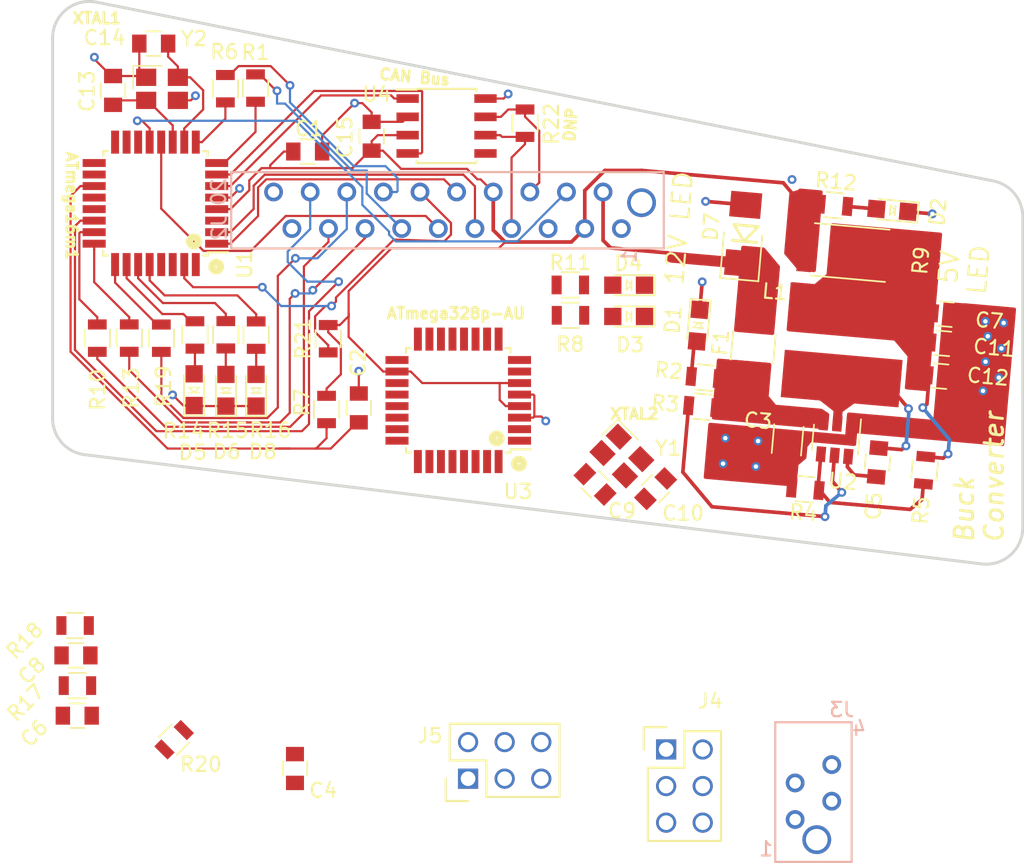
<source format=kicad_pcb>
(kicad_pcb (version 20171130) (host pcbnew 5.0.1-33cea8e~68~ubuntu18.04.1)

  (general
    (thickness 1.6)
    (drawings 17)
    (tracks 422)
    (zones 0)
    (modules 57)
    (nets 83)
  )

  (page A4)
  (layers
    (0 F.Cu signal)
    (31 B.Cu signal)
    (32 B.Adhes user)
    (33 F.Adhes user)
    (34 B.Paste user)
    (35 F.Paste user)
    (36 B.SilkS user hide)
    (37 F.SilkS user)
    (38 B.Mask user)
    (39 F.Mask user hide)
    (40 Dwgs.User user)
    (41 Cmts.User user)
    (42 Eco1.User user)
    (43 Eco2.User user)
    (44 Edge.Cuts user)
    (45 Margin user)
    (46 B.CrtYd user)
    (47 F.CrtYd user)
    (48 B.Fab user)
    (49 F.Fab user)
  )

  (setup
    (last_trace_width 0.1524)
    (user_trace_width 0.1524)
    (user_trace_width 0.254)
    (user_trace_width 0.7)
    (user_trace_width 0.762)
    (user_trace_width 0.8)
    (user_trace_width 1.016)
    (trace_clearance 0.1524)
    (zone_clearance 0.1524)
    (zone_45_only no)
    (trace_min 0.1524)
    (segment_width 0.2)
    (edge_width 0.15)
    (via_size 0.6096)
    (via_drill 0.3048)
    (via_min_size 0.4)
    (via_min_drill 0.3)
    (uvia_size 0.3)
    (uvia_drill 0.1)
    (uvias_allowed no)
    (uvia_min_size 0)
    (uvia_min_drill 0)
    (pcb_text_width 0.3)
    (pcb_text_size 1.5 1.5)
    (mod_edge_width 0.15)
    (mod_text_size 1 1)
    (mod_text_width 0.15)
    (pad_size 3.3 8.2)
    (pad_drill 0)
    (pad_to_mask_clearance 0.2)
    (solder_mask_min_width 0.25)
    (aux_axis_origin 0 0)
    (visible_elements FFFFE77F)
    (pcbplotparams
      (layerselection 0x010fc_ffffffff)
      (usegerberextensions true)
      (usegerberattributes false)
      (usegerberadvancedattributes false)
      (creategerberjobfile false)
      (excludeedgelayer true)
      (linewidth 0.100000)
      (plotframeref false)
      (viasonmask false)
      (mode 1)
      (useauxorigin false)
      (hpglpennumber 1)
      (hpglpenspeed 20)
      (hpglpendiameter 15.000000)
      (psnegative false)
      (psa4output false)
      (plotreference true)
      (plotvalue true)
      (plotinvisibletext false)
      (padsonsilk false)
      (subtractmaskfromsilk false)
      (outputformat 1)
      (mirror false)
      (drillshape 0)
      (scaleselection 1)
      (outputdirectory "Gerb/"))
  )

  (net 0 "")
  (net 1 GND)
  (net 2 VCC)
  (net 3 "Net-(D2-Pad2)")
  (net 4 /MISO)
  (net 5 /RXCAN)
  (net 6 /SCK)
  (net 7 /12V_Fused)
  (net 8 "Net-(C5-Pad1)")
  (net 9 "Net-(C5-Pad2)")
  (net 10 "Net-(C11-Pad1)")
  (net 11 "Net-(D1-Pad2)")
  (net 12 +12V)
  (net 13 "Net-(R3-Pad2)")
  (net 14 "Net-(R4-Pad1)")
  (net 15 "Net-(C2-Pad1)")
  (net 16 "Net-(C6-Pad1)")
  (net 17 "Net-(C8-Pad1)")
  (net 18 /XTAL1)
  (net 19 /XTAL2)
  (net 20 "Net-(C13-Pad1)")
  (net 21 "Net-(C14-Pad1)")
  (net 22 "Net-(D3-Pad2)")
  (net 23 "Net-(D4-Pad2)")
  (net 24 "Net-(D5-Pad2)")
  (net 25 "Net-(D6-Pad2)")
  (net 26 "Net-(D8-Pad2)")
  (net 27 /CANL)
  (net 28 /STR_POT_SENSE)
  (net 29 /CANH)
  (net 30 /MOSI)
  (net 31 /RESET)
  (net 32 /RJLED1)
  (net 33 /RJLED2)
  (net 34 /LED_START)
  (net 35 /LED_BMS)
  (net 36 /LED_IMD)
  (net 37 /START_BTN)
  (net 38 "Net-(J2-Pad19)")
  (net 39 "Net-(J2-Pad20)")
  (net 40 /SCL)
  (net 41 /SDA)
  (net 42 /MISO_2)
  (net 43 /SCK_2)
  (net 44 /MOSI_2)
  (net 45 /RESET_2)
  (net 46 "Net-(R1-Pad2)")
  (net 47 "Net-(R6-Pad2)")
  (net 48 "Net-(R8-Pad2)")
  (net 49 "Net-(R10-Pad2)")
  (net 50 "Net-(R11-Pad2)")
  (net 51 "Net-(R13-Pad2)")
  (net 52 "Net-(R14-Pad1)")
  (net 53 "Net-(R15-Pad1)")
  (net 54 "Net-(R16-Pad1)")
  (net 55 /PWM_1)
  (net 56 /PWM_0)
  (net 57 "Net-(R19-Pad1)")
  (net 58 /TXCAN)
  (net 59 "Net-(U1-Pad14)")
  (net 60 "Net-(U1-Pad15)")
  (net 61 "Net-(U1-Pad16)")
  (net 62 "Net-(U1-Pad17)")
  (net 63 "Net-(U1-Pad18)")
  (net 64 "Net-(U1-Pad20)")
  (net 65 "Net-(U1-Pad21)")
  (net 66 "Net-(U1-Pad29)")
  (net 67 "Net-(U1-Pad32)")
  (net 68 "Net-(U3-Pad32)")
  (net 69 "Net-(U3-Pad31)")
  (net 70 "Net-(U3-Pad30)")
  (net 71 "Net-(U3-Pad26)")
  (net 72 "Net-(U3-Pad25)")
  (net 73 "Net-(U3-Pad22)")
  (net 74 "Net-(U3-Pad20)")
  (net 75 "Net-(U3-Pad19)")
  (net 76 "Net-(U3-Pad14)")
  (net 77 "Net-(U3-Pad11)")
  (net 78 "Net-(U3-Pad10)")
  (net 79 "Net-(U3-Pad9)")
  (net 80 "Net-(U3-Pad2)")
  (net 81 "Net-(U3-Pad1)")
  (net 82 "Net-(U4-Pad5)")

  (net_class Default "This is the default net class."
    (clearance 0.1524)
    (trace_width 0.254)
    (via_dia 0.6096)
    (via_drill 0.3048)
    (uvia_dia 0.3)
    (uvia_drill 0.1)
    (add_net +12V)
    (add_net /12V_Fused)
    (add_net /CANH)
    (add_net /CANL)
    (add_net /LED_BMS)
    (add_net /LED_IMD)
    (add_net /LED_START)
    (add_net /MISO)
    (add_net /MISO_2)
    (add_net /MOSI)
    (add_net /MOSI_2)
    (add_net /PWM_0)
    (add_net /PWM_1)
    (add_net /RESET)
    (add_net /RESET_2)
    (add_net /RJLED1)
    (add_net /RJLED2)
    (add_net /RXCAN)
    (add_net /SCK)
    (add_net /SCK_2)
    (add_net /SCL)
    (add_net /SDA)
    (add_net /START_BTN)
    (add_net /STR_POT_SENSE)
    (add_net /TXCAN)
    (add_net /XTAL1)
    (add_net /XTAL2)
    (add_net GND)
    (add_net "Net-(C11-Pad1)")
    (add_net "Net-(C13-Pad1)")
    (add_net "Net-(C14-Pad1)")
    (add_net "Net-(C2-Pad1)")
    (add_net "Net-(C5-Pad1)")
    (add_net "Net-(C5-Pad2)")
    (add_net "Net-(C6-Pad1)")
    (add_net "Net-(C8-Pad1)")
    (add_net "Net-(D1-Pad2)")
    (add_net "Net-(D2-Pad2)")
    (add_net "Net-(D3-Pad2)")
    (add_net "Net-(D4-Pad2)")
    (add_net "Net-(D5-Pad2)")
    (add_net "Net-(D6-Pad2)")
    (add_net "Net-(D8-Pad2)")
    (add_net "Net-(J2-Pad19)")
    (add_net "Net-(J2-Pad20)")
    (add_net "Net-(R1-Pad2)")
    (add_net "Net-(R10-Pad2)")
    (add_net "Net-(R11-Pad2)")
    (add_net "Net-(R13-Pad2)")
    (add_net "Net-(R14-Pad1)")
    (add_net "Net-(R15-Pad1)")
    (add_net "Net-(R16-Pad1)")
    (add_net "Net-(R19-Pad1)")
    (add_net "Net-(R3-Pad2)")
    (add_net "Net-(R4-Pad1)")
    (add_net "Net-(R6-Pad2)")
    (add_net "Net-(R8-Pad2)")
    (add_net "Net-(U1-Pad14)")
    (add_net "Net-(U1-Pad15)")
    (add_net "Net-(U1-Pad16)")
    (add_net "Net-(U1-Pad17)")
    (add_net "Net-(U1-Pad18)")
    (add_net "Net-(U1-Pad20)")
    (add_net "Net-(U1-Pad21)")
    (add_net "Net-(U1-Pad29)")
    (add_net "Net-(U1-Pad32)")
    (add_net "Net-(U3-Pad1)")
    (add_net "Net-(U3-Pad10)")
    (add_net "Net-(U3-Pad11)")
    (add_net "Net-(U3-Pad14)")
    (add_net "Net-(U3-Pad19)")
    (add_net "Net-(U3-Pad2)")
    (add_net "Net-(U3-Pad20)")
    (add_net "Net-(U3-Pad22)")
    (add_net "Net-(U3-Pad25)")
    (add_net "Net-(U3-Pad26)")
    (add_net "Net-(U3-Pad30)")
    (add_net "Net-(U3-Pad31)")
    (add_net "Net-(U3-Pad32)")
    (add_net "Net-(U3-Pad9)")
    (add_net "Net-(U4-Pad5)")
    (add_net VCC)
  )

  (module footprints:micromatch_female_vert_20 (layer B.Cu) (tedit 5A772A19) (tstamp 5BFDABB6)
    (at 71.44512 49.22012 90)
    (path /5BEC18DC)
    (fp_text reference J2 (at 0.0381 -22.82444 90) (layer B.SilkS)
      (effects (font (size 1 1) (thickness 0.15)) (justify mirror))
    )
    (fp_text value MM_F_VT_20 (at 6.35 0) (layer B.Fab) hide
      (effects (font (size 1 1) (thickness 0.15)) (justify mirror))
    )
    (fp_text user 20 (at 2.54 -22.86 90) (layer B.SilkS)
      (effects (font (size 1 1) (thickness 0.15)) (justify mirror))
    )
    (fp_text user 1 (at -1.92786 5.61848 90) (layer B.SilkS)
      (effects (font (size 1 1) (thickness 0.15)) (justify mirror))
    )
    (fp_line (start -1.38 -21.99) (end 3.92 -21.99) (layer B.SilkS) (width 0.15))
    (fp_line (start -1.38 8.02) (end 3.92 8.02) (layer B.SilkS) (width 0.15))
    (fp_line (start -1.38 -21.99) (end -1.38 8.02) (layer B.SilkS) (width 0.15))
    (fp_line (start 3.92 -21.99) (end 3.92 8.02) (layer B.SilkS) (width 0.15))
    (pad 5 thru_hole circle (at 0 0 90) (size 1.3 1.3) (drill 0.8) (layers *.Cu *.Mask)
      (net 1 GND))
    (pad 3 thru_hole circle (at 0 2.54 90) (size 1.3 1.3) (drill 0.8) (layers *.Cu *.Mask)
      (net 2 VCC))
    (pad 1 thru_hole circle (at 0 5.08 90) (size 1.3 1.3) (drill 0.8) (layers *.Cu *.Mask)
      (net 1 GND))
    (pad 7 thru_hole circle (at 0 -2.54 90) (size 1.3 1.3) (drill 0.8) (layers *.Cu *.Mask)
      (net 27 /CANL))
    (pad 2 thru_hole circle (at 2.54 3.81 90) (size 1.3 1.3) (drill 0.8) (layers *.Cu *.Mask)
      (net 12 +12V))
    (pad 4 thru_hole circle (at 2.54 1.27 90) (size 1.3 1.3) (drill 0.8) (layers *.Cu *.Mask)
      (net 28 /STR_POT_SENSE))
    (pad 6 thru_hole circle (at 2.54 -1.27 90) (size 1.3 1.3) (drill 0.8) (layers *.Cu *.Mask)
      (net 29 /CANH))
    (pad 8 thru_hole circle (at 2.54 -3.81 90) (size 1.3 1.3) (drill 0.8) (layers *.Cu *.Mask)
      (net 2 VCC))
    (pad 9 thru_hole circle (at 0 -5.08 90) (size 1.3 1.3) (drill 0.8) (layers *.Cu *.Mask)
      (net 30 /MOSI))
    (pad 10 thru_hole circle (at 2.54 -6.35 90) (size 1.3 1.3) (drill 0.8) (layers *.Cu *.Mask)
      (net 4 /MISO))
    (pad 11 thru_hole circle (at 0 -7.62 90) (size 1.3 1.3) (drill 0.8) (layers *.Cu *.Mask)
      (net 6 /SCK))
    (pad 12 thru_hole circle (at 2.54 -8.89 90) (size 1.3 1.3) (drill 0.8) (layers *.Cu *.Mask)
      (net 31 /RESET))
    (pad 13 thru_hole circle (at 0 -10.16 90) (size 1.3 1.3) (drill 0.8) (layers *.Cu *.Mask)
      (net 32 /RJLED1))
    (pad 14 thru_hole circle (at 2.54 -11.43 90) (size 1.3 1.3) (drill 0.8) (layers *.Cu *.Mask)
      (net 33 /RJLED2))
    (pad 15 thru_hole circle (at 0 -12.7 90) (size 1.3 1.3) (drill 0.8) (layers *.Cu *.Mask)
      (net 34 /LED_START))
    (pad 16 thru_hole circle (at 2.54 -13.97 90) (size 1.3 1.3) (drill 0.8) (layers *.Cu *.Mask)
      (net 35 /LED_BMS))
    (pad 17 thru_hole circle (at 0 -15.24 90) (size 1.3 1.3) (drill 0.8) (layers *.Cu *.Mask)
      (net 36 /LED_IMD))
    (pad 18 thru_hole circle (at 2.54 -16.51 90) (size 1.3 1.3) (drill 0.8) (layers *.Cu *.Mask)
      (net 37 /START_BTN))
    (pad 19 thru_hole circle (at 0 -17.78 90) (size 1.3 1.3) (drill 0.8) (layers *.Cu *.Mask)
      (net 38 "Net-(J2-Pad19)"))
    (pad 20 thru_hole circle (at 2.54 -19.05 90) (size 1.3 1.3) (drill 0.8) (layers *.Cu *.Mask)
      (net 39 "Net-(J2-Pad20)"))
    (pad 21 thru_hole circle (at 1.8 6.48 90) (size 2 2) (drill 1.5) (layers *.Cu *.Mask))
  )

  (module footprints:SOIC-8_3.9x4.9mm_Pitch1.27mm_OEM (layer F.Cu) (tedit 59F25ACD) (tstamp 5BFDAD81)
    (at 64.396173 42.098427)
    (descr "8-Lead Plastic Small Outline (SN) - Narrow, 3.90 mm Body [SOIC] (see Microchip Packaging Specification 00000049BS.pdf)")
    (tags "SOIC 1.27")
    (path /59E1176B)
    (attr smd)
    (fp_text reference U4 (at -4.840793 -2.210267 -180) (layer F.SilkS)
      (effects (font (size 1 1) (thickness 0.15)))
    )
    (fp_text value CAN_Transceiver (at 0 3.5) (layer F.Fab) hide
      (effects (font (size 1 1) (thickness 0.15)))
    )
    (fp_line (start -2.075 -2.525) (end -3.475 -2.525001) (layer F.SilkS) (width 0.15))
    (fp_line (start -2.075001 2.575) (end 2.075001 2.575) (layer F.SilkS) (width 0.15))
    (fp_line (start -2.075001 -2.575) (end 2.075001 -2.575) (layer F.SilkS) (width 0.15))
    (fp_line (start -2.075001 2.575) (end -2.075 2.43) (layer F.SilkS) (width 0.15))
    (fp_line (start 2.075001 2.575) (end 2.075 2.43) (layer F.SilkS) (width 0.15))
    (fp_line (start 2.075001 -2.575) (end 2.075 -2.43) (layer F.SilkS) (width 0.15))
    (fp_line (start -2.075001 -2.575) (end -2.075 -2.525) (layer F.SilkS) (width 0.15))
    (fp_line (start -3.73 2.7) (end 3.73 2.7) (layer F.CrtYd) (width 0.05))
    (fp_line (start -3.73 -2.7) (end 3.73 -2.7) (layer F.CrtYd) (width 0.05))
    (fp_line (start 3.73 -2.7) (end 3.73 2.7) (layer F.CrtYd) (width 0.05))
    (fp_line (start -3.73 -2.7) (end -3.73 2.7) (layer F.CrtYd) (width 0.05))
    (fp_line (start -1.95 -1.45) (end -0.95 -2.45) (layer F.Fab) (width 0.1))
    (fp_line (start -1.95 2.45) (end -1.95 -1.45) (layer F.Fab) (width 0.1))
    (fp_line (start 1.95 2.45) (end -1.95 2.45) (layer F.Fab) (width 0.1))
    (fp_line (start 1.95 -2.45) (end 1.95 2.45) (layer F.Fab) (width 0.1))
    (fp_line (start -0.95 -2.45) (end 1.95 -2.45) (layer F.Fab) (width 0.1))
    (pad 8 smd rect (at 2.7 -1.905) (size 1.55 0.6) (layers F.Cu F.Paste F.Mask)
      (net 1 GND))
    (pad 7 smd rect (at 2.7 -0.635) (size 1.55 0.6) (layers F.Cu F.Paste F.Mask)
      (net 29 /CANH))
    (pad 6 smd rect (at 2.7 0.635) (size 1.55 0.6) (layers F.Cu F.Paste F.Mask)
      (net 27 /CANL))
    (pad 5 smd rect (at 2.7 1.905) (size 1.55 0.6) (layers F.Cu F.Paste F.Mask)
      (net 82 "Net-(U4-Pad5)"))
    (pad 4 smd rect (at -2.7 1.905) (size 1.55 0.6) (layers F.Cu F.Paste F.Mask)
      (net 5 /RXCAN))
    (pad 3 smd rect (at -2.7 0.635) (size 1.55 0.6) (layers F.Cu F.Paste F.Mask)
      (net 2 VCC))
    (pad 2 smd rect (at -2.7 -0.635) (size 1.55 0.6) (layers F.Cu F.Paste F.Mask)
      (net 1 GND))
    (pad 1 smd rect (at -2.7 -1.905) (size 1.55 0.6) (layers F.Cu F.Paste F.Mask)
      (net 58 /TXCAN))
    (model ${KISYS3DMOD}/Housings_SOIC.3dshapes/SOIC-8_3.9x4.9mm_Pitch1.27mm.wrl
      (at (xyz 0 0 0))
      (scale (xyz 1 1 1))
      (rotate (xyz 0 0 0))
    )
  )

  (module footprints:C_0805_OEM (layer F.Cu) (tedit 5B8D4D44) (tstamp 5B71716B)
    (at 94.294702 65.456491 85)
    (descr "Capacitor SMD 0805, reflow soldering, AVX (see smccp.pdf)")
    (tags "capacitor 0805")
    (path /59E048C8)
    (attr smd)
    (fp_text reference C5 (at -3.048 0 -95) (layer F.SilkS)
      (effects (font (size 1 1) (thickness 0.15)))
    )
    (fp_text value C_0.1uF (at 0 1.75 85) (layer F.Fab) hide
      (effects (font (size 1 1) (thickness 0.15)))
    )
    (fp_line (start -1 0.62) (end -1 -0.62) (layer F.Fab) (width 0.1))
    (fp_line (start 1 0.62) (end -1 0.62) (layer F.Fab) (width 0.1))
    (fp_line (start 1 -0.62) (end 1 0.62) (layer F.Fab) (width 0.1))
    (fp_line (start -1 -0.62) (end 1 -0.62) (layer F.Fab) (width 0.1))
    (fp_line (start 0.5 -0.85) (end -0.5 -0.85) (layer F.SilkS) (width 0.12))
    (fp_line (start -0.5 0.85) (end 0.5 0.85) (layer F.SilkS) (width 0.12))
    (fp_line (start -1.75 -0.88) (end 1.75 -0.88) (layer F.CrtYd) (width 0.05))
    (fp_line (start -1.75 -0.88) (end -1.75 0.87) (layer F.CrtYd) (width 0.05))
    (fp_line (start 1.75 0.87) (end 1.75 -0.88) (layer F.CrtYd) (width 0.05))
    (fp_line (start 1.75 0.87) (end -1.75 0.87) (layer F.CrtYd) (width 0.05))
    (pad 1 smd rect (at -1 0 85) (size 1 1.25) (layers F.Cu F.Paste F.Mask)
      (net 8 "Net-(C5-Pad1)"))
    (pad 2 smd rect (at 1 0 85) (size 1 1.25) (layers F.Cu F.Paste F.Mask)
      (net 9 "Net-(C5-Pad2)"))
    (model /home/josh/Formula/OEM_Preferred_Parts/3DModels/C_0805_OEM/C_0805.wrl
      (at (xyz 0 0 0))
      (scale (xyz 1 1 1))
      (rotate (xyz 0 0 0))
    )
  )

  (module footprints:C_0805_OEM (layer F.Cu) (tedit 5B8C0436) (tstamp 5B7171CB)
    (at 98.842883 57.185419 355)
    (descr "Capacitor SMD 0805, reflow soldering, AVX (see smccp.pdf)")
    (tags "capacitor 0805")
    (path /5A79269E)
    (attr smd)
    (fp_text reference C11 (at 3.556 0 355) (layer F.SilkS)
      (effects (font (size 1 1) (thickness 0.15)))
    )
    (fp_text value C_1uF (at 0 1.75 355) (layer F.Fab) hide
      (effects (font (size 1 1) (thickness 0.15)))
    )
    (fp_line (start -1 0.62) (end -1 -0.62) (layer F.Fab) (width 0.1))
    (fp_line (start 1 0.62) (end -1 0.62) (layer F.Fab) (width 0.1))
    (fp_line (start 1 -0.62) (end 1 0.62) (layer F.Fab) (width 0.1))
    (fp_line (start -1 -0.62) (end 1 -0.62) (layer F.Fab) (width 0.1))
    (fp_line (start 0.5 -0.85) (end -0.5 -0.85) (layer F.SilkS) (width 0.12))
    (fp_line (start -0.5 0.85) (end 0.5 0.85) (layer F.SilkS) (width 0.12))
    (fp_line (start -1.75 -0.88) (end 1.75 -0.88) (layer F.CrtYd) (width 0.05))
    (fp_line (start -1.75 -0.88) (end -1.75 0.87) (layer F.CrtYd) (width 0.05))
    (fp_line (start 1.75 0.87) (end 1.75 -0.88) (layer F.CrtYd) (width 0.05))
    (fp_line (start 1.75 0.87) (end -1.75 0.87) (layer F.CrtYd) (width 0.05))
    (pad 1 smd rect (at -1 0 355) (size 1 1.25) (layers F.Cu F.Paste F.Mask)
      (net 10 "Net-(C11-Pad1)"))
    (pad 2 smd rect (at 1 0 355) (size 1 1.25) (layers F.Cu F.Paste F.Mask)
      (net 1 GND))
    (model /home/josh/Formula/OEM_Preferred_Parts/3DModels/C_0805_OEM/C_0805.wrl
      (at (xyz 0 0 0))
      (scale (xyz 1 1 1))
      (rotate (xyz 0 0 0))
    )
  )

  (module footprints:C_0805_OEM (layer F.Cu) (tedit 5B8C043A) (tstamp 5B7171DB)
    (at 98.643644 59.462719 355)
    (descr "Capacitor SMD 0805, reflow soldering, AVX (see smccp.pdf)")
    (tags "capacitor 0805")
    (path /59E0494E)
    (attr smd)
    (fp_text reference C12 (at 3.302 -0.254 355) (layer F.SilkS)
      (effects (font (size 1 1) (thickness 0.15)))
    )
    (fp_text value C_47uF (at 0 1.75 355) (layer F.Fab) hide
      (effects (font (size 1 1) (thickness 0.15)))
    )
    (fp_line (start -1 0.62) (end -1 -0.62) (layer F.Fab) (width 0.1))
    (fp_line (start 1 0.62) (end -1 0.62) (layer F.Fab) (width 0.1))
    (fp_line (start 1 -0.62) (end 1 0.62) (layer F.Fab) (width 0.1))
    (fp_line (start -1 -0.62) (end 1 -0.62) (layer F.Fab) (width 0.1))
    (fp_line (start 0.5 -0.85) (end -0.5 -0.85) (layer F.SilkS) (width 0.12))
    (fp_line (start -0.5 0.85) (end 0.5 0.85) (layer F.SilkS) (width 0.12))
    (fp_line (start -1.75 -0.88) (end 1.75 -0.88) (layer F.CrtYd) (width 0.05))
    (fp_line (start -1.75 -0.88) (end -1.75 0.87) (layer F.CrtYd) (width 0.05))
    (fp_line (start 1.75 0.87) (end 1.75 -0.88) (layer F.CrtYd) (width 0.05))
    (fp_line (start 1.75 0.87) (end -1.75 0.87) (layer F.CrtYd) (width 0.05))
    (pad 1 smd rect (at -1 0 355) (size 1 1.25) (layers F.Cu F.Paste F.Mask)
      (net 10 "Net-(C11-Pad1)"))
    (pad 2 smd rect (at 1 0 355) (size 1 1.25) (layers F.Cu F.Paste F.Mask)
      (net 1 GND))
    (model /home/josh/Formula/OEM_Preferred_Parts/3DModels/C_0805_OEM/C_0805.wrl
      (at (xyz 0 0 0))
      (scale (xyz 1 1 1))
      (rotate (xyz 0 0 0))
    )
  )

  (module footprints:LED_0805_OEM (layer F.Cu) (tedit 5B8D4D19) (tstamp 5B717259)
    (at 95.31613 47.952909 175)
    (descr "LED 0805 smd package")
    (tags "LED led 0805 SMD smd SMT smt smdled SMDLED smtled SMTLED")
    (path /59E0483A)
    (attr smd)
    (fp_text reference D2 (at -3.172285 0.163847 85) (layer F.SilkS)
      (effects (font (size 1 1) (thickness 0.15)))
    )
    (fp_text value LED_0805 (at 0.508 2.032 175) (layer F.Fab) hide
      (effects (font (size 1 1) (thickness 0.15)))
    )
    (fp_line (start -0.2 0.35) (end -0.2 0) (layer F.SilkS) (width 0.1))
    (fp_line (start -0.2 0) (end -0.2 -0.35) (layer F.SilkS) (width 0.1))
    (fp_line (start 0.15 0.35) (end -0.2 0) (layer F.SilkS) (width 0.1))
    (fp_line (start 0.15 0.3) (end 0.15 0.35) (layer F.SilkS) (width 0.1))
    (fp_line (start 0.15 0.35) (end 0.15 0.3) (layer F.SilkS) (width 0.1))
    (fp_line (start 0.15 -0.35) (end 0.15 0.3) (layer F.SilkS) (width 0.1))
    (fp_line (start 0.1 -0.3) (end 0.15 -0.35) (layer F.SilkS) (width 0.1))
    (fp_line (start -0.2 0) (end 0.1 -0.3) (layer F.SilkS) (width 0.1))
    (fp_line (start -1.8 -0.7) (end -1.8 0.7) (layer F.SilkS) (width 0.12))
    (fp_line (start 1 0.6) (end -1 0.6) (layer F.Fab) (width 0.1))
    (fp_line (start 1 -0.6) (end 1 0.6) (layer F.Fab) (width 0.1))
    (fp_line (start -1 -0.6) (end 1 -0.6) (layer F.Fab) (width 0.1))
    (fp_line (start -1 0.6) (end -1 -0.6) (layer F.Fab) (width 0.1))
    (fp_line (start -1.8 0.7) (end 1 0.7) (layer F.SilkS) (width 0.12))
    (fp_line (start -1.8 -0.7) (end 1 -0.7) (layer F.SilkS) (width 0.12))
    (fp_line (start 1.95 -0.85) (end 1.95 0.85) (layer F.CrtYd) (width 0.05))
    (fp_line (start 1.95 0.85) (end -1.95 0.85) (layer F.CrtYd) (width 0.05))
    (fp_line (start -1.95 0.85) (end -1.95 -0.85) (layer F.CrtYd) (width 0.05))
    (fp_line (start -1.95 -0.85) (end 1.95 -0.85) (layer F.CrtYd) (width 0.05))
    (pad 2 smd rect (at 1.1 0 355) (size 1.2 1.2) (layers F.Cu F.Paste F.Mask)
      (net 3 "Net-(D2-Pad2)"))
    (pad 1 smd rect (at -1.1 0 355) (size 1.2 1.2) (layers F.Cu F.Paste F.Mask)
      (net 1 GND))
    (model "/home/josh/Formula/OEM_Preferred_Parts/3DModels/LED_0805/LED 0805 Base GREEN001_sp.wrl"
      (at (xyz 0 0 0))
      (scale (xyz 1 1 1))
      (rotate (xyz 0 0 180))
    )
  )

  (module footprints:Fuse_1210 (layer F.Cu) (tedit 5B8D4D2C) (tstamp 5B7172CD)
    (at 85.67 57.440797 265)
    (descr "Resistor SMD 1210, reflow soldering, Vishay (see dcrcw.pdf)")
    (tags "resistor 1210")
    (path /59E0A5CF)
    (attr smd)
    (fp_text reference F1 (at -0.108387 2.279376 265) (layer F.SilkS)
      (effects (font (size 1 1) (thickness 0.15)))
    )
    (fp_text value 500mA (at 0 2.4 265) (layer F.Fab) hide
      (effects (font (size 1 1) (thickness 0.15)))
    )
    (fp_line (start -1.6 1.25) (end -1.6 -1.25) (layer F.Fab) (width 0.1))
    (fp_line (start 1.6 1.25) (end -1.6 1.25) (layer F.Fab) (width 0.1))
    (fp_line (start 1.6 -1.25) (end 1.6 1.25) (layer F.Fab) (width 0.1))
    (fp_line (start -1.6 -1.25) (end 1.6 -1.25) (layer F.Fab) (width 0.1))
    (fp_line (start 1 1.48) (end -1 1.48) (layer F.SilkS) (width 0.12))
    (fp_line (start -1 -1.48) (end 1 -1.48) (layer F.SilkS) (width 0.12))
    (fp_line (start -2.15 -1.5) (end 2.15 -1.5) (layer F.CrtYd) (width 0.05))
    (fp_line (start -2.15 -1.5) (end -2.15 1.5) (layer F.CrtYd) (width 0.05))
    (fp_line (start 2.15 1.5) (end 2.15 -1.5) (layer F.CrtYd) (width 0.05))
    (fp_line (start 2.15 1.5) (end -2.15 1.5) (layer F.CrtYd) (width 0.05))
    (pad 1 smd rect (at -1.45 0 265) (size 0.9 2.5) (layers F.Cu F.Paste F.Mask)
      (net 12 +12V))
    (pad 2 smd rect (at 1.45 0 265) (size 0.9 2.5) (layers F.Cu F.Paste F.Mask)
      (net 7 /12V_Fused))
    (model /home/josh/Formula/OEM_Preferred_Parts/3DModels/Fuse_1210_OEM/Fuse1210.wrl
      (at (xyz 0 0 0))
      (scale (xyz 1 1 1))
      (rotate (xyz 0 0 0))
    )
  )

  (module footprints:4.7uH_Inductor_OEM (layer F.Cu) (tedit 5B8C0445) (tstamp 5B71730C)
    (at 92.013362 57.28908 85)
    (path /59E04875)
    (fp_text reference L1 (at 3.2385 -5.1435 -185) (layer F.SilkS)
      (effects (font (size 1 1) (thickness 0.15)))
    )
    (fp_text value L_4.7uH (at 0 -5.08 85) (layer F.Fab) hide
      (effects (font (size 1 1) (thickness 0.15)))
    )
    (pad 1 smd rect (at -2.35 0 85) (size 3.3 8.2) (layers F.Cu F.Paste F.Mask)
      (net 9 "Net-(C5-Pad2)"))
    (pad 2 smd rect (at 2.35 0 85) (size 3.3 8.2) (layers F.Cu F.Paste F.Mask)
      (net 10 "Net-(C11-Pad1)"))
  )

  (module footprints:R_0805_OEM (layer F.Cu) (tedit 5B8D4D25) (tstamp 5B717343)
    (at 82.31668 59.564115 175)
    (descr "Resistor SMD 0805, reflow soldering, Vishay (see dcrcw.pdf)")
    (tags "resistor 0805")
    (path /59E0432B)
    (attr smd)
    (fp_text reference R2 (at 2.54 0.254 175) (layer F.SilkS)
      (effects (font (size 1 1) (thickness 0.15)))
    )
    (fp_text value R_1k (at 0 1.75 175) (layer F.Fab) hide
      (effects (font (size 1 1) (thickness 0.15)))
    )
    (fp_line (start -1 0.62) (end -1 -0.62) (layer F.Fab) (width 0.1))
    (fp_line (start 1 0.62) (end -1 0.62) (layer F.Fab) (width 0.1))
    (fp_line (start 1 -0.62) (end 1 0.62) (layer F.Fab) (width 0.1))
    (fp_line (start -1 -0.62) (end 1 -0.62) (layer F.Fab) (width 0.1))
    (fp_line (start 0.6 0.88) (end -0.6 0.88) (layer F.SilkS) (width 0.12))
    (fp_line (start -0.6 -0.88) (end 0.6 -0.88) (layer F.SilkS) (width 0.12))
    (fp_line (start -1.55 -0.9) (end 1.55 -0.9) (layer F.CrtYd) (width 0.05))
    (fp_line (start -1.55 -0.9) (end -1.55 0.9) (layer F.CrtYd) (width 0.05))
    (fp_line (start 1.55 0.9) (end 1.55 -0.9) (layer F.CrtYd) (width 0.05))
    (fp_line (start 1.55 0.9) (end -1.55 0.9) (layer F.CrtYd) (width 0.05))
    (pad 1 smd rect (at -0.95 0 175) (size 0.7 1.3) (layers F.Cu F.Paste F.Mask)
      (net 7 /12V_Fused))
    (pad 2 smd rect (at 0.95 0 175) (size 0.7 1.3) (layers F.Cu F.Paste F.Mask)
      (net 11 "Net-(D1-Pad2)"))
    (model "/home/josh/Formula/OEM_Preferred_Parts/3DModels/WRL Files/res0805.wrl"
      (at (xyz 0 0 0))
      (scale (xyz 1 1 1))
      (rotate (xyz 0 0 0))
    )
  )

  (module footprints:R_0805_OEM (layer F.Cu) (tedit 5B8D4D28) (tstamp 5B717353)
    (at 82.13958 61.588386 175)
    (descr "Resistor SMD 0805, reflow soldering, Vishay (see dcrcw.pdf)")
    (tags "resistor 0805")
    (path /59E042A3)
    (attr smd)
    (fp_text reference R3 (at 2.573504 -0.00185 175) (layer F.SilkS)
      (effects (font (size 1 1) (thickness 0.15)))
    )
    (fp_text value R_10k (at 0 1.75 175) (layer F.Fab) hide
      (effects (font (size 1 1) (thickness 0.15)))
    )
    (fp_line (start -1 0.62) (end -1 -0.62) (layer F.Fab) (width 0.1))
    (fp_line (start 1 0.62) (end -1 0.62) (layer F.Fab) (width 0.1))
    (fp_line (start 1 -0.62) (end 1 0.62) (layer F.Fab) (width 0.1))
    (fp_line (start -1 -0.62) (end 1 -0.62) (layer F.Fab) (width 0.1))
    (fp_line (start 0.6 0.88) (end -0.6 0.88) (layer F.SilkS) (width 0.12))
    (fp_line (start -0.6 -0.88) (end 0.6 -0.88) (layer F.SilkS) (width 0.12))
    (fp_line (start -1.55 -0.9) (end 1.55 -0.9) (layer F.CrtYd) (width 0.05))
    (fp_line (start -1.55 -0.9) (end -1.55 0.9) (layer F.CrtYd) (width 0.05))
    (fp_line (start 1.55 0.9) (end 1.55 -0.9) (layer F.CrtYd) (width 0.05))
    (fp_line (start 1.55 0.9) (end -1.55 0.9) (layer F.CrtYd) (width 0.05))
    (pad 1 smd rect (at -0.95 0 175) (size 0.7 1.3) (layers F.Cu F.Paste F.Mask)
      (net 7 /12V_Fused))
    (pad 2 smd rect (at 0.95 0 175) (size 0.7 1.3) (layers F.Cu F.Paste F.Mask)
      (net 13 "Net-(R3-Pad2)"))
    (model "/home/josh/Formula/OEM_Preferred_Parts/3DModels/WRL Files/res0805.wrl"
      (at (xyz 0 0 0))
      (scale (xyz 1 1 1))
      (rotate (xyz 0 0 0))
    )
  )

  (module footprints:R_0805_OEM (layer F.Cu) (tedit 59F25131) (tstamp 5B7173E3)
    (at 91.267596 47.598707 355)
    (descr "Resistor SMD 0805, reflow soldering, Vishay (see dcrcw.pdf)")
    (tags "resistor 0805")
    (path /59E04401)
    (attr smd)
    (fp_text reference R12 (at 0 -1.65 355) (layer F.SilkS)
      (effects (font (size 1 1) (thickness 0.15)))
    )
    (fp_text value R_200 (at 0 1.75 355) (layer F.Fab) hide
      (effects (font (size 1 1) (thickness 0.15)))
    )
    (fp_line (start -1 0.62) (end -1 -0.62) (layer F.Fab) (width 0.1))
    (fp_line (start 1 0.62) (end -1 0.62) (layer F.Fab) (width 0.1))
    (fp_line (start 1 -0.62) (end 1 0.62) (layer F.Fab) (width 0.1))
    (fp_line (start -1 -0.62) (end 1 -0.62) (layer F.Fab) (width 0.1))
    (fp_line (start 0.6 0.88) (end -0.6 0.88) (layer F.SilkS) (width 0.12))
    (fp_line (start -0.6 -0.88) (end 0.6 -0.88) (layer F.SilkS) (width 0.12))
    (fp_line (start -1.55 -0.9) (end 1.55 -0.9) (layer F.CrtYd) (width 0.05))
    (fp_line (start -1.55 -0.9) (end -1.55 0.9) (layer F.CrtYd) (width 0.05))
    (fp_line (start 1.55 0.9) (end 1.55 -0.9) (layer F.CrtYd) (width 0.05))
    (fp_line (start 1.55 0.9) (end -1.55 0.9) (layer F.CrtYd) (width 0.05))
    (pad 1 smd rect (at -0.95 0 355) (size 0.7 1.3) (layers F.Cu F.Paste F.Mask)
      (net 2 VCC))
    (pad 2 smd rect (at 0.95 0 355) (size 0.7 1.3) (layers F.Cu F.Paste F.Mask)
      (net 3 "Net-(D2-Pad2)"))
    (model "/home/josh/Formula/OEM_Preferred_Parts/3DModels/WRL Files/res0805.wrl"
      (at (xyz 0 0 0))
      (scale (xyz 1 1 1))
      (rotate (xyz 0 0 0))
    )
  )

  (module footprints:SOT-23-6_OEM (layer F.Cu) (tedit 5B8D4D41) (tstamp 5B71743C)
    (at 91.412482 63.865737 265)
    (descr "6-pin SOT-23 package")
    (tags SOT-23-6)
    (path /59E04993)
    (attr smd)
    (fp_text reference U2 (at 2.8575 -0.7239 175) (layer F.SilkS)
      (effects (font (size 1 1) (thickness 0.15)))
    )
    (fp_text value TPS561201 (at 0 2.9 265) (layer F.Fab) hide
      (effects (font (size 1 1) (thickness 0.15)))
    )
    (fp_line (start -0.9 1.61) (end 0.9 1.61) (layer F.SilkS) (width 0.12))
    (fp_line (start 0.9 -1.61) (end -1.55 -1.61) (layer F.SilkS) (width 0.12))
    (fp_line (start 1.9 -1.8) (end -1.9 -1.8) (layer F.CrtYd) (width 0.05))
    (fp_line (start 1.9 1.8) (end 1.9 -1.8) (layer F.CrtYd) (width 0.05))
    (fp_line (start -1.9 1.8) (end 1.9 1.8) (layer F.CrtYd) (width 0.05))
    (fp_line (start -1.9 -1.8) (end -1.9 1.8) (layer F.CrtYd) (width 0.05))
    (fp_line (start -0.9 -0.9) (end -0.25 -1.55) (layer F.Fab) (width 0.1))
    (fp_line (start 0.9 -1.55) (end -0.25 -1.55) (layer F.Fab) (width 0.1))
    (fp_line (start -0.9 -0.9) (end -0.9 1.55) (layer F.Fab) (width 0.1))
    (fp_line (start 0.9 1.55) (end -0.9 1.55) (layer F.Fab) (width 0.1))
    (fp_line (start 0.9 -1.55) (end 0.9 1.55) (layer F.Fab) (width 0.1))
    (pad 1 smd rect (at -1.1 -0.95 265) (size 1.06 0.65) (layers F.Cu F.Paste F.Mask)
      (net 1 GND))
    (pad 2 smd rect (at -1.1 0 265) (size 1.06 0.65) (layers F.Cu F.Paste F.Mask)
      (net 9 "Net-(C5-Pad2)"))
    (pad 3 smd rect (at -1.1 0.95 265) (size 1.06 0.65) (layers F.Cu F.Paste F.Mask)
      (net 7 /12V_Fused))
    (pad 4 smd rect (at 1.1 0.95 265) (size 1.06 0.65) (layers F.Cu F.Paste F.Mask)
      (net 14 "Net-(R4-Pad1)"))
    (pad 6 smd rect (at 1.1 -0.95 265) (size 1.06 0.65) (layers F.Cu F.Paste F.Mask)
      (net 8 "Net-(C5-Pad1)"))
    (pad 5 smd rect (at 1.1 0 265) (size 1.06 0.65) (layers F.Cu F.Paste F.Mask)
      (net 13 "Net-(R3-Pad2)"))
    (model ${KISYS3DMOD}/TO_SOT_Packages_SMD.3dshapes/SOT-23-6.wrl
      (at (xyz 0 0 0))
      (scale (xyz 1 1 1))
      (rotate (xyz 0 0 0))
    )
  )

  (module footprints:C_1206_OEM (layer F.Cu) (tedit 5B8D4D32) (tstamp 5B8BECBA)
    (at 88.057418 63.890917 265)
    (descr "Capacitor SMD 1206, reflow soldering, AVX (see smccp.pdf)")
    (tags "capacitor 1206")
    (path /59E04907)
    (attr smd)
    (fp_text reference C3 (at -1.149367 2.156636 175) (layer F.SilkS)
      (effects (font (size 1 1) (thickness 0.15)))
    )
    (fp_text value C_22uF (at 0 2 265) (layer F.Fab) hide
      (effects (font (size 1 1) (thickness 0.15)))
    )
    (fp_line (start -1.6 0.8) (end -1.6 -0.8) (layer F.Fab) (width 0.1))
    (fp_line (start 1.6 0.8) (end -1.6 0.8) (layer F.Fab) (width 0.1))
    (fp_line (start 1.6 -0.8) (end 1.6 0.8) (layer F.Fab) (width 0.1))
    (fp_line (start -1.6 -0.8) (end 1.6 -0.8) (layer F.Fab) (width 0.1))
    (fp_line (start 1 -1.02) (end -1 -1.02) (layer F.SilkS) (width 0.12))
    (fp_line (start -1 1.02) (end 1 1.02) (layer F.SilkS) (width 0.12))
    (fp_line (start -2.25 -1.05) (end 2.25 -1.05) (layer F.CrtYd) (width 0.05))
    (fp_line (start -2.25 -1.05) (end -2.25 1.05) (layer F.CrtYd) (width 0.05))
    (fp_line (start 2.25 1.05) (end 2.25 -1.05) (layer F.CrtYd) (width 0.05))
    (fp_line (start 2.25 1.05) (end -2.25 1.05) (layer F.CrtYd) (width 0.05))
    (pad 1 smd rect (at -1.5 0 265) (size 1 1.6) (layers F.Cu F.Paste F.Mask)
      (net 7 /12V_Fused))
    (pad 2 smd rect (at 1.5 0 265) (size 1 1.6) (layers F.Cu F.Paste F.Mask)
      (net 1 GND))
    (model Capacitors_SMD.3dshapes/C_1206.wrl
      (at (xyz 0 0 0))
      (scale (xyz 1 1 1))
      (rotate (xyz 0 0 0))
    )
  )

  (module footprints:C_0805_OEM (layer F.Cu) (tedit 5B8C043E) (tstamp 5B8BECC9)
    (at 99.019982 55.161149 355)
    (descr "Capacitor SMD 0805, reflow soldering, AVX (see smccp.pdf)")
    (tags "capacitor 0805")
    (path /5A79252F)
    (attr smd)
    (fp_text reference C7 (at 3.052 0.183 355) (layer F.SilkS)
      (effects (font (size 1 1) (thickness 0.15)))
    )
    (fp_text value C_0.1uF (at 0 1.75 355) (layer F.Fab) hide
      (effects (font (size 1 1) (thickness 0.15)))
    )
    (fp_line (start -1 0.62) (end -1 -0.62) (layer F.Fab) (width 0.1))
    (fp_line (start 1 0.62) (end -1 0.62) (layer F.Fab) (width 0.1))
    (fp_line (start 1 -0.62) (end 1 0.62) (layer F.Fab) (width 0.1))
    (fp_line (start -1 -0.62) (end 1 -0.62) (layer F.Fab) (width 0.1))
    (fp_line (start 0.5 -0.85) (end -0.5 -0.85) (layer F.SilkS) (width 0.12))
    (fp_line (start -0.5 0.85) (end 0.5 0.85) (layer F.SilkS) (width 0.12))
    (fp_line (start -1.75 -0.88) (end 1.75 -0.88) (layer F.CrtYd) (width 0.05))
    (fp_line (start -1.75 -0.88) (end -1.75 0.87) (layer F.CrtYd) (width 0.05))
    (fp_line (start 1.75 0.87) (end 1.75 -0.88) (layer F.CrtYd) (width 0.05))
    (fp_line (start 1.75 0.87) (end -1.75 0.87) (layer F.CrtYd) (width 0.05))
    (pad 1 smd rect (at -1 0 355) (size 1 1.25) (layers F.Cu F.Paste F.Mask)
      (net 10 "Net-(C11-Pad1)"))
    (pad 2 smd rect (at 1 0 355) (size 1 1.25) (layers F.Cu F.Paste F.Mask)
      (net 1 GND))
    (model /home/josh/Formula/OEM_Preferred_Parts/3DModels/C_0805_OEM/C_0805.wrl
      (at (xyz 0 0 0))
      (scale (xyz 1 1 1))
      (rotate (xyz 0 0 0))
    )
  )

  (module footprints:LED_0805_OEM (layer F.Cu) (tedit 5B8D4D22) (tstamp 5B8BECF6)
    (at 81.867506 55.955238 265)
    (descr "LED 0805 smd package")
    (tags "LED led 0805 SMD smd SMT smt smdled SMDLED smtled SMTLED")
    (path /59E047E3)
    (attr smd)
    (fp_text reference D1 (at -0.254 1.778 85) (layer F.SilkS)
      (effects (font (size 1 1) (thickness 0.15)))
    )
    (fp_text value LED_0805 (at 0.508 2.032 265) (layer F.Fab) hide
      (effects (font (size 1 1) (thickness 0.15)))
    )
    (fp_line (start -0.2 0.35) (end -0.2 0) (layer F.SilkS) (width 0.1))
    (fp_line (start -0.2 0) (end -0.2 -0.35) (layer F.SilkS) (width 0.1))
    (fp_line (start 0.15 0.35) (end -0.2 0) (layer F.SilkS) (width 0.1))
    (fp_line (start 0.15 0.3) (end 0.15 0.35) (layer F.SilkS) (width 0.1))
    (fp_line (start 0.15 0.35) (end 0.15 0.3) (layer F.SilkS) (width 0.1))
    (fp_line (start 0.15 -0.35) (end 0.15 0.3) (layer F.SilkS) (width 0.1))
    (fp_line (start 0.1 -0.3) (end 0.15 -0.35) (layer F.SilkS) (width 0.1))
    (fp_line (start -0.2 0) (end 0.1 -0.3) (layer F.SilkS) (width 0.1))
    (fp_line (start -1.8 -0.7) (end -1.8 0.7) (layer F.SilkS) (width 0.12))
    (fp_line (start 1 0.6) (end -1 0.6) (layer F.Fab) (width 0.1))
    (fp_line (start 1 -0.6) (end 1 0.6) (layer F.Fab) (width 0.1))
    (fp_line (start -1 -0.6) (end 1 -0.6) (layer F.Fab) (width 0.1))
    (fp_line (start -1 0.6) (end -1 -0.6) (layer F.Fab) (width 0.1))
    (fp_line (start -1.8 0.7) (end 1 0.7) (layer F.SilkS) (width 0.12))
    (fp_line (start -1.8 -0.7) (end 1 -0.7) (layer F.SilkS) (width 0.12))
    (fp_line (start 1.95 -0.85) (end 1.95 0.85) (layer F.CrtYd) (width 0.05))
    (fp_line (start 1.95 0.85) (end -1.95 0.85) (layer F.CrtYd) (width 0.05))
    (fp_line (start -1.95 0.85) (end -1.95 -0.85) (layer F.CrtYd) (width 0.05))
    (fp_line (start -1.95 -0.85) (end 1.95 -0.85) (layer F.CrtYd) (width 0.05))
    (pad 2 smd rect (at 1.1 0 85) (size 1.2 1.2) (layers F.Cu F.Paste F.Mask)
      (net 11 "Net-(D1-Pad2)"))
    (pad 1 smd rect (at -1.1 0 85) (size 1.2 1.2) (layers F.Cu F.Paste F.Mask)
      (net 1 GND))
    (model "${LOCAL_DIR}/OEM_Preferred_Parts/3DModels/LED_0805/LED 0805 Base GREEN001_sp.wrl"
      (at (xyz 0 0 0))
      (scale (xyz 1 1 1))
      (rotate (xyz 0 0 180))
    )
  )

  (module footprints:DO-214AA (layer F.Cu) (tedit 5A59FDFB) (tstamp 5B8BED22)
    (at 84.973417 49.597742 85)
    (descr "http://www.diodes.com/datasheets/ap02001.pdf p.144")
    (tags "Diode SOD523")
    (path /59F253C2)
    (attr smd)
    (fp_text reference D7 (at 0.3 -2.25 85) (layer F.SilkS)
      (effects (font (size 1 1) (thickness 0.15)))
    )
    (fp_text value D_Zener_18V (at 0 2.286 85) (layer F.Fab) hide
      (effects (font (size 1 1) (thickness 0.15)))
    )
    (fp_line (start 0.6 1) (end -0.5 0.1) (layer F.SilkS) (width 0.2))
    (fp_line (start 0.6 -0.7) (end 0.6 1) (layer F.SilkS) (width 0.2))
    (fp_line (start -0.5 0.1) (end 0.6 -0.7) (layer F.SilkS) (width 0.2))
    (fp_line (start -0.5 -0.7) (end -0.5 1) (layer F.SilkS) (width 0.2))
    (fp_line (start -3.175 -1.3335) (end -3.175 1.3335) (layer F.SilkS) (width 0.12))
    (fp_line (start 3.302 -1.4605) (end 3.302 1.4605) (layer F.CrtYd) (width 0.05))
    (fp_line (start -3.302 -1.4605) (end 3.302 -1.4605) (layer F.CrtYd) (width 0.05))
    (fp_line (start -3.302 -1.4605) (end -3.302 1.4605) (layer F.CrtYd) (width 0.05))
    (fp_line (start -3.302 1.4605) (end 3.302 1.4605) (layer F.CrtYd) (width 0.05))
    (fp_line (start 2.3749 -1.9685) (end 2.3749 1.9685) (layer F.Fab) (width 0.1))
    (fp_line (start -2.3749 -1.9685) (end 2.3749 -1.9685) (layer F.Fab) (width 0.1))
    (fp_line (start -2.3749 -1.9685) (end -2.3749 1.9685) (layer F.Fab) (width 0.1))
    (fp_line (start 2.3749 1.9685) (end -2.3749 1.9685) (layer F.Fab) (width 0.1))
    (fp_line (start -3.175 1.3335) (end 0 1.3335) (layer F.SilkS) (width 0.12))
    (fp_line (start -3.175 -1.3335) (end 0 -1.3335) (layer F.SilkS) (width 0.12))
    (pad 2 smd rect (at 2.032 0 265) (size 1.778 2.159) (layers F.Cu F.Paste F.Mask)
      (net 1 GND))
    (pad 1 smd rect (at -2.032 0 265) (size 1.778 2.159) (layers F.Cu F.Paste F.Mask)
      (net 12 +12V))
    (model ${LOCAL_DIR}/OEM_Preferred_Parts/3DModels/DO_214AA_OEM/DO_214AA.wrl
      (at (xyz 0 0 0))
      (scale (xyz 1 1 1))
      (rotate (xyz 0 0 0))
    )
  )

  (module footprints:R_2512_OEM (layer F.Cu) (tedit 5B8D4D11) (tstamp 5B8BED94)
    (at 92.382559 50.883385 355)
    (descr "Resistor SMD 2512, reflow soldering, Vishay (see dcrcw.pdf)")
    (tags "resistor 2512")
    (path /59E0444E)
    (attr smd)
    (fp_text reference R9 (at 4.953 0.127 85) (layer F.SilkS)
      (effects (font (size 1 1) (thickness 0.15)))
    )
    (fp_text value R_0_Jumper (at 0 2.75 355) (layer F.Fab) hide
      (effects (font (size 1 1) (thickness 0.15)))
    )
    (fp_line (start -3.15 1.6) (end -3.15 -1.6) (layer F.Fab) (width 0.1))
    (fp_line (start 3.15 1.6) (end -3.15 1.6) (layer F.Fab) (width 0.1))
    (fp_line (start 3.15 -1.6) (end 3.15 1.6) (layer F.Fab) (width 0.1))
    (fp_line (start -3.15 -1.6) (end 3.15 -1.6) (layer F.Fab) (width 0.1))
    (fp_line (start 2.6 1.82) (end -2.6 1.82) (layer F.SilkS) (width 0.12))
    (fp_line (start -2.6 -1.82) (end 2.6 -1.82) (layer F.SilkS) (width 0.12))
    (fp_line (start -3.85 -1.85) (end 3.85 -1.85) (layer F.CrtYd) (width 0.05))
    (fp_line (start -3.85 -1.85) (end -3.85 1.85) (layer F.CrtYd) (width 0.05))
    (fp_line (start 3.85 1.85) (end 3.85 -1.85) (layer F.CrtYd) (width 0.05))
    (fp_line (start 3.85 1.85) (end -3.85 1.85) (layer F.CrtYd) (width 0.05))
    (pad 1 smd rect (at -3.1 0 355) (size 1 3.2) (layers F.Cu F.Paste F.Mask)
      (net 2 VCC))
    (pad 2 smd rect (at 3.1 0 355) (size 1 3.2) (layers F.Cu F.Paste F.Mask)
      (net 10 "Net-(C11-Pad1)"))
    (model ${KISYS3DMOD}/Resistors_SMD.3dshapes/R_2512.wrl
      (at (xyz 0 0 0))
      (scale (xyz 1 1 1))
      (rotate (xyz 0 0 0))
    )
  )

  (module footprints:R_0805_OEM (layer F.Cu) (tedit 59F25131) (tstamp 5B8BFC4E)
    (at 89.287834 67.313179 175)
    (descr "Resistor SMD 0805, reflow soldering, Vishay (see dcrcw.pdf)")
    (tags "resistor 0805")
    (path /59E042EA)
    (attr smd)
    (fp_text reference R4 (at 0 -1.65 175) (layer F.SilkS)
      (effects (font (size 1 1) (thickness 0.15)))
    )
    (fp_text value R_10k (at 0 1.75 175) (layer F.Fab) hide
      (effects (font (size 1 1) (thickness 0.15)))
    )
    (fp_line (start -1 0.62) (end -1 -0.62) (layer F.Fab) (width 0.1))
    (fp_line (start 1 0.62) (end -1 0.62) (layer F.Fab) (width 0.1))
    (fp_line (start 1 -0.62) (end 1 0.62) (layer F.Fab) (width 0.1))
    (fp_line (start -1 -0.62) (end 1 -0.62) (layer F.Fab) (width 0.1))
    (fp_line (start 0.6 0.88) (end -0.6 0.88) (layer F.SilkS) (width 0.12))
    (fp_line (start -0.6 -0.88) (end 0.6 -0.88) (layer F.SilkS) (width 0.12))
    (fp_line (start -1.55 -0.9) (end 1.55 -0.9) (layer F.CrtYd) (width 0.05))
    (fp_line (start -1.55 -0.9) (end -1.55 0.9) (layer F.CrtYd) (width 0.05))
    (fp_line (start 1.55 0.9) (end 1.55 -0.9) (layer F.CrtYd) (width 0.05))
    (fp_line (start 1.55 0.9) (end -1.55 0.9) (layer F.CrtYd) (width 0.05))
    (pad 1 smd rect (at -0.95 0 175) (size 0.7 1.3) (layers F.Cu F.Paste F.Mask)
      (net 14 "Net-(R4-Pad1)"))
    (pad 2 smd rect (at 0.95 0 175) (size 0.7 1.3) (layers F.Cu F.Paste F.Mask)
      (net 1 GND))
    (model "/home/josh/Formula/OEM_Preferred_Parts/3DModels/WRL Files/res0805.wrl"
      (at (xyz 0 0 0))
      (scale (xyz 1 1 1))
      (rotate (xyz 0 0 0))
    )
  )

  (module footprints:R_0805_OEM (layer F.Cu) (tedit 5B8D4D48) (tstamp 5B8BFC5E)
    (at 97.562004 65.997314 85)
    (descr "Resistor SMD 0805, reflow soldering, Vishay (see dcrcw.pdf)")
    (tags "resistor 0805")
    (path /59E0438C)
    (attr smd)
    (fp_text reference R5 (at -2.794 0 85) (layer F.SilkS)
      (effects (font (size 1 1) (thickness 0.15)))
    )
    (fp_text value R_51.1k (at 0 1.75 85) (layer F.Fab) hide
      (effects (font (size 1 1) (thickness 0.15)))
    )
    (fp_line (start -1 0.62) (end -1 -0.62) (layer F.Fab) (width 0.1))
    (fp_line (start 1 0.62) (end -1 0.62) (layer F.Fab) (width 0.1))
    (fp_line (start 1 -0.62) (end 1 0.62) (layer F.Fab) (width 0.1))
    (fp_line (start -1 -0.62) (end 1 -0.62) (layer F.Fab) (width 0.1))
    (fp_line (start 0.6 0.88) (end -0.6 0.88) (layer F.SilkS) (width 0.12))
    (fp_line (start -0.6 -0.88) (end 0.6 -0.88) (layer F.SilkS) (width 0.12))
    (fp_line (start -1.55 -0.9) (end 1.55 -0.9) (layer F.CrtYd) (width 0.05))
    (fp_line (start -1.55 -0.9) (end -1.55 0.9) (layer F.CrtYd) (width 0.05))
    (fp_line (start 1.55 0.9) (end 1.55 -0.9) (layer F.CrtYd) (width 0.05))
    (fp_line (start 1.55 0.9) (end -1.55 0.9) (layer F.CrtYd) (width 0.05))
    (pad 1 smd rect (at -0.95 0 85) (size 0.7 1.3) (layers F.Cu F.Paste F.Mask)
      (net 14 "Net-(R4-Pad1)"))
    (pad 2 smd rect (at 0.95 0 85) (size 0.7 1.3) (layers F.Cu F.Paste F.Mask)
      (net 10 "Net-(C11-Pad1)"))
    (model "/home/josh/Formula/OEM_Preferred_Parts/3DModels/WRL Files/res0805.wrl"
      (at (xyz 0 0 0))
      (scale (xyz 1 1 1))
      (rotate (xyz 0 0 0))
    )
  )

  (module footprints:C_0805_OEM (layer F.Cu) (tedit 59F250E7) (tstamp 5BFDAA75)
    (at 54.7624 43.87088)
    (descr "Capacitor SMD 0805, reflow soldering, AVX (see smccp.pdf)")
    (tags "capacitor 0805")
    (path /59E06957)
    (attr smd)
    (fp_text reference C1 (at 0.08636 -1.58496 -180) (layer F.SilkS)
      (effects (font (size 1 1) (thickness 0.15)))
    )
    (fp_text value C_0.1uF (at 0 1.75) (layer F.Fab) hide
      (effects (font (size 1 1) (thickness 0.15)))
    )
    (fp_line (start -1 0.62) (end -1 -0.62) (layer F.Fab) (width 0.1))
    (fp_line (start 1 0.62) (end -1 0.62) (layer F.Fab) (width 0.1))
    (fp_line (start 1 -0.62) (end 1 0.62) (layer F.Fab) (width 0.1))
    (fp_line (start -1 -0.62) (end 1 -0.62) (layer F.Fab) (width 0.1))
    (fp_line (start 0.5 -0.85) (end -0.5 -0.85) (layer F.SilkS) (width 0.12))
    (fp_line (start -0.5 0.85) (end 0.5 0.85) (layer F.SilkS) (width 0.12))
    (fp_line (start -1.75 -0.88) (end 1.75 -0.88) (layer F.CrtYd) (width 0.05))
    (fp_line (start -1.75 -0.88) (end -1.75 0.87) (layer F.CrtYd) (width 0.05))
    (fp_line (start 1.75 0.87) (end 1.75 -0.88) (layer F.CrtYd) (width 0.05))
    (fp_line (start 1.75 0.87) (end -1.75 0.87) (layer F.CrtYd) (width 0.05))
    (pad 1 smd rect (at -1 0) (size 1 1.25) (layers F.Cu F.Paste F.Mask)
      (net 2 VCC))
    (pad 2 smd rect (at 1 0) (size 1 1.25) (layers F.Cu F.Paste F.Mask)
      (net 1 GND))
    (model /home/josh/Formula/OEM_Preferred_Parts/3DModels/C_0805_OEM/C_0805.wrl
      (at (xyz 0 0 0))
      (scale (xyz 1 1 1))
      (rotate (xyz 0 0 0))
    )
  )

  (module footprints:C_0805_OEM (layer F.Cu) (tedit 59F250E7) (tstamp 5BFDAA85)
    (at 58.30878 61.667089 90)
    (descr "Capacitor SMD 0805, reflow soldering, AVX (see smccp.pdf)")
    (tags "capacitor 0805")
    (path /59E06E67)
    (attr smd)
    (fp_text reference C2 (at 3.135329 -0.04626 90) (layer F.SilkS)
      (effects (font (size 1 1) (thickness 0.15)))
    )
    (fp_text value C_100pF (at 0 1.75 90) (layer F.Fab) hide
      (effects (font (size 1 1) (thickness 0.15)))
    )
    (fp_line (start 1.75 0.87) (end -1.75 0.87) (layer F.CrtYd) (width 0.05))
    (fp_line (start 1.75 0.87) (end 1.75 -0.88) (layer F.CrtYd) (width 0.05))
    (fp_line (start -1.75 -0.88) (end -1.75 0.87) (layer F.CrtYd) (width 0.05))
    (fp_line (start -1.75 -0.88) (end 1.75 -0.88) (layer F.CrtYd) (width 0.05))
    (fp_line (start -0.5 0.85) (end 0.5 0.85) (layer F.SilkS) (width 0.12))
    (fp_line (start 0.5 -0.85) (end -0.5 -0.85) (layer F.SilkS) (width 0.12))
    (fp_line (start -1 -0.62) (end 1 -0.62) (layer F.Fab) (width 0.1))
    (fp_line (start 1 -0.62) (end 1 0.62) (layer F.Fab) (width 0.1))
    (fp_line (start 1 0.62) (end -1 0.62) (layer F.Fab) (width 0.1))
    (fp_line (start -1 0.62) (end -1 -0.62) (layer F.Fab) (width 0.1))
    (pad 2 smd rect (at 1 0 90) (size 1 1.25) (layers F.Cu F.Paste F.Mask)
      (net 1 GND))
    (pad 1 smd rect (at -1 0 90) (size 1 1.25) (layers F.Cu F.Paste F.Mask)
      (net 15 "Net-(C2-Pad1)"))
    (model /home/josh/Formula/OEM_Preferred_Parts/3DModels/C_0805_OEM/C_0805.wrl
      (at (xyz 0 0 0))
      (scale (xyz 1 1 1))
      (rotate (xyz 0 0 0))
    )
  )

  (module footprints:C_0805_OEM (layer F.Cu) (tedit 59F250E7) (tstamp 5BFDAA95)
    (at 53.879111 86.700277 270)
    (descr "Capacitor SMD 0805, reflow soldering, AVX (see smccp.pdf)")
    (tags "capacitor 0805")
    (path /5BDFD964)
    (attr smd)
    (fp_text reference C4 (at 1.522442 -1.965484) (layer F.SilkS)
      (effects (font (size 1 1) (thickness 0.15)))
    )
    (fp_text value C_0.1uF (at 0 1.75 270) (layer F.Fab) hide
      (effects (font (size 1 1) (thickness 0.15)))
    )
    (fp_line (start 1.75 0.87) (end -1.75 0.87) (layer F.CrtYd) (width 0.05))
    (fp_line (start 1.75 0.87) (end 1.75 -0.88) (layer F.CrtYd) (width 0.05))
    (fp_line (start -1.75 -0.88) (end -1.75 0.87) (layer F.CrtYd) (width 0.05))
    (fp_line (start -1.75 -0.88) (end 1.75 -0.88) (layer F.CrtYd) (width 0.05))
    (fp_line (start -0.5 0.85) (end 0.5 0.85) (layer F.SilkS) (width 0.12))
    (fp_line (start 0.5 -0.85) (end -0.5 -0.85) (layer F.SilkS) (width 0.12))
    (fp_line (start -1 -0.62) (end 1 -0.62) (layer F.Fab) (width 0.1))
    (fp_line (start 1 -0.62) (end 1 0.62) (layer F.Fab) (width 0.1))
    (fp_line (start 1 0.62) (end -1 0.62) (layer F.Fab) (width 0.1))
    (fp_line (start -1 0.62) (end -1 -0.62) (layer F.Fab) (width 0.1))
    (pad 2 smd rect (at 1 0 270) (size 1 1.25) (layers F.Cu F.Paste F.Mask)
      (net 1 GND))
    (pad 1 smd rect (at -1 0 270) (size 1 1.25) (layers F.Cu F.Paste F.Mask)
      (net 2 VCC))
    (model /home/josh/Formula/OEM_Preferred_Parts/3DModels/C_0805_OEM/C_0805.wrl
      (at (xyz 0 0 0))
      (scale (xyz 1 1 1))
      (rotate (xyz 0 0 0))
    )
  )

  (module footprints:C_0805_OEM (layer F.Cu) (tedit 59F250E7) (tstamp 5BFDAAA5)
    (at 38.775514 83.033064 180)
    (descr "Capacitor SMD 0805, reflow soldering, AVX (see smccp.pdf)")
    (tags "capacitor 0805")
    (path /5BFE26AE)
    (attr smd)
    (fp_text reference C6 (at 2.981445 -1.221315 225) (layer F.SilkS)
      (effects (font (size 1 1) (thickness 0.15)))
    )
    (fp_text value C_0.1uF (at 0 1.75 180) (layer F.Fab) hide
      (effects (font (size 1 1) (thickness 0.15)))
    )
    (fp_line (start -1 0.62) (end -1 -0.62) (layer F.Fab) (width 0.1))
    (fp_line (start 1 0.62) (end -1 0.62) (layer F.Fab) (width 0.1))
    (fp_line (start 1 -0.62) (end 1 0.62) (layer F.Fab) (width 0.1))
    (fp_line (start -1 -0.62) (end 1 -0.62) (layer F.Fab) (width 0.1))
    (fp_line (start 0.5 -0.85) (end -0.5 -0.85) (layer F.SilkS) (width 0.12))
    (fp_line (start -0.5 0.85) (end 0.5 0.85) (layer F.SilkS) (width 0.12))
    (fp_line (start -1.75 -0.88) (end 1.75 -0.88) (layer F.CrtYd) (width 0.05))
    (fp_line (start -1.75 -0.88) (end -1.75 0.87) (layer F.CrtYd) (width 0.05))
    (fp_line (start 1.75 0.87) (end 1.75 -0.88) (layer F.CrtYd) (width 0.05))
    (fp_line (start 1.75 0.87) (end -1.75 0.87) (layer F.CrtYd) (width 0.05))
    (pad 1 smd rect (at -1 0 180) (size 1 1.25) (layers F.Cu F.Paste F.Mask)
      (net 16 "Net-(C6-Pad1)"))
    (pad 2 smd rect (at 1 0 180) (size 1 1.25) (layers F.Cu F.Paste F.Mask)
      (net 1 GND))
    (model /home/josh/Formula/OEM_Preferred_Parts/3DModels/C_0805_OEM/C_0805.wrl
      (at (xyz 0 0 0))
      (scale (xyz 1 1 1))
      (rotate (xyz 0 0 0))
    )
  )

  (module footprints:C_0805_OEM (layer F.Cu) (tedit 59F250E7) (tstamp 5BFDAAB5)
    (at 38.68372 78.849436 180)
    (descr "Capacitor SMD 0805, reflow soldering, AVX (see smccp.pdf)")
    (tags "capacitor 0805")
    (path /5BFE2A2C)
    (attr smd)
    (fp_text reference C8 (at 3.062072 -1.058499 225) (layer F.SilkS)
      (effects (font (size 1 1) (thickness 0.15)))
    )
    (fp_text value C_0.1uF (at 0 1.75 180) (layer F.Fab) hide
      (effects (font (size 1 1) (thickness 0.15)))
    )
    (fp_line (start 1.75 0.87) (end -1.75 0.87) (layer F.CrtYd) (width 0.05))
    (fp_line (start 1.75 0.87) (end 1.75 -0.88) (layer F.CrtYd) (width 0.05))
    (fp_line (start -1.75 -0.88) (end -1.75 0.87) (layer F.CrtYd) (width 0.05))
    (fp_line (start -1.75 -0.88) (end 1.75 -0.88) (layer F.CrtYd) (width 0.05))
    (fp_line (start -0.5 0.85) (end 0.5 0.85) (layer F.SilkS) (width 0.12))
    (fp_line (start 0.5 -0.85) (end -0.5 -0.85) (layer F.SilkS) (width 0.12))
    (fp_line (start -1 -0.62) (end 1 -0.62) (layer F.Fab) (width 0.1))
    (fp_line (start 1 -0.62) (end 1 0.62) (layer F.Fab) (width 0.1))
    (fp_line (start 1 0.62) (end -1 0.62) (layer F.Fab) (width 0.1))
    (fp_line (start -1 0.62) (end -1 -0.62) (layer F.Fab) (width 0.1))
    (pad 2 smd rect (at 1 0 180) (size 1 1.25) (layers F.Cu F.Paste F.Mask)
      (net 1 GND))
    (pad 1 smd rect (at -1 0 180) (size 1 1.25) (layers F.Cu F.Paste F.Mask)
      (net 17 "Net-(C8-Pad1)"))
    (model /home/josh/Formula/OEM_Preferred_Parts/3DModels/C_0805_OEM/C_0805.wrl
      (at (xyz 0 0 0))
      (scale (xyz 1 1 1))
      (rotate (xyz 0 0 0))
    )
  )

  (module footprints:C_0805_OEM (layer F.Cu) (tedit 59F250E7) (tstamp 5BFDAAC5)
    (at 74.696856 66.972845 315)
    (descr "Capacitor SMD 0805, reflow soldering, AVX (see smccp.pdf)")
    (tags "capacitor 0805")
    (path /5BDDD4F0)
    (attr smd)
    (fp_text reference C9 (at 2.630366 -0.019848 180) (layer F.SilkS)
      (effects (font (size 1 1) (thickness 0.15)))
    )
    (fp_text value C_30pF (at 0 1.75 315) (layer F.Fab) hide
      (effects (font (size 1 1) (thickness 0.15)))
    )
    (fp_line (start 1.75 0.87) (end -1.75 0.87) (layer F.CrtYd) (width 0.05))
    (fp_line (start 1.75 0.87) (end 1.75 -0.88) (layer F.CrtYd) (width 0.05))
    (fp_line (start -1.75 -0.88) (end -1.75 0.87) (layer F.CrtYd) (width 0.05))
    (fp_line (start -1.75 -0.88) (end 1.75 -0.88) (layer F.CrtYd) (width 0.05))
    (fp_line (start -0.5 0.85) (end 0.5 0.85) (layer F.SilkS) (width 0.12))
    (fp_line (start 0.5 -0.85) (end -0.5 -0.85) (layer F.SilkS) (width 0.12))
    (fp_line (start -1 -0.62) (end 1 -0.62) (layer F.Fab) (width 0.1))
    (fp_line (start 1 -0.62) (end 1 0.62) (layer F.Fab) (width 0.1))
    (fp_line (start 1 0.62) (end -1 0.62) (layer F.Fab) (width 0.1))
    (fp_line (start -1 0.62) (end -1 -0.62) (layer F.Fab) (width 0.1))
    (pad 2 smd rect (at 1 0 315) (size 1 1.25) (layers F.Cu F.Paste F.Mask)
      (net 1 GND))
    (pad 1 smd rect (at -1 0 315) (size 1 1.25) (layers F.Cu F.Paste F.Mask)
      (net 18 /XTAL1))
    (model /home/josh/Formula/OEM_Preferred_Parts/3DModels/C_0805_OEM/C_0805.wrl
      (at (xyz 0 0 0))
      (scale (xyz 1 1 1))
      (rotate (xyz 0 0 0))
    )
  )

  (module footprints:C_0805_OEM (layer F.Cu) (tedit 59F250E7) (tstamp 5BFDAAD5)
    (at 78.89782 67.272786 225)
    (descr "Capacitor SMD 0805, reflow soldering, AVX (see smccp.pdf)")
    (tags "capacitor 0805")
    (path /5BDDD4E6)
    (attr smd)
    (fp_text reference C10 (at -0.145866 -2.554914 180) (layer F.SilkS)
      (effects (font (size 1 1) (thickness 0.15)))
    )
    (fp_text value C_30pF (at 0 1.75 225) (layer F.Fab) hide
      (effects (font (size 1 1) (thickness 0.15)))
    )
    (fp_line (start -1 0.62) (end -1 -0.62) (layer F.Fab) (width 0.1))
    (fp_line (start 1 0.62) (end -1 0.62) (layer F.Fab) (width 0.1))
    (fp_line (start 1 -0.62) (end 1 0.62) (layer F.Fab) (width 0.1))
    (fp_line (start -1 -0.62) (end 1 -0.62) (layer F.Fab) (width 0.1))
    (fp_line (start 0.5 -0.85) (end -0.5 -0.85) (layer F.SilkS) (width 0.12))
    (fp_line (start -0.5 0.85) (end 0.5 0.85) (layer F.SilkS) (width 0.12))
    (fp_line (start -1.75 -0.88) (end 1.75 -0.88) (layer F.CrtYd) (width 0.05))
    (fp_line (start -1.75 -0.88) (end -1.75 0.87) (layer F.CrtYd) (width 0.05))
    (fp_line (start 1.75 0.87) (end 1.75 -0.88) (layer F.CrtYd) (width 0.05))
    (fp_line (start 1.75 0.87) (end -1.75 0.87) (layer F.CrtYd) (width 0.05))
    (pad 1 smd rect (at -1 0 225) (size 1 1.25) (layers F.Cu F.Paste F.Mask)
      (net 19 /XTAL2))
    (pad 2 smd rect (at 1 0 225) (size 1 1.25) (layers F.Cu F.Paste F.Mask)
      (net 1 GND))
    (model /home/josh/Formula/OEM_Preferred_Parts/3DModels/C_0805_OEM/C_0805.wrl
      (at (xyz 0 0 0))
      (scale (xyz 1 1 1))
      (rotate (xyz 0 0 0))
    )
  )

  (module footprints:C_0805_OEM (layer F.Cu) (tedit 59F250E7) (tstamp 5BFE4975)
    (at 41.258207 39.628292 90)
    (descr "Capacitor SMD 0805, reflow soldering, AVX (see smccp.pdf)")
    (tags "capacitor 0805")
    (path /59E06F43)
    (attr smd)
    (fp_text reference C13 (at -0.054128 -1.804387 270) (layer F.SilkS)
      (effects (font (size 1 1) (thickness 0.15)))
    )
    (fp_text value C_30pF (at 0 1.75 90) (layer F.Fab) hide
      (effects (font (size 1 1) (thickness 0.15)))
    )
    (fp_line (start 1.75 0.87) (end -1.75 0.87) (layer F.CrtYd) (width 0.05))
    (fp_line (start 1.75 0.87) (end 1.75 -0.88) (layer F.CrtYd) (width 0.05))
    (fp_line (start -1.75 -0.88) (end -1.75 0.87) (layer F.CrtYd) (width 0.05))
    (fp_line (start -1.75 -0.88) (end 1.75 -0.88) (layer F.CrtYd) (width 0.05))
    (fp_line (start -0.5 0.85) (end 0.5 0.85) (layer F.SilkS) (width 0.12))
    (fp_line (start 0.5 -0.85) (end -0.5 -0.85) (layer F.SilkS) (width 0.12))
    (fp_line (start -1 -0.62) (end 1 -0.62) (layer F.Fab) (width 0.1))
    (fp_line (start 1 -0.62) (end 1 0.62) (layer F.Fab) (width 0.1))
    (fp_line (start 1 0.62) (end -1 0.62) (layer F.Fab) (width 0.1))
    (fp_line (start -1 0.62) (end -1 -0.62) (layer F.Fab) (width 0.1))
    (pad 2 smd rect (at 1 0 90) (size 1 1.25) (layers F.Cu F.Paste F.Mask)
      (net 1 GND))
    (pad 1 smd rect (at -1 0 90) (size 1 1.25) (layers F.Cu F.Paste F.Mask)
      (net 20 "Net-(C13-Pad1)"))
    (model /home/josh/Formula/OEM_Preferred_Parts/3DModels/C_0805_OEM/C_0805.wrl
      (at (xyz 0 0 0))
      (scale (xyz 1 1 1))
      (rotate (xyz 0 0 0))
    )
  )

  (module footprints:C_0805_OEM (layer F.Cu) (tedit 59F250E7) (tstamp 5BFE4948)
    (at 44.078768 36.377129 180)
    (descr "Capacitor SMD 0805, reflow soldering, AVX (see smccp.pdf)")
    (tags "capacitor 0805")
    (path /59E06ED0)
    (attr smd)
    (fp_text reference C14 (at 3.408288 0.408189 180) (layer F.SilkS)
      (effects (font (size 1 1) (thickness 0.15)))
    )
    (fp_text value C_30pF (at 0 1.75 180) (layer F.Fab) hide
      (effects (font (size 1 1) (thickness 0.15)))
    )
    (fp_line (start -1 0.62) (end -1 -0.62) (layer F.Fab) (width 0.1))
    (fp_line (start 1 0.62) (end -1 0.62) (layer F.Fab) (width 0.1))
    (fp_line (start 1 -0.62) (end 1 0.62) (layer F.Fab) (width 0.1))
    (fp_line (start -1 -0.62) (end 1 -0.62) (layer F.Fab) (width 0.1))
    (fp_line (start 0.5 -0.85) (end -0.5 -0.85) (layer F.SilkS) (width 0.12))
    (fp_line (start -0.5 0.85) (end 0.5 0.85) (layer F.SilkS) (width 0.12))
    (fp_line (start -1.75 -0.88) (end 1.75 -0.88) (layer F.CrtYd) (width 0.05))
    (fp_line (start -1.75 -0.88) (end -1.75 0.87) (layer F.CrtYd) (width 0.05))
    (fp_line (start 1.75 0.87) (end 1.75 -0.88) (layer F.CrtYd) (width 0.05))
    (fp_line (start 1.75 0.87) (end -1.75 0.87) (layer F.CrtYd) (width 0.05))
    (pad 1 smd rect (at -1 0 180) (size 1 1.25) (layers F.Cu F.Paste F.Mask)
      (net 21 "Net-(C14-Pad1)"))
    (pad 2 smd rect (at 1 0 180) (size 1 1.25) (layers F.Cu F.Paste F.Mask)
      (net 1 GND))
    (model /home/josh/Formula/OEM_Preferred_Parts/3DModels/C_0805_OEM/C_0805.wrl
      (at (xyz 0 0 0))
      (scale (xyz 1 1 1))
      (rotate (xyz 0 0 0))
    )
  )

  (module footprints:C_0805_OEM (layer F.Cu) (tedit 59F250E7) (tstamp 5BFDAB05)
    (at 59.199332 42.809626 90)
    (descr "Capacitor SMD 0805, reflow soldering, AVX (see smccp.pdf)")
    (tags "capacitor 0805")
    (path /59E068FA)
    (attr smd)
    (fp_text reference C15 (at -0.080814 -1.856292 90) (layer F.SilkS)
      (effects (font (size 1 1) (thickness 0.15)))
    )
    (fp_text value C_0.1uF (at 0 1.75 90) (layer F.Fab) hide
      (effects (font (size 1 1) (thickness 0.15)))
    )
    (fp_line (start 1.75 0.87) (end -1.75 0.87) (layer F.CrtYd) (width 0.05))
    (fp_line (start 1.75 0.87) (end 1.75 -0.88) (layer F.CrtYd) (width 0.05))
    (fp_line (start -1.75 -0.88) (end -1.75 0.87) (layer F.CrtYd) (width 0.05))
    (fp_line (start -1.75 -0.88) (end 1.75 -0.88) (layer F.CrtYd) (width 0.05))
    (fp_line (start -0.5 0.85) (end 0.5 0.85) (layer F.SilkS) (width 0.12))
    (fp_line (start 0.5 -0.85) (end -0.5 -0.85) (layer F.SilkS) (width 0.12))
    (fp_line (start -1 -0.62) (end 1 -0.62) (layer F.Fab) (width 0.1))
    (fp_line (start 1 -0.62) (end 1 0.62) (layer F.Fab) (width 0.1))
    (fp_line (start 1 0.62) (end -1 0.62) (layer F.Fab) (width 0.1))
    (fp_line (start -1 0.62) (end -1 -0.62) (layer F.Fab) (width 0.1))
    (pad 2 smd rect (at 1 0 90) (size 1 1.25) (layers F.Cu F.Paste F.Mask)
      (net 1 GND))
    (pad 1 smd rect (at -1 0 90) (size 1 1.25) (layers F.Cu F.Paste F.Mask)
      (net 2 VCC))
    (model /home/josh/Formula/OEM_Preferred_Parts/3DModels/C_0805_OEM/C_0805.wrl
      (at (xyz 0 0 0))
      (scale (xyz 1 1 1))
      (rotate (xyz 0 0 0))
    )
  )

  (module formula:LED_0805_OEM (layer F.Cu) (tedit 5A5B129D) (tstamp 5BFDAB1E)
    (at 77.028873 55.317998 180)
    (descr "LED 0805 smd package")
    (tags "LED led 0805 SMD smd SMT smt smdled SMDLED smtled SMTLED")
    (path /5BF94B83)
    (attr smd)
    (fp_text reference D3 (at -0.104171 -1.96488 180) (layer F.SilkS)
      (effects (font (size 1 1) (thickness 0.15)))
    )
    (fp_text value LED (at 0.508 2.032 180) (layer F.Fab) hide
      (effects (font (size 1 1) (thickness 0.15)))
    )
    (fp_line (start -1.95 -0.85) (end 1.95 -0.85) (layer F.CrtYd) (width 0.05))
    (fp_line (start -1.95 0.85) (end -1.95 -0.85) (layer F.CrtYd) (width 0.05))
    (fp_line (start 1.95 0.85) (end -1.95 0.85) (layer F.CrtYd) (width 0.05))
    (fp_line (start 1.95 -0.85) (end 1.95 0.85) (layer F.CrtYd) (width 0.05))
    (fp_line (start -1.8 -0.7) (end 1 -0.7) (layer F.SilkS) (width 0.12))
    (fp_line (start -1.8 0.7) (end 1 0.7) (layer F.SilkS) (width 0.12))
    (fp_line (start -1 0.6) (end -1 -0.6) (layer F.Fab) (width 0.1))
    (fp_line (start -1 -0.6) (end 1 -0.6) (layer F.Fab) (width 0.1))
    (fp_line (start 1 -0.6) (end 1 0.6) (layer F.Fab) (width 0.1))
    (fp_line (start 1 0.6) (end -1 0.6) (layer F.Fab) (width 0.1))
    (fp_line (start -1.8 -0.7) (end -1.8 0.7) (layer F.SilkS) (width 0.12))
    (fp_line (start -0.199999 0) (end 0.1 -0.3) (layer F.SilkS) (width 0.1))
    (fp_line (start 0.1 -0.3) (end 0.15 -0.349999) (layer F.SilkS) (width 0.1))
    (fp_line (start 0.15 -0.349999) (end 0.15 0.3) (layer F.SilkS) (width 0.1))
    (fp_line (start 0.15 0.349999) (end 0.15 0.3) (layer F.SilkS) (width 0.1))
    (fp_line (start 0.15 0.3) (end 0.15 0.349999) (layer F.SilkS) (width 0.1))
    (fp_line (start 0.15 0.349999) (end -0.199999 0) (layer F.SilkS) (width 0.1))
    (fp_line (start -0.199999 0) (end -0.2 -0.35) (layer F.SilkS) (width 0.1))
    (fp_line (start -0.2 0.35) (end -0.199999 0) (layer F.SilkS) (width 0.1))
    (pad 1 smd rect (at -1.099999 0) (size 1.2 1.2) (layers F.Cu F.Paste F.Mask)
      (net 1 GND))
    (pad 2 smd rect (at 1.099999 0) (size 1.2 1.2) (layers F.Cu F.Paste F.Mask)
      (net 22 "Net-(D3-Pad2)"))
    (model "/home/josh/Formula/OEM_Preferred_Parts/3DModels/LED_0805/LED 0805 Base GREEN001_sp.wrl"
      (at (xyz 0 0 0))
      (scale (xyz 1 1 1))
      (rotate (xyz 0 0 180))
    )
  )

  (module formula:LED_0805_OEM (layer F.Cu) (tedit 5A5B129D) (tstamp 5BFDAB37)
    (at 77.028872 53.148368 180)
    (descr "LED 0805 smd package")
    (tags "LED led 0805 SMD smd SMT smt smdled SMDLED smtled SMTLED")
    (path /5BF94A13)
    (attr smd)
    (fp_text reference D4 (at 0.018612 1.510168 180) (layer F.SilkS)
      (effects (font (size 1 1) (thickness 0.15)))
    )
    (fp_text value LED (at 0.508 2.032 180) (layer F.Fab) hide
      (effects (font (size 1 1) (thickness 0.15)))
    )
    (fp_line (start -0.2 0.35) (end -0.199999 0) (layer F.SilkS) (width 0.1))
    (fp_line (start -0.199999 0) (end -0.2 -0.35) (layer F.SilkS) (width 0.1))
    (fp_line (start 0.15 0.349999) (end -0.199999 0) (layer F.SilkS) (width 0.1))
    (fp_line (start 0.15 0.3) (end 0.15 0.349999) (layer F.SilkS) (width 0.1))
    (fp_line (start 0.15 0.349999) (end 0.15 0.3) (layer F.SilkS) (width 0.1))
    (fp_line (start 0.15 -0.349999) (end 0.15 0.3) (layer F.SilkS) (width 0.1))
    (fp_line (start 0.1 -0.3) (end 0.15 -0.349999) (layer F.SilkS) (width 0.1))
    (fp_line (start -0.199999 0) (end 0.1 -0.3) (layer F.SilkS) (width 0.1))
    (fp_line (start -1.8 -0.7) (end -1.8 0.7) (layer F.SilkS) (width 0.12))
    (fp_line (start 1 0.6) (end -1 0.6) (layer F.Fab) (width 0.1))
    (fp_line (start 1 -0.6) (end 1 0.6) (layer F.Fab) (width 0.1))
    (fp_line (start -1 -0.6) (end 1 -0.6) (layer F.Fab) (width 0.1))
    (fp_line (start -1 0.6) (end -1 -0.6) (layer F.Fab) (width 0.1))
    (fp_line (start -1.8 0.7) (end 1 0.7) (layer F.SilkS) (width 0.12))
    (fp_line (start -1.8 -0.7) (end 1 -0.7) (layer F.SilkS) (width 0.12))
    (fp_line (start 1.95 -0.85) (end 1.95 0.85) (layer F.CrtYd) (width 0.05))
    (fp_line (start 1.95 0.85) (end -1.95 0.85) (layer F.CrtYd) (width 0.05))
    (fp_line (start -1.95 0.85) (end -1.95 -0.85) (layer F.CrtYd) (width 0.05))
    (fp_line (start -1.95 -0.85) (end 1.95 -0.85) (layer F.CrtYd) (width 0.05))
    (pad 2 smd rect (at 1.099999 0) (size 1.2 1.2) (layers F.Cu F.Paste F.Mask)
      (net 23 "Net-(D4-Pad2)"))
    (pad 1 smd rect (at -1.099999 0) (size 1.2 1.2) (layers F.Cu F.Paste F.Mask)
      (net 1 GND))
    (model "/home/josh/Formula/OEM_Preferred_Parts/3DModels/LED_0805/LED 0805 Base GREEN001_sp.wrl"
      (at (xyz 0 0 0))
      (scale (xyz 1 1 1))
      (rotate (xyz 0 0 180))
    )
  )

  (module formula:LED_0805_OEM (layer F.Cu) (tedit 5A5B129D) (tstamp 5BF36D23)
    (at 46.88357 60.401634 90)
    (descr "LED 0805 smd package")
    (tags "LED led 0805 SMD smd SMT smt smdled SMDLED smtled SMTLED")
    (path /5BF53798)
    (attr smd)
    (fp_text reference D5 (at -4.353126 -0.10185) (layer F.SilkS)
      (effects (font (size 1 1) (thickness 0.15)))
    )
    (fp_text value LED (at 0.508 2.032 90) (layer F.Fab) hide
      (effects (font (size 1 1) (thickness 0.15)))
    )
    (fp_line (start -1.95 -0.85) (end 1.95 -0.85) (layer F.CrtYd) (width 0.05))
    (fp_line (start -1.95 0.85) (end -1.95 -0.85) (layer F.CrtYd) (width 0.05))
    (fp_line (start 1.95 0.85) (end -1.95 0.85) (layer F.CrtYd) (width 0.05))
    (fp_line (start 1.95 -0.85) (end 1.95 0.85) (layer F.CrtYd) (width 0.05))
    (fp_line (start -1.8 -0.7) (end 1 -0.7) (layer F.SilkS) (width 0.12))
    (fp_line (start -1.8 0.7) (end 1 0.7) (layer F.SilkS) (width 0.12))
    (fp_line (start -1 0.6) (end -1 -0.6) (layer F.Fab) (width 0.1))
    (fp_line (start -1 -0.6) (end 1 -0.6) (layer F.Fab) (width 0.1))
    (fp_line (start 1 -0.6) (end 1 0.6) (layer F.Fab) (width 0.1))
    (fp_line (start 1 0.6) (end -1 0.6) (layer F.Fab) (width 0.1))
    (fp_line (start -1.8 -0.7) (end -1.8 0.7) (layer F.SilkS) (width 0.12))
    (fp_line (start -0.199999 0) (end 0.1 -0.3) (layer F.SilkS) (width 0.1))
    (fp_line (start 0.1 -0.3) (end 0.15 -0.349999) (layer F.SilkS) (width 0.1))
    (fp_line (start 0.15 -0.349999) (end 0.15 0.3) (layer F.SilkS) (width 0.1))
    (fp_line (start 0.15 0.349999) (end 0.15 0.3) (layer F.SilkS) (width 0.1))
    (fp_line (start 0.15 0.3) (end 0.15 0.349999) (layer F.SilkS) (width 0.1))
    (fp_line (start 0.15 0.349999) (end -0.199999 0) (layer F.SilkS) (width 0.1))
    (fp_line (start -0.199999 0) (end -0.2 -0.35) (layer F.SilkS) (width 0.1))
    (fp_line (start -0.2 0.35) (end -0.199999 0) (layer F.SilkS) (width 0.1))
    (pad 1 smd rect (at -1.099999 0 270) (size 1.2 1.2) (layers F.Cu F.Paste F.Mask)
      (net 1 GND))
    (pad 2 smd rect (at 1.099999 0 270) (size 1.2 1.2) (layers F.Cu F.Paste F.Mask)
      (net 24 "Net-(D5-Pad2)"))
    (model "/home/josh/Formula/OEM_Preferred_Parts/3DModels/LED_0805/LED 0805 Base GREEN001_sp.wrl"
      (at (xyz 0 0 0))
      (scale (xyz 1 1 1))
      (rotate (xyz 0 0 180))
    )
  )

  (module formula:LED_0805_OEM (layer F.Cu) (tedit 5A5B129D) (tstamp 5BF36CDB)
    (at 49.089119 60.441149 90)
    (descr "LED 0805 smd package")
    (tags "LED led 0805 SMD smd SMT smt smdled SMDLED smtled SMTLED")
    (path /5BEBC0D5)
    (attr smd)
    (fp_text reference D6 (at -4.267891 0.049721) (layer F.SilkS)
      (effects (font (size 1 1) (thickness 0.15)))
    )
    (fp_text value LED (at 0.508 2.032 90) (layer F.Fab) hide
      (effects (font (size 1 1) (thickness 0.15)))
    )
    (fp_line (start -0.2 0.35) (end -0.199999 0) (layer F.SilkS) (width 0.1))
    (fp_line (start -0.199999 0) (end -0.2 -0.35) (layer F.SilkS) (width 0.1))
    (fp_line (start 0.15 0.349999) (end -0.199999 0) (layer F.SilkS) (width 0.1))
    (fp_line (start 0.15 0.3) (end 0.15 0.349999) (layer F.SilkS) (width 0.1))
    (fp_line (start 0.15 0.349999) (end 0.15 0.3) (layer F.SilkS) (width 0.1))
    (fp_line (start 0.15 -0.349999) (end 0.15 0.3) (layer F.SilkS) (width 0.1))
    (fp_line (start 0.1 -0.3) (end 0.15 -0.349999) (layer F.SilkS) (width 0.1))
    (fp_line (start -0.199999 0) (end 0.1 -0.3) (layer F.SilkS) (width 0.1))
    (fp_line (start -1.8 -0.7) (end -1.8 0.7) (layer F.SilkS) (width 0.12))
    (fp_line (start 1 0.6) (end -1 0.6) (layer F.Fab) (width 0.1))
    (fp_line (start 1 -0.6) (end 1 0.6) (layer F.Fab) (width 0.1))
    (fp_line (start -1 -0.6) (end 1 -0.6) (layer F.Fab) (width 0.1))
    (fp_line (start -1 0.6) (end -1 -0.6) (layer F.Fab) (width 0.1))
    (fp_line (start -1.8 0.7) (end 1 0.7) (layer F.SilkS) (width 0.12))
    (fp_line (start -1.8 -0.7) (end 1 -0.7) (layer F.SilkS) (width 0.12))
    (fp_line (start 1.95 -0.85) (end 1.95 0.85) (layer F.CrtYd) (width 0.05))
    (fp_line (start 1.95 0.85) (end -1.95 0.85) (layer F.CrtYd) (width 0.05))
    (fp_line (start -1.95 0.85) (end -1.95 -0.85) (layer F.CrtYd) (width 0.05))
    (fp_line (start -1.95 -0.85) (end 1.95 -0.85) (layer F.CrtYd) (width 0.05))
    (pad 2 smd rect (at 1.099999 0 270) (size 1.2 1.2) (layers F.Cu F.Paste F.Mask)
      (net 25 "Net-(D6-Pad2)"))
    (pad 1 smd rect (at -1.099999 0 270) (size 1.2 1.2) (layers F.Cu F.Paste F.Mask)
      (net 1 GND))
    (model "/home/josh/Formula/OEM_Preferred_Parts/3DModels/LED_0805/LED 0805 Base GREEN001_sp.wrl"
      (at (xyz 0 0 0))
      (scale (xyz 1 1 1))
      (rotate (xyz 0 0 180))
    )
  )

  (module formula:LED_0805_OEM (layer F.Cu) (tedit 5A5B129D) (tstamp 5BF36D98)
    (at 51.177929 60.439351 90)
    (descr "LED 0805 smd package")
    (tags "LED led 0805 SMD smd SMT smt smdled SMDLED smtled SMTLED")
    (path /5BEBBD7F)
    (attr smd)
    (fp_text reference D8 (at -4.269689 0.465351) (layer F.SilkS)
      (effects (font (size 1 1) (thickness 0.15)))
    )
    (fp_text value LED (at 0.508 2.032 90) (layer F.Fab) hide
      (effects (font (size 1 1) (thickness 0.15)))
    )
    (fp_line (start -1.95 -0.85) (end 1.95 -0.85) (layer F.CrtYd) (width 0.05))
    (fp_line (start -1.95 0.85) (end -1.95 -0.85) (layer F.CrtYd) (width 0.05))
    (fp_line (start 1.95 0.85) (end -1.95 0.85) (layer F.CrtYd) (width 0.05))
    (fp_line (start 1.95 -0.85) (end 1.95 0.85) (layer F.CrtYd) (width 0.05))
    (fp_line (start -1.8 -0.7) (end 1 -0.7) (layer F.SilkS) (width 0.12))
    (fp_line (start -1.8 0.7) (end 1 0.7) (layer F.SilkS) (width 0.12))
    (fp_line (start -1 0.6) (end -1 -0.6) (layer F.Fab) (width 0.1))
    (fp_line (start -1 -0.6) (end 1 -0.6) (layer F.Fab) (width 0.1))
    (fp_line (start 1 -0.6) (end 1 0.6) (layer F.Fab) (width 0.1))
    (fp_line (start 1 0.6) (end -1 0.6) (layer F.Fab) (width 0.1))
    (fp_line (start -1.8 -0.7) (end -1.8 0.7) (layer F.SilkS) (width 0.12))
    (fp_line (start -0.199999 0) (end 0.1 -0.3) (layer F.SilkS) (width 0.1))
    (fp_line (start 0.1 -0.3) (end 0.15 -0.349999) (layer F.SilkS) (width 0.1))
    (fp_line (start 0.15 -0.349999) (end 0.15 0.3) (layer F.SilkS) (width 0.1))
    (fp_line (start 0.15 0.349999) (end 0.15 0.3) (layer F.SilkS) (width 0.1))
    (fp_line (start 0.15 0.3) (end 0.15 0.349999) (layer F.SilkS) (width 0.1))
    (fp_line (start 0.15 0.349999) (end -0.199999 0) (layer F.SilkS) (width 0.1))
    (fp_line (start -0.199999 0) (end -0.2 -0.35) (layer F.SilkS) (width 0.1))
    (fp_line (start -0.2 0.35) (end -0.199999 0) (layer F.SilkS) (width 0.1))
    (pad 1 smd rect (at -1.099999 0 270) (size 1.2 1.2) (layers F.Cu F.Paste F.Mask)
      (net 1 GND))
    (pad 2 smd rect (at 1.099999 0 270) (size 1.2 1.2) (layers F.Cu F.Paste F.Mask)
      (net 26 "Net-(D8-Pad2)"))
    (model "/home/josh/Formula/OEM_Preferred_Parts/3DModels/LED_0805/LED 0805 Base GREEN001_sp.wrl"
      (at (xyz 0 0 0))
      (scale (xyz 1 1 1))
      (rotate (xyz 0 0 180))
    )
  )

  (module footprints:micromatch_female_vert_4 (layer B.Cu) (tedit 5A7726AD) (tstamp 5BFDABC5)
    (at 88.57996 85.16112)
    (path /5C052763)
    (fp_text reference J3 (at 3.23596 -2.54508 -180) (layer B.SilkS)
      (effects (font (size 1 1) (thickness 0.15)) (justify mirror))
    )
    (fp_text value MM_F_VT_04 (at 6.35 1.27 -90) (layer B.Fab) hide
      (effects (font (size 1 1) (thickness 0.15)) (justify mirror))
    )
    (fp_text user 4 (at 4.4323 -1.24714) (layer B.SilkS)
      (effects (font (size 1 1) (thickness 0.15)) (justify mirror))
    )
    (fp_text user 1 (at -2.02184 7.11962) (layer B.SilkS)
      (effects (font (size 1 1) (thickness 0.15)) (justify mirror))
    )
    (fp_line (start -1.38 -1.67) (end 3.92 -1.67) (layer B.SilkS) (width 0.15))
    (fp_line (start -1.38 8.02) (end 3.92 8.02) (layer B.SilkS) (width 0.15))
    (fp_line (start -1.38 -1.67) (end -1.38 8.02) (layer B.SilkS) (width 0.15))
    (fp_line (start 3.92 -1.67) (end 3.92 8.02) (layer B.SilkS) (width 0.15))
    (pad 3 thru_hole circle (at 0 2.54) (size 1.3 1.3) (drill 0.8) (layers *.Cu *.Mask)
      (net 2 VCC))
    (pad 1 thru_hole circle (at 0 5.08) (size 1.3 1.3) (drill 0.8) (layers *.Cu *.Mask)
      (net 40 /SCL))
    (pad 2 thru_hole circle (at 2.54 3.81) (size 1.3 1.3) (drill 0.8) (layers *.Cu *.Mask)
      (net 41 /SDA))
    (pad 4 thru_hole circle (at 2.54 1.27) (size 1.3 1.3) (drill 0.8) (layers *.Cu *.Mask)
      (net 1 GND))
    (pad 5 thru_hole circle (at 1.5 6.48) (size 2 2) (drill 1.5) (layers *.Cu *.Mask))
  )

  (module footprints:Pin_Header_Straight_2x03 (layer F.Cu) (tedit 5BB5911C) (tstamp 5BFDABDC)
    (at 79.629 85.37956)
    (descr "Through hole pin header")
    (tags "pin header")
    (path /5BE8585E)
    (fp_text reference J4 (at 3.06832 -3.35788) (layer F.SilkS)
      (effects (font (size 1 1) (thickness 0.15)))
    )
    (fp_text value CONN_02X03 (at 1.27 7.874) (layer F.Fab) hide
      (effects (font (size 1 1) (thickness 0.15)))
    )
    (fp_line (start 3.81 1.27) (end 3.81 -1.27) (layer F.SilkS) (width 0.15))
    (fp_line (start 3.81 -1.27) (end 1.27 -1.27) (layer F.SilkS) (width 0.15))
    (fp_line (start -1.55 -1.55) (end -1.55 0) (layer F.SilkS) (width 0.15))
    (fp_line (start 3.81 6.35) (end 3.81 1.27) (layer F.SilkS) (width 0.15))
    (fp_line (start -1.27 6.35) (end 3.81 6.35) (layer F.SilkS) (width 0.15))
    (fp_line (start 1.27 1.27) (end -1.27 1.27) (layer F.SilkS) (width 0.15))
    (fp_line (start 1.27 -1.27) (end 1.27 1.27) (layer F.SilkS) (width 0.15))
    (fp_line (start -1.75 6.85) (end 4.3 6.85) (layer F.CrtYd) (width 0.05))
    (fp_line (start -1.75 -1.75) (end 4.3 -1.75) (layer F.CrtYd) (width 0.05))
    (fp_line (start 4.3 -1.75) (end 4.3 6.85) (layer F.CrtYd) (width 0.05))
    (fp_line (start -1.75 -1.75) (end -1.75 6.85) (layer F.CrtYd) (width 0.05))
    (fp_line (start -1.55 -1.55) (end 0 -1.55) (layer F.SilkS) (width 0.15))
    (fp_line (start -1.27 1.27) (end -1.27 6.35) (layer F.SilkS) (width 0.15))
    (pad 6 thru_hole circle (at 2.54 5.08) (size 1.4 1.4) (drill 1.016) (layers *.Cu *.Mask)
      (net 1 GND))
    (pad 5 thru_hole circle (at 0 5.08) (size 1.4 1.4) (drill 1.016) (layers *.Cu *.Mask)
      (net 45 /RESET_2))
    (pad 4 thru_hole circle (at 2.54 2.54) (size 1.4 1.4) (drill 1.016) (layers *.Cu *.Mask)
      (net 44 /MOSI_2))
    (pad 3 thru_hole circle (at 0 2.54) (size 1.4 1.4) (drill 1.016) (layers *.Cu *.Mask)
      (net 43 /SCK_2))
    (pad 2 thru_hole circle (at 2.54 0) (size 1.4 1.4) (drill 1.016) (layers *.Cu *.Mask)
      (net 2 VCC))
    (pad 1 thru_hole rect (at 0 0) (size 1.4 1.4) (drill 1.016) (layers *.Cu *.Mask)
      (net 42 /MISO_2))
    (model Pin_Headers.3dshapes/Pin_Header_Straight_2x03.wrl
      (offset (xyz 1.269999980926514 -2.539999961853027 0))
      (scale (xyz 1 1 1))
      (rotate (xyz 0 0 90))
    )
  )

  (module footprints:Pin_Header_Straight_2x03 (layer F.Cu) (tedit 5BB5911C) (tstamp 5BFDABF3)
    (at 65.8876 87.40648 90)
    (descr "Through hole pin header")
    (tags "pin header")
    (path /59E10F9E)
    (fp_text reference J5 (at 2.98196 -2.63906 180) (layer F.SilkS)
      (effects (font (size 1 1) (thickness 0.15)))
    )
    (fp_text value CONN_02X03 (at 1.27 7.874 90) (layer F.Fab) hide
      (effects (font (size 1 1) (thickness 0.15)))
    )
    (fp_line (start -1.27 1.27) (end -1.27 6.35) (layer F.SilkS) (width 0.15))
    (fp_line (start -1.55 -1.55) (end 0 -1.55) (layer F.SilkS) (width 0.15))
    (fp_line (start -1.75 -1.75) (end -1.75 6.85) (layer F.CrtYd) (width 0.05))
    (fp_line (start 4.3 -1.75) (end 4.3 6.85) (layer F.CrtYd) (width 0.05))
    (fp_line (start -1.75 -1.75) (end 4.3 -1.75) (layer F.CrtYd) (width 0.05))
    (fp_line (start -1.75 6.85) (end 4.3 6.85) (layer F.CrtYd) (width 0.05))
    (fp_line (start 1.27 -1.27) (end 1.27 1.27) (layer F.SilkS) (width 0.15))
    (fp_line (start 1.27 1.27) (end -1.27 1.27) (layer F.SilkS) (width 0.15))
    (fp_line (start -1.27 6.35) (end 3.81 6.35) (layer F.SilkS) (width 0.15))
    (fp_line (start 3.81 6.35) (end 3.81 1.27) (layer F.SilkS) (width 0.15))
    (fp_line (start -1.55 -1.55) (end -1.55 0) (layer F.SilkS) (width 0.15))
    (fp_line (start 3.81 -1.27) (end 1.27 -1.27) (layer F.SilkS) (width 0.15))
    (fp_line (start 3.81 1.27) (end 3.81 -1.27) (layer F.SilkS) (width 0.15))
    (pad 1 thru_hole rect (at 0 0 90) (size 1.4 1.4) (drill 1.016) (layers *.Cu *.Mask)
      (net 4 /MISO))
    (pad 2 thru_hole circle (at 2.54 0 90) (size 1.4 1.4) (drill 1.016) (layers *.Cu *.Mask)
      (net 2 VCC))
    (pad 3 thru_hole circle (at 0 2.54 90) (size 1.4 1.4) (drill 1.016) (layers *.Cu *.Mask)
      (net 6 /SCK))
    (pad 4 thru_hole circle (at 2.54 2.54 90) (size 1.4 1.4) (drill 1.016) (layers *.Cu *.Mask)
      (net 30 /MOSI))
    (pad 5 thru_hole circle (at 0 5.08 90) (size 1.4 1.4) (drill 1.016) (layers *.Cu *.Mask)
      (net 31 /RESET))
    (pad 6 thru_hole circle (at 2.54 5.08 90) (size 1.4 1.4) (drill 1.016) (layers *.Cu *.Mask)
      (net 1 GND))
    (model Pin_Headers.3dshapes/Pin_Header_Straight_2x03.wrl
      (offset (xyz 1.269999980926514 -2.539999961853027 0))
      (scale (xyz 1 1 1))
      (rotate (xyz 0 0 90))
    )
  )

  (module footprints:R_0805_OEM (layer F.Cu) (tedit 59F25131) (tstamp 5BFDAC03)
    (at 51.142257 39.465483 270)
    (descr "Resistor SMD 0805, reflow soldering, Vishay (see dcrcw.pdf)")
    (tags "resistor 0805")
    (path /5C0118D7)
    (attr smd)
    (fp_text reference R1 (at -2.483083 0.004437 180) (layer F.SilkS)
      (effects (font (size 1 1) (thickness 0.15)))
    )
    (fp_text value R_200 (at 0 1.75 270) (layer F.Fab) hide
      (effects (font (size 1 1) (thickness 0.15)))
    )
    (fp_line (start -1 0.62) (end -1 -0.62) (layer F.Fab) (width 0.1))
    (fp_line (start 1 0.62) (end -1 0.62) (layer F.Fab) (width 0.1))
    (fp_line (start 1 -0.62) (end 1 0.62) (layer F.Fab) (width 0.1))
    (fp_line (start -1 -0.62) (end 1 -0.62) (layer F.Fab) (width 0.1))
    (fp_line (start 0.6 0.88) (end -0.6 0.88) (layer F.SilkS) (width 0.12))
    (fp_line (start -0.6 -0.88) (end 0.6 -0.88) (layer F.SilkS) (width 0.12))
    (fp_line (start -1.55 -0.900001) (end 1.55 -0.900001) (layer F.CrtYd) (width 0.05))
    (fp_line (start -1.55 -0.900001) (end -1.55 0.900001) (layer F.CrtYd) (width 0.05))
    (fp_line (start 1.55 0.900001) (end 1.55 -0.900001) (layer F.CrtYd) (width 0.05))
    (fp_line (start 1.55 0.900001) (end -1.55 0.900001) (layer F.CrtYd) (width 0.05))
    (pad 1 smd rect (at -0.949999 0 270) (size 0.7 1.3) (layers F.Cu F.Paste F.Mask)
      (net 32 /RJLED1))
    (pad 2 smd rect (at 0.949999 0 270) (size 0.7 1.3) (layers F.Cu F.Paste F.Mask)
      (net 46 "Net-(R1-Pad2)"))
    (model "/home/josh/Formula/OEM_Preferred_Parts/3DModels/WRL Files/res0805.wrl"
      (at (xyz 0 0 0))
      (scale (xyz 1 1 1))
      (rotate (xyz 0 0 0))
    )
  )

  (module footprints:R_0805_OEM (layer F.Cu) (tedit 59F25131) (tstamp 5BFDAC13)
    (at 49.051654 39.508588 270)
    (descr "Resistor SMD 0805, reflow soldering, Vishay (see dcrcw.pdf)")
    (tags "resistor 0805")
    (path /5C0118E1)
    (attr smd)
    (fp_text reference R6 (at -2.561748 0.075374 180) (layer F.SilkS)
      (effects (font (size 1 1) (thickness 0.15)))
    )
    (fp_text value R_200 (at 0 1.75 270) (layer F.Fab) hide
      (effects (font (size 1 1) (thickness 0.15)))
    )
    (fp_line (start 1.55 0.900001) (end -1.55 0.900001) (layer F.CrtYd) (width 0.05))
    (fp_line (start 1.55 0.900001) (end 1.55 -0.900001) (layer F.CrtYd) (width 0.05))
    (fp_line (start -1.55 -0.900001) (end -1.55 0.900001) (layer F.CrtYd) (width 0.05))
    (fp_line (start -1.55 -0.900001) (end 1.55 -0.900001) (layer F.CrtYd) (width 0.05))
    (fp_line (start -0.6 -0.88) (end 0.6 -0.88) (layer F.SilkS) (width 0.12))
    (fp_line (start 0.6 0.88) (end -0.6 0.88) (layer F.SilkS) (width 0.12))
    (fp_line (start -1 -0.62) (end 1 -0.62) (layer F.Fab) (width 0.1))
    (fp_line (start 1 -0.62) (end 1 0.62) (layer F.Fab) (width 0.1))
    (fp_line (start 1 0.62) (end -1 0.62) (layer F.Fab) (width 0.1))
    (fp_line (start -1 0.62) (end -1 -0.62) (layer F.Fab) (width 0.1))
    (pad 2 smd rect (at 0.949999 0 270) (size 0.7 1.3) (layers F.Cu F.Paste F.Mask)
      (net 47 "Net-(R6-Pad2)"))
    (pad 1 smd rect (at -0.949999 0 270) (size 0.7 1.3) (layers F.Cu F.Paste F.Mask)
      (net 33 /RJLED2))
    (model "/home/josh/Formula/OEM_Preferred_Parts/3DModels/WRL Files/res0805.wrl"
      (at (xyz 0 0 0))
      (scale (xyz 1 1 1))
      (rotate (xyz 0 0 0))
    )
  )

  (module footprints:R_0805_OEM (layer F.Cu) (tedit 59F25131) (tstamp 5BFDAC23)
    (at 56.0709 61.778444 270)
    (descr "Resistor SMD 0805, reflow soldering, Vishay (see dcrcw.pdf)")
    (tags "resistor 0805")
    (path /59E06840)
    (attr smd)
    (fp_text reference R7 (at -0.493324 1.7149 270) (layer F.SilkS)
      (effects (font (size 1 1) (thickness 0.15)))
    )
    (fp_text value R_100 (at 0 1.75 270) (layer F.Fab) hide
      (effects (font (size 1 1) (thickness 0.15)))
    )
    (fp_line (start -1 0.62) (end -1 -0.62) (layer F.Fab) (width 0.1))
    (fp_line (start 1 0.62) (end -1 0.62) (layer F.Fab) (width 0.1))
    (fp_line (start 1 -0.62) (end 1 0.62) (layer F.Fab) (width 0.1))
    (fp_line (start -1 -0.62) (end 1 -0.62) (layer F.Fab) (width 0.1))
    (fp_line (start 0.6 0.88) (end -0.6 0.88) (layer F.SilkS) (width 0.12))
    (fp_line (start -0.6 -0.88) (end 0.6 -0.88) (layer F.SilkS) (width 0.12))
    (fp_line (start -1.55 -0.9) (end 1.55 -0.9) (layer F.CrtYd) (width 0.05))
    (fp_line (start -1.55 -0.9) (end -1.55 0.9) (layer F.CrtYd) (width 0.05))
    (fp_line (start 1.55 0.9) (end 1.55 -0.9) (layer F.CrtYd) (width 0.05))
    (fp_line (start 1.55 0.9) (end -1.55 0.9) (layer F.CrtYd) (width 0.05))
    (pad 1 smd rect (at -0.95 0 270) (size 0.7 1.3) (layers F.Cu F.Paste F.Mask)
      (net 2 VCC))
    (pad 2 smd rect (at 0.95 0 270) (size 0.7 1.3) (layers F.Cu F.Paste F.Mask)
      (net 15 "Net-(C2-Pad1)"))
    (model "/home/josh/Formula/OEM_Preferred_Parts/3DModels/WRL Files/res0805.wrl"
      (at (xyz 0 0 0))
      (scale (xyz 1 1 1))
      (rotate (xyz 0 0 0))
    )
  )

  (module footprints:R_0805_OEM (layer F.Cu) (tedit 59F25131) (tstamp 5BFDAC33)
    (at 72.993146 55.240768 180)
    (descr "Resistor SMD 0805, reflow soldering, Vishay (see dcrcw.pdf)")
    (tags "resistor 0805")
    (path /5BF921E2)
    (attr smd)
    (fp_text reference R8 (at 0.019757 -2.016966 180) (layer F.SilkS)
      (effects (font (size 1 1) (thickness 0.15)))
    )
    (fp_text value R_200 (at 0 1.75 180) (layer F.Fab) hide
      (effects (font (size 1 1) (thickness 0.15)))
    )
    (fp_line (start 1.55 0.900001) (end -1.55 0.900001) (layer F.CrtYd) (width 0.05))
    (fp_line (start 1.55 0.900001) (end 1.55 -0.900001) (layer F.CrtYd) (width 0.05))
    (fp_line (start -1.55 -0.900001) (end -1.55 0.900001) (layer F.CrtYd) (width 0.05))
    (fp_line (start -1.55 -0.900001) (end 1.55 -0.900001) (layer F.CrtYd) (width 0.05))
    (fp_line (start -0.6 -0.88) (end 0.6 -0.88) (layer F.SilkS) (width 0.12))
    (fp_line (start 0.6 0.88) (end -0.6 0.88) (layer F.SilkS) (width 0.12))
    (fp_line (start -1 -0.62) (end 1 -0.62) (layer F.Fab) (width 0.1))
    (fp_line (start 1 -0.62) (end 1 0.62) (layer F.Fab) (width 0.1))
    (fp_line (start 1 0.62) (end -1 0.62) (layer F.Fab) (width 0.1))
    (fp_line (start -1 0.62) (end -1 -0.62) (layer F.Fab) (width 0.1))
    (pad 2 smd rect (at 0.949999 0 180) (size 0.7 1.3) (layers F.Cu F.Paste F.Mask)
      (net 48 "Net-(R8-Pad2)"))
    (pad 1 smd rect (at -0.949999 0 180) (size 0.7 1.3) (layers F.Cu F.Paste F.Mask)
      (net 22 "Net-(D3-Pad2)"))
    (model "/home/josh/Formula/OEM_Preferred_Parts/3DModels/WRL Files/res0805.wrl"
      (at (xyz 0 0 0))
      (scale (xyz 1 1 1))
      (rotate (xyz 0 0 0))
    )
  )

  (module footprints:R_0805_OEM (layer F.Cu) (tedit 59F25131) (tstamp 5BFDAC43)
    (at 40.165403 56.825447 90)
    (descr "Resistor SMD 0805, reflow soldering, Vishay (see dcrcw.pdf)")
    (tags "resistor 0805")
    (path /5BE99834)
    (attr smd)
    (fp_text reference R10 (at -3.585913 0.027557 90) (layer F.SilkS)
      (effects (font (size 1 1) (thickness 0.15)))
    )
    (fp_text value R_200 (at 0 1.75 90) (layer F.Fab) hide
      (effects (font (size 1 1) (thickness 0.15)))
    )
    (fp_line (start 1.55 0.900001) (end -1.55 0.900001) (layer F.CrtYd) (width 0.05))
    (fp_line (start 1.55 0.900001) (end 1.55 -0.900001) (layer F.CrtYd) (width 0.05))
    (fp_line (start -1.55 -0.900001) (end -1.55 0.900001) (layer F.CrtYd) (width 0.05))
    (fp_line (start -1.55 -0.900001) (end 1.55 -0.900001) (layer F.CrtYd) (width 0.05))
    (fp_line (start -0.6 -0.88) (end 0.6 -0.88) (layer F.SilkS) (width 0.12))
    (fp_line (start 0.6 0.88) (end -0.6 0.88) (layer F.SilkS) (width 0.12))
    (fp_line (start -1 -0.62) (end 1 -0.62) (layer F.Fab) (width 0.1))
    (fp_line (start 1 -0.62) (end 1 0.62) (layer F.Fab) (width 0.1))
    (fp_line (start 1 0.62) (end -1 0.62) (layer F.Fab) (width 0.1))
    (fp_line (start -1 0.62) (end -1 -0.62) (layer F.Fab) (width 0.1))
    (pad 2 smd rect (at 0.949999 0 90) (size 0.7 1.3) (layers F.Cu F.Paste F.Mask)
      (net 49 "Net-(R10-Pad2)"))
    (pad 1 smd rect (at -0.949999 0 90) (size 0.7 1.3) (layers F.Cu F.Paste F.Mask)
      (net 36 /LED_IMD))
    (model "/home/josh/Formula/OEM_Preferred_Parts/3DModels/WRL Files/res0805.wrl"
      (at (xyz 0 0 0))
      (scale (xyz 1 1 1))
      (rotate (xyz 0 0 0))
    )
  )

  (module footprints:R_0805_OEM (layer F.Cu) (tedit 59F25131) (tstamp 5BFDAC53)
    (at 72.982369 53.132203 180)
    (descr "Resistor SMD 0805, reflow soldering, Vishay (see dcrcw.pdf)")
    (tags "resistor 0805")
    (path /5BF923AE)
    (attr smd)
    (fp_text reference R11 (at -0.001991 1.552423 180) (layer F.SilkS)
      (effects (font (size 1 1) (thickness 0.15)))
    )
    (fp_text value R_200 (at 0 1.75 180) (layer F.Fab) hide
      (effects (font (size 1 1) (thickness 0.15)))
    )
    (fp_line (start -1 0.62) (end -1 -0.62) (layer F.Fab) (width 0.1))
    (fp_line (start 1 0.62) (end -1 0.62) (layer F.Fab) (width 0.1))
    (fp_line (start 1 -0.62) (end 1 0.62) (layer F.Fab) (width 0.1))
    (fp_line (start -1 -0.62) (end 1 -0.62) (layer F.Fab) (width 0.1))
    (fp_line (start 0.6 0.88) (end -0.6 0.88) (layer F.SilkS) (width 0.12))
    (fp_line (start -0.6 -0.88) (end 0.6 -0.88) (layer F.SilkS) (width 0.12))
    (fp_line (start -1.55 -0.900001) (end 1.55 -0.900001) (layer F.CrtYd) (width 0.05))
    (fp_line (start -1.55 -0.900001) (end -1.55 0.900001) (layer F.CrtYd) (width 0.05))
    (fp_line (start 1.55 0.900001) (end 1.55 -0.900001) (layer F.CrtYd) (width 0.05))
    (fp_line (start 1.55 0.900001) (end -1.55 0.900001) (layer F.CrtYd) (width 0.05))
    (pad 1 smd rect (at -0.949999 0 180) (size 0.7 1.3) (layers F.Cu F.Paste F.Mask)
      (net 23 "Net-(D4-Pad2)"))
    (pad 2 smd rect (at 0.949999 0 180) (size 0.7 1.3) (layers F.Cu F.Paste F.Mask)
      (net 50 "Net-(R11-Pad2)"))
    (model "/home/josh/Formula/OEM_Preferred_Parts/3DModels/WRL Files/res0805.wrl"
      (at (xyz 0 0 0))
      (scale (xyz 1 1 1))
      (rotate (xyz 0 0 0))
    )
  )

  (module footprints:R_0805_OEM (layer F.Cu) (tedit 59F25131) (tstamp 5BFDAC63)
    (at 42.38173 56.821856 90)
    (descr "Resistor SMD 0805, reflow soldering, Vishay (see dcrcw.pdf)")
    (tags "resistor 0805")
    (path /5BEF1EC6)
    (attr smd)
    (fp_text reference R13 (at -3.457424 0.13279 90) (layer F.SilkS)
      (effects (font (size 1 1) (thickness 0.15)))
    )
    (fp_text value R_200 (at 0 1.75 90) (layer F.Fab) hide
      (effects (font (size 1 1) (thickness 0.15)))
    )
    (fp_line (start 1.55 0.900001) (end -1.55 0.900001) (layer F.CrtYd) (width 0.05))
    (fp_line (start 1.55 0.900001) (end 1.55 -0.900001) (layer F.CrtYd) (width 0.05))
    (fp_line (start -1.55 -0.900001) (end -1.55 0.900001) (layer F.CrtYd) (width 0.05))
    (fp_line (start -1.55 -0.900001) (end 1.55 -0.900001) (layer F.CrtYd) (width 0.05))
    (fp_line (start -0.6 -0.88) (end 0.6 -0.88) (layer F.SilkS) (width 0.12))
    (fp_line (start 0.6 0.88) (end -0.6 0.88) (layer F.SilkS) (width 0.12))
    (fp_line (start -1 -0.62) (end 1 -0.62) (layer F.Fab) (width 0.1))
    (fp_line (start 1 -0.62) (end 1 0.62) (layer F.Fab) (width 0.1))
    (fp_line (start 1 0.62) (end -1 0.62) (layer F.Fab) (width 0.1))
    (fp_line (start -1 0.62) (end -1 -0.62) (layer F.Fab) (width 0.1))
    (pad 2 smd rect (at 0.949999 0 90) (size 0.7 1.3) (layers F.Cu F.Paste F.Mask)
      (net 51 "Net-(R13-Pad2)"))
    (pad 1 smd rect (at -0.949999 0 90) (size 0.7 1.3) (layers F.Cu F.Paste F.Mask)
      (net 34 /LED_START))
    (model "/home/josh/Formula/OEM_Preferred_Parts/3DModels/WRL Files/res0805.wrl"
      (at (xyz 0 0 0))
      (scale (xyz 1 1 1))
      (rotate (xyz 0 0 0))
    )
  )

  (module footprints:R_0805_OEM (layer F.Cu) (tedit 59F25131) (tstamp 5BF36D62)
    (at 46.939108 56.603499 270)
    (descr "Resistor SMD 0805, reflow soldering, Vishay (see dcrcw.pdf)")
    (tags "resistor 0805")
    (path /5BF53791)
    (attr smd)
    (fp_text reference R14 (at 6.652661 0.792388 180) (layer F.SilkS)
      (effects (font (size 1 1) (thickness 0.15)))
    )
    (fp_text value R_200 (at 0 1.75 270) (layer F.Fab) hide
      (effects (font (size 1 1) (thickness 0.15)))
    )
    (fp_line (start 1.55 0.900001) (end -1.55 0.900001) (layer F.CrtYd) (width 0.05))
    (fp_line (start 1.55 0.900001) (end 1.55 -0.900001) (layer F.CrtYd) (width 0.05))
    (fp_line (start -1.55 -0.900001) (end -1.55 0.900001) (layer F.CrtYd) (width 0.05))
    (fp_line (start -1.55 -0.900001) (end 1.55 -0.900001) (layer F.CrtYd) (width 0.05))
    (fp_line (start -0.6 -0.88) (end 0.6 -0.88) (layer F.SilkS) (width 0.12))
    (fp_line (start 0.6 0.88) (end -0.6 0.88) (layer F.SilkS) (width 0.12))
    (fp_line (start -1 -0.62) (end 1 -0.62) (layer F.Fab) (width 0.1))
    (fp_line (start 1 -0.62) (end 1 0.62) (layer F.Fab) (width 0.1))
    (fp_line (start 1 0.62) (end -1 0.62) (layer F.Fab) (width 0.1))
    (fp_line (start -1 0.62) (end -1 -0.62) (layer F.Fab) (width 0.1))
    (pad 2 smd rect (at 0.949999 0 270) (size 0.7 1.3) (layers F.Cu F.Paste F.Mask)
      (net 24 "Net-(D5-Pad2)"))
    (pad 1 smd rect (at -0.949999 0 270) (size 0.7 1.3) (layers F.Cu F.Paste F.Mask)
      (net 52 "Net-(R14-Pad1)"))
    (model "/home/josh/Formula/OEM_Preferred_Parts/3DModels/WRL Files/res0805.wrl"
      (at (xyz 0 0 0))
      (scale (xyz 1 1 1))
      (rotate (xyz 0 0 0))
    )
  )

  (module footprints:R_0805_OEM (layer F.Cu) (tedit 59F25131) (tstamp 5BF36E04)
    (at 49.080256 56.591261 270)
    (descr "Resistor SMD 0805, reflow soldering, Vishay (see dcrcw.pdf)")
    (tags "resistor 0805")
    (path /5BEA4F92)
    (attr smd)
    (fp_text reference R15 (at 6.644579 -0.124624 180) (layer F.SilkS)
      (effects (font (size 1 1) (thickness 0.15)))
    )
    (fp_text value R_200 (at 0 1.75 270) (layer F.Fab) hide
      (effects (font (size 1 1) (thickness 0.15)))
    )
    (fp_line (start -1 0.62) (end -1 -0.62) (layer F.Fab) (width 0.1))
    (fp_line (start 1 0.62) (end -1 0.62) (layer F.Fab) (width 0.1))
    (fp_line (start 1 -0.62) (end 1 0.62) (layer F.Fab) (width 0.1))
    (fp_line (start -1 -0.62) (end 1 -0.62) (layer F.Fab) (width 0.1))
    (fp_line (start 0.6 0.88) (end -0.6 0.88) (layer F.SilkS) (width 0.12))
    (fp_line (start -0.6 -0.88) (end 0.6 -0.88) (layer F.SilkS) (width 0.12))
    (fp_line (start -1.55 -0.900001) (end 1.55 -0.900001) (layer F.CrtYd) (width 0.05))
    (fp_line (start -1.55 -0.900001) (end -1.55 0.900001) (layer F.CrtYd) (width 0.05))
    (fp_line (start 1.55 0.900001) (end 1.55 -0.900001) (layer F.CrtYd) (width 0.05))
    (fp_line (start 1.55 0.900001) (end -1.55 0.900001) (layer F.CrtYd) (width 0.05))
    (pad 1 smd rect (at -0.949999 0 270) (size 0.7 1.3) (layers F.Cu F.Paste F.Mask)
      (net 53 "Net-(R15-Pad1)"))
    (pad 2 smd rect (at 0.949999 0 270) (size 0.7 1.3) (layers F.Cu F.Paste F.Mask)
      (net 25 "Net-(D6-Pad2)"))
    (model "/home/josh/Formula/OEM_Preferred_Parts/3DModels/WRL Files/res0805.wrl"
      (at (xyz 0 0 0))
      (scale (xyz 1 1 1))
      (rotate (xyz 0 0 0))
    )
  )

  (module footprints:R_0805_OEM (layer F.Cu) (tedit 59F25131) (tstamp 5BF36DD7)
    (at 51.188562 56.614275 270)
    (descr "Resistor SMD 0805, reflow soldering, Vishay (see dcrcw.pdf)")
    (tags "resistor 0805")
    (path /5BEA528C)
    (attr smd)
    (fp_text reference R16 (at 6.601245 -0.983038) (layer F.SilkS)
      (effects (font (size 1 1) (thickness 0.15)))
    )
    (fp_text value R_200 (at 0 1.75 270) (layer F.Fab) hide
      (effects (font (size 1 1) (thickness 0.15)))
    )
    (fp_line (start -1 0.62) (end -1 -0.62) (layer F.Fab) (width 0.1))
    (fp_line (start 1 0.62) (end -1 0.62) (layer F.Fab) (width 0.1))
    (fp_line (start 1 -0.62) (end 1 0.62) (layer F.Fab) (width 0.1))
    (fp_line (start -1 -0.62) (end 1 -0.62) (layer F.Fab) (width 0.1))
    (fp_line (start 0.6 0.88) (end -0.6 0.88) (layer F.SilkS) (width 0.12))
    (fp_line (start -0.6 -0.88) (end 0.6 -0.88) (layer F.SilkS) (width 0.12))
    (fp_line (start -1.55 -0.900001) (end 1.55 -0.900001) (layer F.CrtYd) (width 0.05))
    (fp_line (start -1.55 -0.900001) (end -1.55 0.900001) (layer F.CrtYd) (width 0.05))
    (fp_line (start 1.55 0.900001) (end 1.55 -0.900001) (layer F.CrtYd) (width 0.05))
    (fp_line (start 1.55 0.900001) (end -1.55 0.900001) (layer F.CrtYd) (width 0.05))
    (pad 1 smd rect (at -0.949999 0 270) (size 0.7 1.3) (layers F.Cu F.Paste F.Mask)
      (net 54 "Net-(R16-Pad1)"))
    (pad 2 smd rect (at 0.949999 0 270) (size 0.7 1.3) (layers F.Cu F.Paste F.Mask)
      (net 26 "Net-(D8-Pad2)"))
    (model "/home/josh/Formula/OEM_Preferred_Parts/3DModels/WRL Files/res0805.wrl"
      (at (xyz 0 0 0))
      (scale (xyz 1 1 1))
      (rotate (xyz 0 0 0))
    )
  )

  (module footprints:R_0805_OEM (layer F.Cu) (tedit 59F25131) (tstamp 5BFDACA3)
    (at 38.786291 80.946054)
    (descr "Resistor SMD 0805, reflow soldering, Vishay (see dcrcw.pdf)")
    (tags "resistor 0805")
    (path /5BFCB778)
    (attr smd)
    (fp_text reference R17 (at -3.58851 1.188986 -315) (layer F.SilkS)
      (effects (font (size 1 1) (thickness 0.15)))
    )
    (fp_text value R_100K (at 0 1.75) (layer F.Fab) hide
      (effects (font (size 1 1) (thickness 0.15)))
    )
    (fp_line (start -1 0.62) (end -1 -0.62) (layer F.Fab) (width 0.1))
    (fp_line (start 1 0.62) (end -1 0.62) (layer F.Fab) (width 0.1))
    (fp_line (start 1 -0.62) (end 1 0.62) (layer F.Fab) (width 0.1))
    (fp_line (start -1 -0.62) (end 1 -0.62) (layer F.Fab) (width 0.1))
    (fp_line (start 0.6 0.88) (end -0.6 0.88) (layer F.SilkS) (width 0.12))
    (fp_line (start -0.6 -0.88) (end 0.6 -0.88) (layer F.SilkS) (width 0.12))
    (fp_line (start -1.55 -0.900001) (end 1.55 -0.900001) (layer F.CrtYd) (width 0.05))
    (fp_line (start -1.55 -0.900001) (end -1.55 0.900001) (layer F.CrtYd) (width 0.05))
    (fp_line (start 1.55 0.900001) (end 1.55 -0.900001) (layer F.CrtYd) (width 0.05))
    (fp_line (start 1.55 0.900001) (end -1.55 0.900001) (layer F.CrtYd) (width 0.05))
    (pad 1 smd rect (at -0.949999 0) (size 0.7 1.3) (layers F.Cu F.Paste F.Mask)
      (net 55 /PWM_1))
    (pad 2 smd rect (at 0.949999 0) (size 0.7 1.3) (layers F.Cu F.Paste F.Mask)
      (net 16 "Net-(C6-Pad1)"))
    (model "/home/josh/Formula/OEM_Preferred_Parts/3DModels/WRL Files/res0805.wrl"
      (at (xyz 0 0 0))
      (scale (xyz 1 1 1))
      (rotate (xyz 0 0 0))
    )
  )

  (module footprints:R_0805_OEM (layer F.Cu) (tedit 59F25131) (tstamp 5BFDACB3)
    (at 38.624647 76.775622)
    (descr "Resistor SMD 0805, reflow soldering, Vishay (see dcrcw.pdf)")
    (tags "resistor 0805")
    (path /5BFD84F1)
    (attr smd)
    (fp_text reference R18 (at -3.49504 1.046481 -315) (layer F.SilkS)
      (effects (font (size 1 1) (thickness 0.15)))
    )
    (fp_text value R_100K (at 0 1.75) (layer F.Fab) hide
      (effects (font (size 1 1) (thickness 0.15)))
    )
    (fp_line (start 1.55 0.900001) (end -1.55 0.900001) (layer F.CrtYd) (width 0.05))
    (fp_line (start 1.55 0.900001) (end 1.55 -0.900001) (layer F.CrtYd) (width 0.05))
    (fp_line (start -1.55 -0.900001) (end -1.55 0.900001) (layer F.CrtYd) (width 0.05))
    (fp_line (start -1.55 -0.900001) (end 1.55 -0.900001) (layer F.CrtYd) (width 0.05))
    (fp_line (start -0.6 -0.88) (end 0.6 -0.88) (layer F.SilkS) (width 0.12))
    (fp_line (start 0.6 0.88) (end -0.6 0.88) (layer F.SilkS) (width 0.12))
    (fp_line (start -1 -0.62) (end 1 -0.62) (layer F.Fab) (width 0.1))
    (fp_line (start 1 -0.62) (end 1 0.62) (layer F.Fab) (width 0.1))
    (fp_line (start 1 0.62) (end -1 0.62) (layer F.Fab) (width 0.1))
    (fp_line (start -1 0.62) (end -1 -0.62) (layer F.Fab) (width 0.1))
    (pad 2 smd rect (at 0.949999 0) (size 0.7 1.3) (layers F.Cu F.Paste F.Mask)
      (net 17 "Net-(C8-Pad1)"))
    (pad 1 smd rect (at -0.949999 0) (size 0.7 1.3) (layers F.Cu F.Paste F.Mask)
      (net 56 /PWM_0))
    (model "/home/josh/Formula/OEM_Preferred_Parts/3DModels/WRL Files/res0805.wrl"
      (at (xyz 0 0 0))
      (scale (xyz 1 1 1))
      (rotate (xyz 0 0 0))
    )
  )

  (module footprints:R_0805_OEM (layer F.Cu) (tedit 59F25131) (tstamp 5BFDACC3)
    (at 44.608835 56.829039 270)
    (descr "Resistor SMD 0805, reflow soldering, Vishay (see dcrcw.pdf)")
    (tags "resistor 0805")
    (path /5BE99967)
    (attr smd)
    (fp_text reference R19 (at 3.343561 -0.145965 90) (layer F.SilkS)
      (effects (font (size 1 1) (thickness 0.15)))
    )
    (fp_text value R_200 (at 0 1.75 270) (layer F.Fab) hide
      (effects (font (size 1 1) (thickness 0.15)))
    )
    (fp_line (start 1.55 0.900001) (end -1.55 0.900001) (layer F.CrtYd) (width 0.05))
    (fp_line (start 1.55 0.900001) (end 1.55 -0.900001) (layer F.CrtYd) (width 0.05))
    (fp_line (start -1.55 -0.900001) (end -1.55 0.900001) (layer F.CrtYd) (width 0.05))
    (fp_line (start -1.55 -0.900001) (end 1.55 -0.900001) (layer F.CrtYd) (width 0.05))
    (fp_line (start -0.6 -0.88) (end 0.6 -0.88) (layer F.SilkS) (width 0.12))
    (fp_line (start 0.6 0.88) (end -0.6 0.88) (layer F.SilkS) (width 0.12))
    (fp_line (start -1 -0.62) (end 1 -0.62) (layer F.Fab) (width 0.1))
    (fp_line (start 1 -0.62) (end 1 0.62) (layer F.Fab) (width 0.1))
    (fp_line (start 1 0.62) (end -1 0.62) (layer F.Fab) (width 0.1))
    (fp_line (start -1 0.62) (end -1 -0.62) (layer F.Fab) (width 0.1))
    (pad 2 smd rect (at 0.949999 0 270) (size 0.7 1.3) (layers F.Cu F.Paste F.Mask)
      (net 35 /LED_BMS))
    (pad 1 smd rect (at -0.949999 0 270) (size 0.7 1.3) (layers F.Cu F.Paste F.Mask)
      (net 57 "Net-(R19-Pad1)"))
    (model "/home/josh/Formula/OEM_Preferred_Parts/3DModels/WRL Files/res0805.wrl"
      (at (xyz 0 0 0))
      (scale (xyz 1 1 1))
      (rotate (xyz 0 0 0))
    )
  )

  (module footprints:R_0805_OEM (layer F.Cu) (tedit 59F25131) (tstamp 5BFDACD3)
    (at 45.49394 84.70392 225)
    (descr "Resistor SMD 0805, reflow soldering, Vishay (see dcrcw.pdf)")
    (tags "resistor 0805")
    (path /5BFC5708)
    (attr smd)
    (fp_text reference R20 (at -0.106251 -2.518565) (layer F.SilkS)
      (effects (font (size 1 1) (thickness 0.15)))
    )
    (fp_text value R_10K (at 0 1.75 225) (layer F.Fab) hide
      (effects (font (size 1 1) (thickness 0.15)))
    )
    (fp_line (start 1.55 0.900001) (end -1.55 0.900001) (layer F.CrtYd) (width 0.05))
    (fp_line (start 1.55 0.900001) (end 1.55 -0.900001) (layer F.CrtYd) (width 0.05))
    (fp_line (start -1.55 -0.900001) (end -1.55 0.900001) (layer F.CrtYd) (width 0.05))
    (fp_line (start -1.55 -0.900001) (end 1.55 -0.900001) (layer F.CrtYd) (width 0.05))
    (fp_line (start -0.6 -0.88) (end 0.6 -0.88) (layer F.SilkS) (width 0.12))
    (fp_line (start 0.6 0.88) (end -0.6 0.88) (layer F.SilkS) (width 0.12))
    (fp_line (start -1 -0.62) (end 1 -0.62) (layer F.Fab) (width 0.1))
    (fp_line (start 1 -0.62) (end 1 0.62) (layer F.Fab) (width 0.1))
    (fp_line (start 1 0.62) (end -1 0.62) (layer F.Fab) (width 0.1))
    (fp_line (start -1 0.62) (end -1 -0.62) (layer F.Fab) (width 0.1))
    (pad 2 smd rect (at 0.949999 0 225) (size 0.7 1.3) (layers F.Cu F.Paste F.Mask)
      (net 2 VCC))
    (pad 1 smd rect (at -0.949999 0 225) (size 0.7 1.3) (layers F.Cu F.Paste F.Mask)
      (net 45 /RESET_2))
    (model "/home/josh/Formula/OEM_Preferred_Parts/3DModels/WRL Files/res0805.wrl"
      (at (xyz 0 0 0))
      (scale (xyz 1 1 1))
      (rotate (xyz 0 0 0))
    )
  )

  (module footprints:R_0805_OEM (layer F.Cu) (tedit 59F25131) (tstamp 5BFDACE3)
    (at 56.1848 56.86552 90)
    (descr "Resistor SMD 0805, reflow soldering, Vishay (see dcrcw.pdf)")
    (tags "resistor 0805")
    (path /59E087A5)
    (attr smd)
    (fp_text reference R21 (at 0 -1.74752 90) (layer F.SilkS)
      (effects (font (size 1 1) (thickness 0.15)))
    )
    (fp_text value R_10k (at 0 1.75 90) (layer F.Fab) hide
      (effects (font (size 1 1) (thickness 0.15)))
    )
    (fp_line (start 1.55 0.900001) (end -1.55 0.900001) (layer F.CrtYd) (width 0.05))
    (fp_line (start 1.55 0.900001) (end 1.55 -0.900001) (layer F.CrtYd) (width 0.05))
    (fp_line (start -1.55 -0.900001) (end -1.55 0.900001) (layer F.CrtYd) (width 0.05))
    (fp_line (start -1.55 -0.900001) (end 1.55 -0.900001) (layer F.CrtYd) (width 0.05))
    (fp_line (start -0.6 -0.88) (end 0.6 -0.88) (layer F.SilkS) (width 0.12))
    (fp_line (start 0.6 0.88) (end -0.6 0.88) (layer F.SilkS) (width 0.12))
    (fp_line (start -1 -0.62) (end 1 -0.62) (layer F.Fab) (width 0.1))
    (fp_line (start 1 -0.62) (end 1 0.62) (layer F.Fab) (width 0.1))
    (fp_line (start 1 0.62) (end -1 0.62) (layer F.Fab) (width 0.1))
    (fp_line (start -1 0.62) (end -1 -0.62) (layer F.Fab) (width 0.1))
    (pad 2 smd rect (at 0.949999 0 90) (size 0.7 1.3) (layers F.Cu F.Paste F.Mask)
      (net 2 VCC))
    (pad 1 smd rect (at -0.949999 0 90) (size 0.7 1.3) (layers F.Cu F.Paste F.Mask)
      (net 31 /RESET))
    (model "/home/josh/Formula/OEM_Preferred_Parts/3DModels/WRL Files/res0805.wrl"
      (at (xyz 0 0 0))
      (scale (xyz 1 1 1))
      (rotate (xyz 0 0 0))
    )
  )

  (module footprints:R_0805_OEM (layer F.Cu) (tedit 59F25131) (tstamp 5BFDACF3)
    (at 69.839393 41.902847 270)
    (descr "Resistor SMD 0805, reflow soldering, Vishay (see dcrcw.pdf)")
    (tags "resistor 0805")
    (path /5B922239)
    (attr smd)
    (fp_text reference R22 (at 0.052873 -1.834327 90) (layer F.SilkS)
      (effects (font (size 1 1) (thickness 0.15)))
    )
    (fp_text value R_120 (at 0 1.75 270) (layer F.Fab) hide
      (effects (font (size 1 1) (thickness 0.15)))
    )
    (fp_line (start -1 0.62) (end -1 -0.62) (layer F.Fab) (width 0.1))
    (fp_line (start 1 0.62) (end -1 0.62) (layer F.Fab) (width 0.1))
    (fp_line (start 1 -0.62) (end 1 0.62) (layer F.Fab) (width 0.1))
    (fp_line (start -1 -0.62) (end 1 -0.62) (layer F.Fab) (width 0.1))
    (fp_line (start 0.6 0.88) (end -0.6 0.88) (layer F.SilkS) (width 0.12))
    (fp_line (start -0.6 -0.88) (end 0.6 -0.88) (layer F.SilkS) (width 0.12))
    (fp_line (start -1.55 -0.900001) (end 1.55 -0.900001) (layer F.CrtYd) (width 0.05))
    (fp_line (start -1.55 -0.900001) (end -1.55 0.900001) (layer F.CrtYd) (width 0.05))
    (fp_line (start 1.55 0.900001) (end 1.55 -0.900001) (layer F.CrtYd) (width 0.05))
    (fp_line (start 1.55 0.900001) (end -1.55 0.900001) (layer F.CrtYd) (width 0.05))
    (pad 1 smd rect (at -0.949999 0 270) (size 0.7 1.3) (layers F.Cu F.Paste F.Mask)
      (net 29 /CANH))
    (pad 2 smd rect (at 0.949999 0 270) (size 0.7 1.3) (layers F.Cu F.Paste F.Mask)
      (net 27 /CANL))
    (model "/home/josh/Formula/OEM_Preferred_Parts/3DModels/WRL Files/res0805.wrl"
      (at (xyz 0 0 0))
      (scale (xyz 1 1 1))
      (rotate (xyz 0 0 0))
    )
  )

  (module footprints:TQFP-32_7x7mm_Pitch0.8mm (layer F.Cu) (tedit 59F24C0F) (tstamp 5C0FCD0E)
    (at 44.198103 47.467629 180)
    (descr "32-Lead Plastic Thin Quad Flatpack (PT) - 7x7x1.0 mm Body, 2.00 mm [TQFP] (see Microchip Packaging Specification 00000049BS.pdf)")
    (tags "QFP 0.8")
    (path /5BFF5D2D)
    (attr smd)
    (fp_text reference U1 (at -6.187837 -4.244495 90) (layer F.SilkS)
      (effects (font (size 1 1) (thickness 0.15)))
    )
    (fp_text value ATMEGA16M1 (at 0 6.05 180) (layer F.Fab) hide
      (effects (font (size 1 1) (thickness 0.15)))
    )
    (fp_line (start -3.625 -3.4) (end -5.05 -3.4) (layer F.SilkS) (width 0.15))
    (fp_line (start 3.625 -3.625) (end 3.299999 -3.625) (layer F.SilkS) (width 0.15))
    (fp_line (start 3.625 3.625) (end 3.299999 3.625) (layer F.SilkS) (width 0.15))
    (fp_line (start -3.625 3.625) (end -3.299999 3.625) (layer F.SilkS) (width 0.15))
    (fp_line (start -3.625 -3.625) (end -3.299999 -3.625) (layer F.SilkS) (width 0.15))
    (fp_line (start -3.625 3.625) (end -3.625 3.299999) (layer F.SilkS) (width 0.15))
    (fp_line (start 3.625 3.625) (end 3.625 3.299999) (layer F.SilkS) (width 0.15))
    (fp_line (start 3.625 -3.625) (end 3.625 -3.299999) (layer F.SilkS) (width 0.15))
    (fp_line (start -3.625 -3.625) (end -3.625 -3.4) (layer F.SilkS) (width 0.15))
    (fp_line (start -5.3 5.3) (end 5.3 5.3) (layer F.CrtYd) (width 0.05))
    (fp_line (start -5.3 -5.3) (end 5.3 -5.3) (layer F.CrtYd) (width 0.05))
    (fp_line (start 5.3 -5.3) (end 5.3 5.3) (layer F.CrtYd) (width 0.05))
    (fp_line (start -5.3 -5.3) (end -5.3 5.3) (layer F.CrtYd) (width 0.05))
    (fp_line (start -3.5 -2.5) (end -2.5 -3.5) (layer F.Fab) (width 0.15))
    (fp_line (start -3.5 3.5) (end -3.5 -2.5) (layer F.Fab) (width 0.15))
    (fp_line (start 3.5 3.5) (end -3.5 3.5) (layer F.Fab) (width 0.15))
    (fp_line (start 3.5 -3.5) (end 3.5 3.5) (layer F.Fab) (width 0.15))
    (fp_line (start -2.5 -3.5) (end 3.5 -3.5) (layer F.Fab) (width 0.15))
    (fp_text user %R (at 0 0 180) (layer F.Fab)
      (effects (font (size 1 1) (thickness 0.15)))
    )
    (fp_circle (center -4.2164 -4.394201) (end -4.2164 -4.445001) (layer F.SilkS) (width 0.5))
    (fp_circle (center -2.667 -2.6416) (end -2.667 -2.6924) (layer F.SilkS) (width 0.5))
    (pad 32 smd rect (at -2.8 -4.25 270) (size 1.6 0.55) (layers F.Cu F.Paste F.Mask)
      (net 67 "Net-(U1-Pad32)"))
    (pad 31 smd rect (at -2 -4.25 270) (size 1.6 0.55) (layers F.Cu F.Paste F.Mask)
      (net 31 /RESET))
    (pad 30 smd rect (at -1.2 -4.25 270) (size 1.6 0.55) (layers F.Cu F.Paste F.Mask)
      (net 56 /PWM_0))
    (pad 29 smd rect (at -0.4 -4.25 270) (size 1.6 0.55) (layers F.Cu F.Paste F.Mask)
      (net 66 "Net-(U1-Pad29)"))
    (pad 28 smd rect (at 0.4 -4.25 270) (size 1.6 0.55) (layers F.Cu F.Paste F.Mask)
      (net 54 "Net-(R16-Pad1)"))
    (pad 27 smd rect (at 1.2 -4.25 270) (size 1.6 0.55) (layers F.Cu F.Paste F.Mask)
      (net 53 "Net-(R15-Pad1)"))
    (pad 26 smd rect (at 2 -4.25 270) (size 1.6 0.55) (layers F.Cu F.Paste F.Mask)
      (net 52 "Net-(R14-Pad1)"))
    (pad 25 smd rect (at 2.8 -4.25 270) (size 1.6 0.55) (layers F.Cu F.Paste F.Mask)
      (net 57 "Net-(R19-Pad1)"))
    (pad 24 smd rect (at 4.25 -2.8 180) (size 1.6 0.55) (layers F.Cu F.Paste F.Mask)
      (net 51 "Net-(R13-Pad2)"))
    (pad 23 smd rect (at 4.25 -2 180) (size 1.6 0.55) (layers F.Cu F.Paste F.Mask)
      (net 49 "Net-(R10-Pad2)"))
    (pad 22 smd rect (at 4.25 -1.2 180) (size 1.6 0.55) (layers F.Cu F.Paste F.Mask)
      (net 37 /START_BTN))
    (pad 21 smd rect (at 4.25 -0.4 180) (size 1.6 0.55) (layers F.Cu F.Paste F.Mask)
      (net 65 "Net-(U1-Pad21)"))
    (pad 20 smd rect (at 4.25 0.4 180) (size 1.6 0.55) (layers F.Cu F.Paste F.Mask)
      (net 64 "Net-(U1-Pad20)"))
    (pad 19 smd rect (at 4.25 1.2 180) (size 1.6 0.55) (layers F.Cu F.Paste F.Mask)
      (net 15 "Net-(C2-Pad1)"))
    (pad 18 smd rect (at 4.25 2 180) (size 1.6 0.55) (layers F.Cu F.Paste F.Mask)
      (net 63 "Net-(U1-Pad18)"))
    (pad 17 smd rect (at 4.25 2.8 180) (size 1.6 0.55) (layers F.Cu F.Paste F.Mask)
      (net 62 "Net-(U1-Pad17)"))
    (pad 16 smd rect (at 2.8 4.25 270) (size 1.6 0.55) (layers F.Cu F.Paste F.Mask)
      (net 61 "Net-(U1-Pad16)"))
    (pad 15 smd rect (at 2 4.25 270) (size 1.6 0.55) (layers F.Cu F.Paste F.Mask)
      (net 60 "Net-(U1-Pad15)"))
    (pad 14 smd rect (at 1.2 4.25 270) (size 1.6 0.55) (layers F.Cu F.Paste F.Mask)
      (net 59 "Net-(U1-Pad14)"))
    (pad 13 smd rect (at 0.4 4.25 270) (size 1.6 0.55) (layers F.Cu F.Paste F.Mask)
      (net 28 /STR_POT_SENSE))
    (pad 12 smd rect (at -0.4 4.25 270) (size 1.6 0.55) (layers F.Cu F.Paste F.Mask)
      (net 6 /SCK))
    (pad 11 smd rect (at -1.2 4.25 270) (size 1.6 0.55) (layers F.Cu F.Paste F.Mask)
      (net 20 "Net-(C13-Pad1)"))
    (pad 10 smd rect (at -2 4.25 270) (size 1.6 0.55) (layers F.Cu F.Paste F.Mask)
      (net 21 "Net-(C14-Pad1)"))
    (pad 9 smd rect (at -2.8 4.25 270) (size 1.6 0.55) (layers F.Cu F.Paste F.Mask)
      (net 47 "Net-(R6-Pad2)"))
    (pad 8 smd rect (at -4.25 2.8 180) (size 1.6 0.55) (layers F.Cu F.Paste F.Mask)
      (net 46 "Net-(R1-Pad2)"))
    (pad 7 smd rect (at -4.25 2 180) (size 1.6 0.55) (layers F.Cu F.Paste F.Mask)
      (net 5 /RXCAN))
    (pad 6 smd rect (at -4.25 1.2 180) (size 1.6 0.55) (layers F.Cu F.Paste F.Mask)
      (net 58 /TXCAN))
    (pad 5 smd rect (at -4.25 0.4 180) (size 1.6 0.55) (layers F.Cu F.Paste F.Mask)
      (net 1 GND))
    (pad 4 smd rect (at -4.25 -0.4 180) (size 1.6 0.55) (layers F.Cu F.Paste F.Mask)
      (net 2 VCC))
    (pad 3 smd rect (at -4.25 -1.2 180) (size 1.6 0.55) (layers F.Cu F.Paste F.Mask)
      (net 55 /PWM_1))
    (pad 2 smd rect (at -4.25 -2 180) (size 1.6 0.55) (layers F.Cu F.Paste F.Mask)
      (net 30 /MOSI))
    (pad 1 smd rect (at -4.25 -2.8 180) (size 1.6 0.55) (layers F.Cu F.Paste F.Mask)
      (net 4 /MISO))
    (model Housings_QFP.3dshapes/TQFP-32_7x7mm_Pitch0.8mm.wrl
      (at (xyz 0 0 0))
      (scale (xyz 1 1 1))
      (rotate (xyz 0 0 0))
    )
  )

  (module footprints:TQFP-32_7x7mm_Pitch0.8mm (layer F.Cu) (tedit 59F24C0F) (tstamp 5BFDAD65)
    (at 65.20688 61.14288 180)
    (descr "32-Lead Plastic Thin Quad Flatpack (PT) - 7x7x1.0 mm Body, 2.00 mm [TQFP] (see Microchip Packaging Specification 00000049BS.pdf)")
    (tags "QFP 0.8")
    (path /5BEE7AD5)
    (attr smd)
    (fp_text reference U3 (at -4.14528 -6.33476 180) (layer F.SilkS)
      (effects (font (size 1 1) (thickness 0.15)))
    )
    (fp_text value ATmega328P-AU (at 0 6.05 180) (layer F.Fab) hide
      (effects (font (size 1 1) (thickness 0.15)))
    )
    (fp_line (start -3.625 -3.4) (end -5.05 -3.4) (layer F.SilkS) (width 0.15))
    (fp_line (start 3.625 -3.625) (end 3.299999 -3.625) (layer F.SilkS) (width 0.15))
    (fp_line (start 3.625 3.625) (end 3.299999 3.625) (layer F.SilkS) (width 0.15))
    (fp_line (start -3.625 3.625) (end -3.299999 3.625) (layer F.SilkS) (width 0.15))
    (fp_line (start -3.625 -3.625) (end -3.299999 -3.625) (layer F.SilkS) (width 0.15))
    (fp_line (start -3.625 3.625) (end -3.625 3.299999) (layer F.SilkS) (width 0.15))
    (fp_line (start 3.625 3.625) (end 3.625 3.299999) (layer F.SilkS) (width 0.15))
    (fp_line (start 3.625 -3.625) (end 3.625 -3.299999) (layer F.SilkS) (width 0.15))
    (fp_line (start -3.625 -3.625) (end -3.625 -3.4) (layer F.SilkS) (width 0.15))
    (fp_line (start -5.3 5.3) (end 5.3 5.3) (layer F.CrtYd) (width 0.05))
    (fp_line (start -5.3 -5.3) (end 5.3 -5.3) (layer F.CrtYd) (width 0.05))
    (fp_line (start 5.3 -5.3) (end 5.3 5.3) (layer F.CrtYd) (width 0.05))
    (fp_line (start -5.3 -5.3) (end -5.3 5.3) (layer F.CrtYd) (width 0.05))
    (fp_line (start -3.5 -2.5) (end -2.5 -3.5) (layer F.Fab) (width 0.15))
    (fp_line (start -3.5 3.5) (end -3.5 -2.5) (layer F.Fab) (width 0.15))
    (fp_line (start 3.5 3.5) (end -3.5 3.5) (layer F.Fab) (width 0.15))
    (fp_line (start 3.5 -3.5) (end 3.5 3.5) (layer F.Fab) (width 0.15))
    (fp_line (start -2.5 -3.5) (end 3.5 -3.5) (layer F.Fab) (width 0.15))
    (fp_text user %R (at 0 0 180) (layer F.Fab)
      (effects (font (size 1 1) (thickness 0.15)))
    )
    (fp_circle (center -4.2164 -4.394201) (end -4.2164 -4.445001) (layer F.SilkS) (width 0.5))
    (fp_circle (center -2.667 -2.6416) (end -2.667 -2.6924) (layer F.SilkS) (width 0.5))
    (pad 32 smd rect (at -2.8 -4.25 270) (size 1.6 0.55) (layers F.Cu F.Paste F.Mask)
      (net 68 "Net-(U3-Pad32)"))
    (pad 31 smd rect (at -2 -4.25 270) (size 1.6 0.55) (layers F.Cu F.Paste F.Mask)
      (net 69 "Net-(U3-Pad31)"))
    (pad 30 smd rect (at -1.2 -4.25 270) (size 1.6 0.55) (layers F.Cu F.Paste F.Mask)
      (net 70 "Net-(U3-Pad30)"))
    (pad 29 smd rect (at -0.4 -4.25 270) (size 1.6 0.55) (layers F.Cu F.Paste F.Mask)
      (net 45 /RESET_2))
    (pad 28 smd rect (at 0.4 -4.25 270) (size 1.6 0.55) (layers F.Cu F.Paste F.Mask)
      (net 40 /SCL))
    (pad 27 smd rect (at 1.2 -4.25 270) (size 1.6 0.55) (layers F.Cu F.Paste F.Mask)
      (net 41 /SDA))
    (pad 26 smd rect (at 2 -4.25 270) (size 1.6 0.55) (layers F.Cu F.Paste F.Mask)
      (net 71 "Net-(U3-Pad26)"))
    (pad 25 smd rect (at 2.8 -4.25 270) (size 1.6 0.55) (layers F.Cu F.Paste F.Mask)
      (net 72 "Net-(U3-Pad25)"))
    (pad 24 smd rect (at 4.25 -2.8 180) (size 1.6 0.55) (layers F.Cu F.Paste F.Mask)
      (net 16 "Net-(C6-Pad1)"))
    (pad 23 smd rect (at 4.25 -2 180) (size 1.6 0.55) (layers F.Cu F.Paste F.Mask)
      (net 17 "Net-(C8-Pad1)"))
    (pad 22 smd rect (at 4.25 -1.2 180) (size 1.6 0.55) (layers F.Cu F.Paste F.Mask)
      (net 73 "Net-(U3-Pad22)"))
    (pad 21 smd rect (at 4.25 -0.4 180) (size 1.6 0.55) (layers F.Cu F.Paste F.Mask)
      (net 1 GND))
    (pad 20 smd rect (at 4.25 0.4 180) (size 1.6 0.55) (layers F.Cu F.Paste F.Mask)
      (net 74 "Net-(U3-Pad20)"))
    (pad 19 smd rect (at 4.25 1.2 180) (size 1.6 0.55) (layers F.Cu F.Paste F.Mask)
      (net 75 "Net-(U3-Pad19)"))
    (pad 18 smd rect (at 4.25 2 180) (size 1.6 0.55) (layers F.Cu F.Paste F.Mask)
      (net 2 VCC))
    (pad 17 smd rect (at 4.25 2.8 180) (size 1.6 0.55) (layers F.Cu F.Paste F.Mask)
      (net 43 /SCK_2))
    (pad 16 smd rect (at 2.8 4.25 270) (size 1.6 0.55) (layers F.Cu F.Paste F.Mask)
      (net 42 /MISO_2))
    (pad 15 smd rect (at 2 4.25 270) (size 1.6 0.55) (layers F.Cu F.Paste F.Mask)
      (net 44 /MOSI_2))
    (pad 14 smd rect (at 1.2 4.25 270) (size 1.6 0.55) (layers F.Cu F.Paste F.Mask)
      (net 76 "Net-(U3-Pad14)"))
    (pad 13 smd rect (at 0.4 4.25 270) (size 1.6 0.55) (layers F.Cu F.Paste F.Mask)
      (net 50 "Net-(R11-Pad2)"))
    (pad 12 smd rect (at -0.4 4.25 270) (size 1.6 0.55) (layers F.Cu F.Paste F.Mask)
      (net 48 "Net-(R8-Pad2)"))
    (pad 11 smd rect (at -1.2 4.25 270) (size 1.6 0.55) (layers F.Cu F.Paste F.Mask)
      (net 77 "Net-(U3-Pad11)"))
    (pad 10 smd rect (at -2 4.25 270) (size 1.6 0.55) (layers F.Cu F.Paste F.Mask)
      (net 78 "Net-(U3-Pad10)"))
    (pad 9 smd rect (at -2.8 4.25 270) (size 1.6 0.55) (layers F.Cu F.Paste F.Mask)
      (net 79 "Net-(U3-Pad9)"))
    (pad 8 smd rect (at -4.25 2.8 180) (size 1.6 0.55) (layers F.Cu F.Paste F.Mask)
      (net 19 /XTAL2))
    (pad 7 smd rect (at -4.25 2 180) (size 1.6 0.55) (layers F.Cu F.Paste F.Mask)
      (net 18 /XTAL1))
    (pad 6 smd rect (at -4.25 1.2 180) (size 1.6 0.55) (layers F.Cu F.Paste F.Mask)
      (net 2 VCC))
    (pad 5 smd rect (at -4.25 0.4 180) (size 1.6 0.55) (layers F.Cu F.Paste F.Mask)
      (net 1 GND))
    (pad 4 smd rect (at -4.25 -0.4 180) (size 1.6 0.55) (layers F.Cu F.Paste F.Mask)
      (net 2 VCC))
    (pad 3 smd rect (at -4.25 -1.2 180) (size 1.6 0.55) (layers F.Cu F.Paste F.Mask)
      (net 1 GND))
    (pad 2 smd rect (at -4.25 -2 180) (size 1.6 0.55) (layers F.Cu F.Paste F.Mask)
      (net 80 "Net-(U3-Pad2)"))
    (pad 1 smd rect (at -4.25 -2.8 180) (size 1.6 0.55) (layers F.Cu F.Paste F.Mask)
      (net 81 "Net-(U3-Pad1)"))
    (model Housings_QFP.3dshapes/TQFP-32_7x7mm_Pitch0.8mm.wrl
      (at (xyz 0 0 0))
      (scale (xyz 1 1 1))
      (rotate (xyz 0 0 0))
    )
  )

  (module footprints:Crystal_SMD_FA238 (layer F.Cu) (tedit 59F247A7) (tstamp 5BFDAD93)
    (at 76.559678 65.009901 315)
    (descr "crystal Epson Toyocom FA-238 series http://www.mouser.com/ds/2/137/1721499-465440.pdf, hand-soldering, 3.2x2.5mm^2 package")
    (tags "SMD SMT crystal hand-soldering")
    (path /5BF71DBD)
    (attr smd)
    (fp_text reference Y1 (at 1.885755 -2.656079) (layer F.SilkS)
      (effects (font (size 1 1) (thickness 0.15)))
    )
    (fp_text value Crystal_SMD (at 0.0762 2.42316 315) (layer F.Fab) hide
      (effects (font (size 1 1) (thickness 0.15)))
    )
    (fp_line (start -2 -1.6) (end 0 -1.6) (layer F.SilkS) (width 0.1))
    (fp_line (start -2 -1.6) (end -2.000001 0) (layer F.SilkS) (width 0.1))
    (fp_line (start -1.5 -1.25) (end 1.5 -1.25) (layer F.Fab) (width 0.1))
    (fp_line (start 1.5 -1.25) (end 1.6 -1.15) (layer F.Fab) (width 0.1))
    (fp_line (start 1.6 -1.15) (end 1.6 1.15) (layer F.Fab) (width 0.1))
    (fp_line (start 1.6 1.15) (end 1.5 1.25) (layer F.Fab) (width 0.1))
    (fp_line (start 1.5 1.25) (end -1.5 1.25) (layer F.Fab) (width 0.1))
    (fp_line (start -1.5 1.25) (end -1.6 1.15) (layer F.Fab) (width 0.1))
    (fp_line (start -1.6 1.15) (end -1.6 -1.15) (layer F.Fab) (width 0.1))
    (fp_line (start -1.6 -1.15) (end -1.5 -1.25) (layer F.Fab) (width 0.1))
    (pad 1 smd rect (at -1.1 0.8 315) (size 1.4 1.2) (layers F.Cu F.Mask)
      (net 18 /XTAL1))
    (pad 2 smd rect (at 1.1 0.8 315) (size 1.4 1.2) (layers F.Cu F.Mask)
      (net 1 GND))
    (pad 3 smd rect (at 1.1 -0.8 315) (size 1.4 1.2) (layers F.Cu F.Mask)
      (net 19 /XTAL2))
    (pad 4 smd rect (at -1.1 -0.8 315) (size 1.4 1.2) (layers F.Cu F.Mask)
      (net 1 GND))
    (model Crystals.3dshapes/Crystal_SMD_SeikoEpson_FA238-4pin_3.2x2.5mm_HandSoldering.wrl
      (at (xyz 0 0 0))
      (scale (xyz 0.24 0.24 0.24))
      (rotate (xyz 0 0 0))
    )
  )

  (module footprints:Crystal_SMD_FA238 (layer F.Cu) (tedit 59F247A7) (tstamp 5BFE4917)
    (at 44.655546 39.51905)
    (descr "crystal Epson Toyocom FA-238 series http://www.mouser.com/ds/2/137/1721499-465440.pdf, hand-soldering, 3.2x2.5mm^2 package")
    (tags "SMD SMT crystal hand-soldering")
    (path /59E10C38)
    (attr smd)
    (fp_text reference Y2 (at 2.227774 -3.48407 180) (layer F.SilkS)
      (effects (font (size 1 1) (thickness 0.15)))
    )
    (fp_text value Crystal_SMD (at 0.0762 2.42316) (layer F.Fab) hide
      (effects (font (size 1 1) (thickness 0.15)))
    )
    (fp_line (start -2 -1.6) (end 0 -1.6) (layer F.SilkS) (width 0.1))
    (fp_line (start -2 -1.6) (end -2.000001 0) (layer F.SilkS) (width 0.1))
    (fp_line (start -1.5 -1.25) (end 1.5 -1.25) (layer F.Fab) (width 0.1))
    (fp_line (start 1.5 -1.25) (end 1.6 -1.15) (layer F.Fab) (width 0.1))
    (fp_line (start 1.6 -1.15) (end 1.6 1.15) (layer F.Fab) (width 0.1))
    (fp_line (start 1.6 1.15) (end 1.5 1.25) (layer F.Fab) (width 0.1))
    (fp_line (start 1.5 1.25) (end -1.5 1.25) (layer F.Fab) (width 0.1))
    (fp_line (start -1.5 1.25) (end -1.6 1.15) (layer F.Fab) (width 0.1))
    (fp_line (start -1.6 1.15) (end -1.6 -1.15) (layer F.Fab) (width 0.1))
    (fp_line (start -1.6 -1.15) (end -1.5 -1.25) (layer F.Fab) (width 0.1))
    (pad 1 smd rect (at -1.1 0.8) (size 1.4 1.2) (layers F.Cu F.Mask)
      (net 20 "Net-(C13-Pad1)"))
    (pad 2 smd rect (at 1.1 0.8) (size 1.4 1.2) (layers F.Cu F.Mask)
      (net 1 GND))
    (pad 3 smd rect (at 1.1 -0.8) (size 1.4 1.2) (layers F.Cu F.Mask)
      (net 21 "Net-(C14-Pad1)"))
    (pad 4 smd rect (at -1.1 -0.8) (size 1.4 1.2) (layers F.Cu F.Mask)
      (net 1 GND))
    (model Crystals.3dshapes/Crystal_SMD_SeikoEpson_FA238-4pin_3.2x2.5mm_HandSoldering.wrl
      (at (xyz 0 0 0))
      (scale (xyz 0.24 0.24 0.24))
      (rotate (xyz 0 0 0))
    )
  )

  (gr_line (start 40.100898 33.500463) (end 102.330899 45.912657) (layer Edge.Cuts) (width 0.2))
  (gr_arc (start 101.834066 48.403591) (end 102.330899 45.912657) (angle 78.72) (layer Edge.Cuts) (width 0.2))
  (gr_arc (start 101.834065 69.977207) (end 104.374064 69.977207) (angle 96.94638681) (layer Edge.Cuts) (width 0.2))
  (gr_arc (start 39.604065 62.395425) (end 39.296874 64.91678) (angle 83.05361319) (layer Edge.Cuts) (width 0.2))
  (gr_arc (start 39.604065 35.991398) (end 37.064066 35.991398) (angle 101.28) (layer Edge.Cuts) (width 0.2))
  (gr_line (start 37.064064 62.395425) (end 37.064066 35.991398) (layer Edge.Cuts) (width 0.2))
  (gr_line (start 101.526877 72.498563) (end 39.296874 64.91678) (layer Edge.Cuts) (width 0.2))
  (gr_line (start 104.374064 48.403592) (end 104.374064 69.977207) (layer Edge.Cuts) (width 0.2))
  (gr_text XTAL1 (at 40.12946 34.61766) (layer F.SilkS) (tstamp 5BF25D26)
    (effects (font (size 0.762 0.762) (thickness 0.1905)))
  )
  (gr_text XTAL2 (at 77.42682 62.0903) (layer F.SilkS) (tstamp 5BF25C94)
    (effects (font (size 0.762 0.762) (thickness 0.1905)))
  )
  (gr_text ATmega16m1 (at 38.384425 47.637743 270) (layer F.SilkS) (tstamp 5BF25B39)
    (effects (font (size 0.762 0.762) (thickness 0.1905)))
  )
  (gr_text ATmega328p-AU (at 65.0494 55.10784) (layer F.SilkS) (tstamp 5BF25B0A)
    (effects (font (size 0.762 0.762) (thickness 0.1905)))
  )
  (gr_text DNP (at 73.00976 42.00398 85) (layer F.SilkS) (tstamp 5BFE9F6B)
    (effects (font (size 0.762 0.762) (thickness 0.1905)))
  )
  (gr_text "CAN Bus\n" (at 62.1792 38.69944 355) (layer F.SilkS) (tstamp 5BFE9F6B)
    (effects (font (size 0.762 0.762) (thickness 0.1905)))
  )
  (gr_text "Buck\nConverter" (at 101.34854 71.14794 90) (layer F.SilkS) (tstamp 5B994C0B)
    (effects (font (size 1.284 1.284) (thickness 0.2032) italic) (justify left))
  )
  (gr_text "5V\nLED" (at 100.291885 51.987118 85) (layer F.SilkS)
    (effects (font (size 1.27 1.27) (thickness 0.1524)))
  )
  (gr_text "12V LED" (at 80.518541 49.19395 85) (layer F.SilkS)
    (effects (font (size 1.27 1.27) (thickness 0.1524)))
  )

  (segment (start 85.150514 47.573474) (end 82.367148 47.32996) (width 0.254) (layer F.Cu) (net 1))
  (via (at 82.367148 47.32996) (size 0.6096) (drill 0.3048) (layers F.Cu B.Cu) (net 1))
  (segment (start 96.411945 48.04878) (end 98.0995 48.196424) (width 0.254) (layer F.Cu) (net 1))
  (via (at 98.0995 48.196424) (size 0.6096) (drill 0.3048) (layers F.Cu B.Cu) (net 1))
  (segment (start 88.341447 67.23038) (end 88.448474 66.007054) (width 0.254) (layer F.Cu) (net 1))
  (segment (start 88.448474 66.007054) (end 87.926685 65.385211) (width 0.254) (layer F.Cu) (net 1))
  (segment (start 85.150514 47.573474) (end 85.340294 47.590077) (width 0.254) (layer F.Cu) (net 1))
  (segment (start 87.926685 65.385211) (end 86.432393 65.254476) (width 0.254) (layer F.Cu) (net 1))
  (via (at 86.011014 63.966853) (size 0.6096) (drill 0.3048) (layers F.Cu B.Cu) (net 1))
  (via (at 83.733713 63.767616) (size 0.6096) (drill 0.3048) (layers F.Cu B.Cu) (net 1))
  (segment (start 83.57875 65.538848) (end 83.733713 63.767616) (width 0.254) (layer F.Cu) (net 1) (tstamp 5B8C38E3))
  (via (at 83.57875 65.538848) (size 0.6096) (drill 0.3048) (layers F.Cu B.Cu) (net 1))
  (via (at 85.856051 65.738086) (size 0.6096) (drill 0.3048) (layers F.Cu B.Cu) (net 1))
  (segment (start 86.432393 65.254476) (end 85.856051 65.738086) (width 0.254) (layer F.Cu) (net 1) (tstamp 5B8C38DE))
  (segment (start 101.781216 55.657697) (end 103.046381 55.768384) (width 0.254) (layer F.Cu) (net 1))
  (segment (start 101.550318 55.382525) (end 101.781216 55.657697) (width 0.254) (layer F.Cu) (net 1) (tstamp 5B8C38B1))
  (via (at 101.781216 55.657697) (size 0.6096) (drill 0.3048) (layers F.Cu B.Cu) (net 1))
  (segment (start 100.016178 55.248306) (end 101.550318 55.382525) (width 0.254) (layer F.Cu) (net 1))
  (segment (start 101.84453 60.762641) (end 101.75598 61.774774) (width 0.254) (layer F.Cu) (net 1) (tstamp 5B8C38D4))
  (segment (start 101.613633 60.487471) (end 101.84453 60.762641) (width 0.254) (layer F.Cu) (net 1) (tstamp 5B8C38D3))
  (via (at 101.613633 60.487471) (size 0.6096) (drill 0.3048) (layers F.Cu B.Cu) (net 1))
  (via (at 102.714317 59.563887) (size 0.6096) (drill 0.3048) (layers F.Cu B.Cu) (net 1))
  (segment (start 101.790736 58.463204) (end 102.714317 59.563887) (width 0.254) (layer F.Cu) (net 1) (tstamp 5B8C38CD))
  (via (at 101.790736 58.463204) (size 0.6096) (drill 0.3048) (layers F.Cu B.Cu) (net 1))
  (via (at 102.891419 57.539619) (size 0.6096) (drill 0.3048) (layers F.Cu B.Cu) (net 1))
  (segment (start 102.638387 57.517484) (end 102.891419 57.539619) (width 0.254) (layer F.Cu) (net 1) (tstamp 5B8C38C8))
  (segment (start 101.945698 56.691968) (end 102.638387 57.517484) (width 0.254) (layer F.Cu) (net 1) (tstamp 5B8C38C7))
  (via (at 101.945698 56.691968) (size 0.6096) (drill 0.3048) (layers F.Cu B.Cu) (net 1))
  (via (at 103.046381 55.768384) (size 0.6096) (drill 0.3048) (layers F.Cu B.Cu) (net 1))
  (segment (start 81.963377 54.85942) (end 82.133157 52.918832) (width 0.254) (layer F.Cu) (net 1))
  (via (at 82.133157 52.918832) (size 0.6096) (drill 0.3048) (layers F.Cu B.Cu) (net 1))
  (via (at 88.364019 45.814858) (size 0.6096) (drill 0.3048) (layers F.Cu B.Cu) (net 1))
  (segment (start 59.545531 41.463427) (end 59.199332 41.809626) (width 0.254) (layer F.Cu) (net 1))
  (segment (start 61.349974 41.809626) (end 61.696173 41.463427) (width 0.1524) (layer F.Cu) (net 1))
  (segment (start 59.199332 41.809626) (end 61.349974 41.809626) (width 0.1524) (layer F.Cu) (net 1))
  (via (at 68.67144 39.87292) (size 0.6096) (drill 0.3048) (layers F.Cu B.Cu) (net 1))
  (segment (start 67.096173 40.193427) (end 68.350933 40.193427) (width 0.1524) (layer F.Cu) (net 1))
  (segment (start 68.350933 40.193427) (end 68.67144 39.87292) (width 0.1524) (layer F.Cu) (net 1))
  (segment (start 58.552566 40.51046) (end 58.0136 40.51046) (width 0.1524) (layer F.Cu) (net 1))
  (segment (start 59.199332 41.809626) (end 59.199332 41.157226) (width 0.1524) (layer F.Cu) (net 1))
  (via (at 58.0136 40.51046) (size 0.6096) (drill 0.3048) (layers F.Cu B.Cu) (net 1))
  (segment (start 59.199332 41.157226) (end 58.552566 40.51046) (width 0.1524) (layer F.Cu) (net 1))
  (via (at 50.03546 46.4312) (size 0.6096) (drill 0.3048) (layers F.Cu B.Cu) (net 1))
  (segment (start 50.03546 46.432672) (end 50.03546 46.4312) (width 0.1524) (layer F.Cu) (net 1))
  (segment (start 48.448103 47.067629) (end 49.400503 47.067629) (width 0.1524) (layer F.Cu) (net 1))
  (segment (start 49.400503 47.067629) (end 50.03546 46.432672) (width 0.1524) (layer F.Cu) (net 1))
  (segment (start 43.078768 38.242272) (end 43.555546 38.71905) (width 0.1524) (layer F.Cu) (net 1))
  (segment (start 43.078768 36.377129) (end 43.078768 38.242272) (width 0.1524) (layer F.Cu) (net 1))
  (segment (start 43.464788 38.628292) (end 43.555546 38.71905) (width 0.1524) (layer F.Cu) (net 1))
  (segment (start 41.258207 38.628292) (end 43.464788 38.628292) (width 0.1524) (layer F.Cu) (net 1))
  (segment (start 39.96182 37.456905) (end 39.96182 37.32276) (width 0.1524) (layer F.Cu) (net 1))
  (segment (start 41.258207 38.628292) (end 41.133207 38.628292) (width 0.1524) (layer F.Cu) (net 1))
  (via (at 39.96182 37.32276) (size 0.6096) (drill 0.3048) (layers F.Cu B.Cu) (net 1))
  (segment (start 41.133207 38.628292) (end 39.96182 37.456905) (width 0.1524) (layer F.Cu) (net 1))
  (via (at 46.97476 39.99484) (size 0.6096) (drill 0.3048) (layers F.Cu B.Cu) (net 1))
  (segment (start 45.755546 40.31905) (end 46.65055 40.31905) (width 0.1524) (layer F.Cu) (net 1))
  (segment (start 46.65055 40.31905) (end 46.97476 39.99484) (width 0.1524) (layer F.Cu) (net 1))
  (segment (start 55.7624 42.76166) (end 58.0136 40.51046) (width 0.1524) (layer F.Cu) (net 1))
  (segment (start 55.7624 43.87088) (end 55.7624 42.76166) (width 0.1524) (layer F.Cu) (net 1))
  (segment (start 58.30878 60.667088) (end 58.30878 59.116696) (width 0.1524) (layer F.Cu) (net 1))
  (segment (start 49.090917 61.53935) (end 49.089119 61.541148) (width 0.1524) (layer F.Cu) (net 1))
  (segment (start 51.177929 61.53935) (end 49.090917 61.53935) (width 0.1524) (layer F.Cu) (net 1))
  (segment (start 46.923085 61.541148) (end 46.88357 61.501633) (width 0.1524) (layer F.Cu) (net 1))
  (segment (start 49.089119 61.541148) (end 46.923085 61.541148) (width 0.1524) (layer F.Cu) (net 1))
  (segment (start 45.396497 60.76696) (end 45.3898 60.76696) (width 0.1524) (layer F.Cu) (net 1))
  (segment (start 46.88357 61.501633) (end 46.13117 61.501633) (width 0.1524) (layer F.Cu) (net 1))
  (via (at 45.3898 60.76696) (size 0.6096) (drill 0.3048) (layers F.Cu B.Cu) (net 1))
  (segment (start 46.13117 61.501633) (end 45.396497 60.76696) (width 0.1524) (layer F.Cu) (net 1))
  (segment (start 70.40928 62.34288) (end 69.45688 62.34288) (width 0.1524) (layer F.Cu) (net 1))
  (segment (start 70.485481 60.819081) (end 70.485481 62.266679) (width 0.1524) (layer F.Cu) (net 1))
  (segment (start 70.485481 62.266679) (end 70.40928 62.34288) (width 0.1524) (layer F.Cu) (net 1))
  (segment (start 70.40928 60.74288) (end 70.485481 60.819081) (width 0.1524) (layer F.Cu) (net 1))
  (segment (start 69.45688 60.74288) (end 70.40928 60.74288) (width 0.1524) (layer F.Cu) (net 1))
  (via (at 71.27748 62.57544) (size 0.6096) (drill 0.3048) (layers F.Cu B.Cu) (net 1))
  (segment (start 70.485481 62.266679) (end 70.968719 62.266679) (width 0.1524) (layer F.Cu) (net 1))
  (segment (start 70.968719 62.266679) (end 71.27748 62.57544) (width 0.1524) (layer F.Cu) (net 1))
  (via (at 58.30878 59.116696) (size 0.6096) (drill 0.3048) (layers F.Cu B.Cu) (net 1))
  (segment (start 89.294356 50.613201) (end 89.558088 47.598714) (width 0.254) (layer F.Cu) (net 2))
  (segment (start 89.719509 47.463268) (end 88.888067 47.390526) (width 0.254) (layer F.Cu) (net 2))
  (segment (start 88.888067 47.390526) (end 87.757601 46.043291) (width 0.254) (layer F.Cu) (net 2))
  (segment (start 89.558088 47.598714) (end 89.719509 47.463268) (width 0.254) (layer F.Cu) (net 2))
  (segment (start 87.757601 46.043291) (end 77.934028 45.18384) (width 0.254) (layer F.Cu) (net 2))
  (segment (start 75.375886 45.18384) (end 73.98512 46.574606) (width 0.254) (layer F.Cu) (net 2))
  (segment (start 73.98512 48.300882) (end 73.98512 49.22012) (width 0.254) (layer F.Cu) (net 2))
  (segment (start 73.98512 46.574606) (end 73.98512 48.300882) (width 0.254) (layer F.Cu) (net 2))
  (segment (start 77.934028 45.18384) (end 75.375886 45.18384) (width 0.254) (layer F.Cu) (net 2))
  (segment (start 73.335121 49.870119) (end 73.98512 49.22012) (width 0.254) (layer F.Cu) (net 2))
  (segment (start 73.055719 50.149521) (end 73.335121 49.870119) (width 0.254) (layer F.Cu) (net 2))
  (segment (start 67.63512 49.325634) (end 68.459007 50.149521) (width 0.254) (layer F.Cu) (net 2))
  (segment (start 67.63512 46.68012) (end 67.63512 49.325634) (width 0.254) (layer F.Cu) (net 2))
  (segment (start 59.199332 43.809626) (end 59.324332 43.809626) (width 0.254) (layer F.Cu) (net 2))
  (segment (start 59.199332 43.157226) (end 59.199332 43.809626) (width 0.1524) (layer F.Cu) (net 2))
  (segment (start 59.623131 42.733427) (end 59.199332 43.157226) (width 0.1524) (layer F.Cu) (net 2))
  (segment (start 61.696173 42.733427) (end 59.623131 42.733427) (width 0.1524) (layer F.Cu) (net 2))
  (segment (start 61.241946 45.07484) (end 59.976732 43.809626) (width 0.1524) (layer F.Cu) (net 2))
  (segment (start 65.8114 45.07484) (end 61.241946 45.07484) (width 0.1524) (layer F.Cu) (net 2))
  (segment (start 66.538079 45.801519) (end 65.8114 45.07484) (width 0.1524) (layer F.Cu) (net 2))
  (segment (start 66.756519 45.801519) (end 66.538079 45.801519) (width 0.1524) (layer F.Cu) (net 2))
  (segment (start 59.976732 43.809626) (end 59.199332 43.809626) (width 0.1524) (layer F.Cu) (net 2))
  (segment (start 67.63512 46.68012) (end 66.756519 45.801519) (width 0.1524) (layer F.Cu) (net 2))
  (segment (start 49.400503 47.867629) (end 50.70855 46.559582) (width 0.1524) (layer F.Cu) (net 2))
  (segment (start 48.448103 47.867629) (end 49.400503 47.867629) (width 0.1524) (layer F.Cu) (net 2))
  (segment (start 50.70855 46.559582) (end 50.70855 45.87495) (width 0.1524) (layer F.Cu) (net 2))
  (segment (start 50.70855 45.87495) (end 51.55946 45.02404) (width 0.1524) (layer F.Cu) (net 2))
  (segment (start 59.074332 43.809626) (end 59.199332 43.809626) (width 0.1524) (layer F.Cu) (net 2))
  (segment (start 57.88406 44.999898) (end 59.074332 43.809626) (width 0.1524) (layer F.Cu) (net 2))
  (segment (start 57.88406 45.02404) (end 57.88406 44.999898) (width 0.1524) (layer F.Cu) (net 2))
  (segment (start 69.27088 50.15469) (end 69.27088 50.149521) (width 0.1524) (layer F.Cu) (net 2))
  (segment (start 68.459007 50.149521) (end 69.27088 50.149521) (width 0.254) (layer F.Cu) (net 2))
  (segment (start 69.27088 50.149521) (end 73.055719 50.149521) (width 0.254) (layer F.Cu) (net 2))
  (segment (start 52.16144 44.81944) (end 52.16144 45.02404) (width 0.1524) (layer F.Cu) (net 2))
  (segment (start 53.11 43.87088) (end 52.16144 44.81944) (width 0.1524) (layer F.Cu) (net 2))
  (segment (start 53.7624 43.87088) (end 53.11 43.87088) (width 0.1524) (layer F.Cu) (net 2))
  (segment (start 51.55946 45.02404) (end 52.16144 45.02404) (width 0.1524) (layer F.Cu) (net 2))
  (segment (start 52.16144 45.02404) (end 57.88406 45.02404) (width 0.1524) (layer F.Cu) (net 2))
  (segment (start 56.9872 55.915521) (end 57.60212 55.300601) (width 0.1524) (layer F.Cu) (net 2))
  (segment (start 56.1848 55.915521) (end 56.9872 55.915521) (width 0.1524) (layer F.Cu) (net 2))
  (segment (start 57.60212 53.55844) (end 60.57392 50.58664) (width 0.1524) (layer F.Cu) (net 2))
  (segment (start 68.021888 50.58664) (end 68.459007 50.149521) (width 0.1524) (layer F.Cu) (net 2))
  (segment (start 60.57392 50.58664) (end 68.021888 50.58664) (width 0.1524) (layer F.Cu) (net 2))
  (segment (start 56.1848 56.417921) (end 56.1848 55.915521) (width 0.1524) (layer F.Cu) (net 2))
  (segment (start 57.063401 57.296522) (end 56.1848 56.417921) (width 0.1524) (layer F.Cu) (net 2))
  (segment (start 57.063401 59.333543) (end 57.063401 57.296522) (width 0.1524) (layer F.Cu) (net 2))
  (segment (start 56.0709 60.326044) (end 57.063401 59.333543) (width 0.1524) (layer F.Cu) (net 2))
  (segment (start 56.0709 60.828444) (end 56.0709 60.326044) (width 0.1524) (layer F.Cu) (net 2))
  (segment (start 57.60212 55.19928) (end 57.60212 55.34352) (width 0.1524) (layer F.Cu) (net 2))
  (segment (start 57.60212 55.300601) (end 57.60212 55.19928) (width 0.1524) (layer F.Cu) (net 2))
  (segment (start 68.50448 59.94288) (end 69.45688 59.94288) (width 0.1524) (layer F.Cu) (net 2))
  (segment (start 61.90928 59.14288) (end 62.70928 59.94288) (width 0.1524) (layer F.Cu) (net 2))
  (segment (start 60.95688 59.14288) (end 61.90928 59.14288) (width 0.1524) (layer F.Cu) (net 2))
  (segment (start 68.08216 61.12056) (end 68.08216 59.94288) (width 0.1524) (layer F.Cu) (net 2))
  (segment (start 69.45688 61.54288) (end 68.50448 61.54288) (width 0.1524) (layer F.Cu) (net 2))
  (segment (start 62.70928 59.94288) (end 68.08216 59.94288) (width 0.1524) (layer F.Cu) (net 2))
  (segment (start 68.50448 61.54288) (end 68.08216 61.12056) (width 0.1524) (layer F.Cu) (net 2))
  (segment (start 68.08216 59.94288) (end 68.50448 59.94288) (width 0.1524) (layer F.Cu) (net 2))
  (segment (start 57.60212 56.74052) (end 57.60212 55.10784) (width 0.1524) (layer F.Cu) (net 2))
  (segment (start 60.00448 59.14288) (end 57.60212 56.74052) (width 0.1524) (layer F.Cu) (net 2))
  (segment (start 60.95688 59.14288) (end 60.00448 59.14288) (width 0.1524) (layer F.Cu) (net 2))
  (segment (start 57.60212 55.19928) (end 57.60212 55.10784) (width 0.1524) (layer F.Cu) (net 2))
  (segment (start 57.60212 55.10784) (end 57.60212 53.55844) (width 0.1524) (layer F.Cu) (net 2))
  (segment (start 92.213978 47.681505) (end 94.220314 47.857037) (width 0.254) (layer F.Cu) (net 3))
  (segment (start 49.400503 50.267629) (end 48.448103 50.267629) (width 0.1524) (layer F.Cu) (net 4))
  (segment (start 51.31817 48.349962) (end 49.400503 50.267629) (width 0.1524) (layer F.Cu) (net 4))
  (segment (start 51.31817 46.36769) (end 51.31817 48.349962) (width 0.1524) (layer F.Cu) (net 4))
  (segment (start 51.884341 45.801519) (end 51.31817 46.36769) (width 0.1524) (layer F.Cu) (net 4))
  (segment (start 64.216519 45.801519) (end 51.884341 45.801519) (width 0.1524) (layer F.Cu) (net 4))
  (segment (start 65.09512 46.68012) (end 64.216519 45.801519) (width 0.1524) (layer F.Cu) (net 4))
  (segment (start 62.699774 43.927226) (end 62.699774 39.710546) (width 0.1524) (layer F.Cu) (net 5))
  (segment (start 62.623573 44.003427) (end 62.699774 43.927226) (width 0.1524) (layer F.Cu) (net 5))
  (segment (start 61.696173 44.003427) (end 62.623573 44.003427) (width 0.1524) (layer F.Cu) (net 5))
  (segment (start 55.203306 39.664826) (end 49.400503 45.467629) (width 0.1524) (layer F.Cu) (net 5))
  (segment (start 49.400503 45.467629) (end 48.448103 45.467629) (width 0.1524) (layer F.Cu) (net 5))
  (segment (start 62.654054 39.664826) (end 55.203306 39.664826) (width 0.1524) (layer F.Cu) (net 5))
  (segment (start 62.699774 39.710546) (end 62.654054 39.664826) (width 0.1524) (layer F.Cu) (net 5))
  (segment (start 44.598103 47.831147) (end 47.538186 50.77123) (width 0.1524) (layer F.Cu) (net 6))
  (segment (start 44.598103 43.217629) (end 44.598103 47.831147) (width 0.1524) (layer F.Cu) (net 6))
  (segment (start 63.175121 48.570121) (end 63.82512 49.22012) (width 0.1524) (layer F.Cu) (net 6))
  (segment (start 62.946519 48.341519) (end 63.175121 48.570121) (width 0.1524) (layer F.Cu) (net 6))
  (segment (start 53.243391 48.341519) (end 62.946519 48.341519) (width 0.1524) (layer F.Cu) (net 6))
  (segment (start 50.81368 50.77123) (end 53.243391 48.341519) (width 0.1524) (layer F.Cu) (net 6))
  (segment (start 47.538186 50.77123) (end 50.81368 50.77123) (width 0.1524) (layer F.Cu) (net 6))
  (segment (start 88.768817 62.530241) (end 88.714649 62.575697) (width 0.6) (layer F.Cu) (net 7) (tstamp 5B7F0A03) (status 30))
  (segment (start 92.262992 65.044347) (end 92.2008 65.755232) (width 0.254) (layer F.Cu) (net 8))
  (segment (start 92.673409 66.318467) (end 94.20755 66.452684) (width 0.254) (layer F.Cu) (net 8) (tstamp 5B8BF853))
  (segment (start 92.2008 65.755232) (end 92.673409 66.318467) (width 0.254) (layer F.Cu) (net 8) (tstamp 5B8BF852))
  (segment (start 94.195006 64.41032) (end 95.963249 64.565025) (width 0.254) (layer F.Cu) (net 9))
  (segment (start 95.963249 64.565025) (end 96.26919 64.308309) (width 0.254) (layer F.Cu) (net 9) (tstamp 5B7F7FD5))
  (via (at 96.26919 64.308309) (size 0.6096) (drill 0.3048) (layers F.Cu B.Cu) (net 9))
  (via (at 96.444387 61.722943) (size 0.6096) (drill 0.3048) (layers F.Cu B.Cu) (net 9))
  (segment (start 96.444387 61.722943) (end 94.916472 59.902046) (width 0.254) (layer F.Cu) (net 9) (tstamp 5B7F7FF1))
  (segment (start 94.916472 59.902046) (end 93.450152 60.538166) (width 0.254) (layer F.Cu) (net 9) (tstamp 5B7F7FF2))
  (segment (start 95.28626 59.934399) (end 93.450152 60.538166) (width 0.254) (layer F.Cu) (net 9) (tstamp 5B7F3033) (status 30))
  (segment (start 93.422634 60.561256) (end 93.450152 60.538166) (width 0.8) (layer F.Cu) (net 9) (tstamp 5B7F2FC1) (status 30))
  (segment (start 93.422634 60.561256) (end 93.450152 60.538166) (width 0.7) (layer F.Cu) (net 9) (tstamp 5B7F2F28) (status 30))
  (segment (start 93.422634 60.561256) (end 93.450152 60.538166) (width 0.6) (layer F.Cu) (net 9) (tstamp 5B7F2F1D) (status 30))
  (segment (start 93.422634 60.561256) (end 93.450152 60.538166) (width 0.5) (layer F.Cu) (net 9) (tstamp 5B7F0240) (status 30))
  (segment (start 93.422634 60.561256) (end 93.450152 60.538166) (width 0.25) (layer F.Cu) (net 9) (tstamp 5B7F0239) (status 30))
  (segment (start 93.422634 60.561256) (end 93.450152 60.538166) (width 0.25) (layer F.Cu) (net 9) (tstamp 5B7F02B7) (status 30))
  (segment (start 93.422634 60.561256) (end 93.450152 60.538166) (width 0.7) (layer F.Cu) (net 9) (tstamp 5B7F02C1) (status 30))
  (segment (start 93.422634 60.561256) (end 93.450152 60.538166) (width 0.6) (layer F.Cu) (net 9) (tstamp 5B7F02C7) (status 30))
  (segment (start 93.422634 60.561256) (end 93.450152 60.538166) (width 0.25) (layer F.Cu) (net 9) (tstamp 5B7F0235) (status 30))
  (segment (start 96.490565 61.777975) (end 96.444387 61.722943) (width 0.254) (layer B.Cu) (net 9))
  (segment (start 96.26919 64.308309) (end 96.490565 61.777975) (width 0.254) (layer B.Cu) (net 9))
  (segment (start 97.644801 65.050929) (end 98.844219 65.155863) (width 0.254) (layer F.Cu) (net 10))
  (segment (start 97.720445 61.409667) (end 97.868175 59.721117) (width 0.254) (layer F.Cu) (net 10) (tstamp 5B8BFE1D))
  (segment (start 97.432275 61.651471) (end 97.720445 61.409667) (width 0.254) (layer F.Cu) (net 10) (tstamp 5B8BFE1C))
  (via (at 97.432275 61.651471) (size 0.6096) (drill 0.3048) (layers F.Cu B.Cu) (net 10))
  (via (at 99.190891 64.864971) (size 0.6096) (drill 0.3048) (layers F.Cu B.Cu) (net 10))
  (segment (start 98.844219 65.155863) (end 99.190891 64.864971) (width 0.254) (layer F.Cu) (net 10) (tstamp 5B8BFE16))
  (segment (start 92.415888 54.782123) (end 92.218177 54.948022) (width 0.8) (layer F.Cu) (net 10) (tstamp 5B7F024E) (status 30))
  (segment (start 95.772599 55.258993) (end 92.218177 54.948022) (width 0.8) (layer F.Cu) (net 10) (tstamp 5B7F024B) (status 30))
  (segment (start 97.314122 60.317093) (end 97.370075 59.677536) (width 0.3) (layer F.Cu) (net 10) (tstamp 5B7F0CD7) (status 30))
  (segment (start 99.279441 63.852837) (end 97.432275 61.651471) (width 0.254) (layer B.Cu) (net 10))
  (segment (start 99.190891 64.864971) (end 99.279441 63.852837) (width 0.254) (layer B.Cu) (net 10))
  (segment (start 81.370293 59.481317) (end 81.567964 57.221948) (width 0.254) (layer F.Cu) (net 11))
  (segment (start 81.567964 57.221948) (end 81.771634 57.051048) (width 0.254) (layer F.Cu) (net 11) (tstamp 5B8BFE62))
  (segment (start 85.796373 55.996315) (end 86.06512 52.924549) (width 0.254) (layer F.Cu) (net 12))
  (segment (start 86.06512 52.924549) (end 84.986092 51.63861) (width 0.254) (layer F.Cu) (net 12))
  (segment (start 84.986092 51.63861) (end 84.796313 51.622009) (width 0.254) (layer F.Cu) (net 12))
  (segment (start 84.796313 51.622009) (end 79.997376 51.202155) (width 0.762) (layer F.Cu) (net 12))
  (segment (start 79.997376 51.202155) (end 79.752001 50.909728) (width 0.254) (layer F.Cu) (net 12))
  (segment (start 75.25512 50.034205) (end 75.25512 46.68012) (width 0.254) (layer F.Cu) (net 12))
  (segment (start 75.78344 50.562525) (end 75.25512 50.034205) (width 0.254) (layer F.Cu) (net 12))
  (segment (start 79.752001 50.909728) (end 75.78344 50.562525) (width 0.254) (layer F.Cu) (net 12))
  (segment (start 81.193194 61.505587) (end 80.788966 66.125936) (width 0.254) (layer F.Cu) (net 13))
  (segment (start 91.160111 66.750316) (end 91.316608 64.961549) (width 0.254) (layer F.Cu) (net 13) (tstamp 5B8C07DF))
  (segment (start 91.818165 67.534554) (end 91.160111 66.750316) (width 0.254) (layer F.Cu) (net 13) (tstamp 5B8C07DE))
  (via (at 91.818165 67.534554) (size 0.6096) (drill 0.3048) (layers F.Cu B.Cu) (net 13))
  (via (at 90.651068 69.217239) (size 0.6096) (drill 0.3048) (layers F.Cu B.Cu) (net 13))
  (segment (start 82.807033 68.530975) (end 90.651068 69.217239) (width 0.254) (layer F.Cu) (net 13) (tstamp 5B8C07D8))
  (segment (start 80.788966 66.125936) (end 82.807033 68.530975) (width 0.254) (layer F.Cu) (net 13) (tstamp 5B8C07D6))
  (segment (start 90.717481 68.458137) (end 91.818165 67.534554) (width 0.254) (layer B.Cu) (net 13))
  (segment (start 90.651068 69.217239) (end 90.717481 68.458137) (width 0.254) (layer B.Cu) (net 13))
  (segment (start 90.370225 64.878753) (end 90.163701 67.239335) (width 0.254) (layer F.Cu) (net 14))
  (segment (start 97.384902 68.021583) (end 97.479204 66.943698) (width 0.254) (layer F.Cu) (net 14) (tstamp 5B8BFE13))
  (segment (start 96.559389 68.714268) (end 97.384902 68.021583) (width 0.254) (layer F.Cu) (net 14) (tstamp 5B8BFE12))
  (segment (start 90.992651 68.227242) (end 96.559389 68.714268) (width 0.254) (layer F.Cu) (net 14) (tstamp 5B8BFE11))
  (segment (start 90.163701 67.239335) (end 90.992651 68.227242) (width 0.254) (layer F.Cu) (net 14) (tstamp 5B8BFE0F))
  (segment (start 90.3582 64.888842) (end 90.370225 64.878753) (width 0.254) (layer F.Cu) (net 14) (tstamp 5B7F82B9))
  (segment (start 38.995703 46.267629) (end 39.948103 46.267629) (width 0.1524) (layer F.Cu) (net 15))
  (segment (start 38.309882 57.762473) (end 38.309882 46.95345) (width 0.1524) (layer F.Cu) (net 15))
  (segment (start 45.037357 64.489948) (end 38.309882 57.762473) (width 0.1524) (layer F.Cu) (net 15))
  (segment (start 38.309882 46.95345) (end 38.995703 46.267629) (width 0.1524) (layer F.Cu) (net 15))
  (segment (start 56.0709 62.728443) (end 56.0709 63.178442) (width 0.1524) (layer F.Cu) (net 15))
  (segment (start 52.81168 64.489948) (end 53.542548 64.489948) (width 0.1524) (layer F.Cu) (net 15))
  (segment (start 52.81168 64.489948) (end 45.037357 64.489948) (width 0.1524) (layer F.Cu) (net 15))
  (segment (start 56.0709 63.7663) (end 56.0709 62.728444) (width 0.1524) (layer F.Cu) (net 15))
  (segment (start 55.347252 64.489948) (end 56.0709 63.7663) (width 0.1524) (layer F.Cu) (net 15))
  (segment (start 56.360921 64.489948) (end 55.2704 64.489948) (width 0.1524) (layer F.Cu) (net 15))
  (segment (start 58.18378 62.667089) (end 56.360921 64.489948) (width 0.1524) (layer F.Cu) (net 15))
  (segment (start 58.30878 62.667089) (end 58.18378 62.667089) (width 0.1524) (layer F.Cu) (net 15))
  (segment (start 55.347252 64.489948) (end 55.2704 64.489948) (width 0.1524) (layer F.Cu) (net 15))
  (segment (start 55.2704 64.489948) (end 52.81168 64.489948) (width 0.1524) (layer F.Cu) (net 15))
  (segment (start 45.398103 42.265229) (end 45.398103 43.217629) (width 0.1524) (layer F.Cu) (net 20))
  (segment (start 45.398103 42.061607) (end 45.398103 42.265229) (width 0.1524) (layer F.Cu) (net 20))
  (segment (start 43.655546 40.31905) (end 45.398103 42.061607) (width 0.1524) (layer F.Cu) (net 20))
  (segment (start 43.555546 40.31905) (end 43.655546 40.31905) (width 0.1524) (layer F.Cu) (net 20))
  (segment (start 41.567449 40.31905) (end 41.258207 40.628292) (width 0.1524) (layer F.Cu) (net 20))
  (segment (start 43.555546 40.31905) (end 41.567449 40.31905) (width 0.1524) (layer F.Cu) (net 20))
  (segment (start 47.508161 40.955171) (end 46.198103 42.265229) (width 0.1524) (layer F.Cu) (net 21))
  (segment (start 47.508161 39.619265) (end 47.508161 40.955171) (width 0.1524) (layer F.Cu) (net 21))
  (segment (start 46.198103 42.265229) (end 46.198103 43.217629) (width 0.1524) (layer F.Cu) (net 21))
  (segment (start 46.607946 38.71905) (end 47.508161 39.619265) (width 0.1524) (layer F.Cu) (net 21))
  (segment (start 45.755546 38.71905) (end 46.607946 38.71905) (width 0.1524) (layer F.Cu) (net 21))
  (segment (start 45.078768 37.289872) (end 45.078768 36.377129) (width 0.1524) (layer F.Cu) (net 21))
  (segment (start 45.755546 38.71905) (end 45.755546 37.96665) (width 0.1524) (layer F.Cu) (net 21))
  (segment (start 45.755546 37.96665) (end 45.078768 37.289872) (width 0.1524) (layer F.Cu) (net 21))
  (segment (start 46.939108 59.246097) (end 46.88357 59.301635) (width 0.1524) (layer F.Cu) (net 24))
  (segment (start 46.939108 57.553498) (end 46.939108 59.246097) (width 0.1524) (layer F.Cu) (net 24))
  (segment (start 49.080256 59.332287) (end 49.089119 59.34115) (width 0.1524) (layer F.Cu) (net 25))
  (segment (start 49.080256 57.54126) (end 49.080256 59.332287) (width 0.1524) (layer F.Cu) (net 25))
  (segment (start 51.188562 59.328719) (end 51.177929 59.339352) (width 0.1524) (layer F.Cu) (net 26))
  (segment (start 51.188562 57.564274) (end 51.188562 59.328719) (width 0.1524) (layer F.Cu) (net 26))
  (segment (start 67.215592 42.852846) (end 67.096173 42.733427) (width 0.254) (layer F.Cu) (net 27))
  (segment (start 67.096173 42.733427) (end 68.128347 42.733427) (width 0.1524) (layer F.Cu) (net 27))
  (segment (start 68.247766 42.852846) (end 69.839393 42.852846) (width 0.1524) (layer F.Cu) (net 27))
  (segment (start 68.128347 42.733427) (end 68.247766 42.852846) (width 0.1524) (layer F.Cu) (net 27))
  (segment (start 68.90512 44.289519) (end 68.90512 48.300882) (width 0.1524) (layer F.Cu) (net 27))
  (segment (start 68.90512 48.300882) (end 68.90512 49.22012) (width 0.1524) (layer F.Cu) (net 27))
  (segment (start 69.839393 43.355246) (end 68.90512 44.289519) (width 0.1524) (layer F.Cu) (net 27))
  (segment (start 69.839393 42.852846) (end 69.839393 43.355246) (width 0.1524) (layer F.Cu) (net 27))
  (segment (start 43.267614 41.73474) (end 42.94124 41.73474) (width 0.1524) (layer F.Cu) (net 28))
  (segment (start 43.798103 43.217629) (end 43.798103 42.265229) (width 0.1524) (layer F.Cu) (net 28))
  (via (at 42.94124 41.73474) (size 0.6096) (drill 0.3048) (layers F.Cu B.Cu) (net 28))
  (segment (start 43.798103 42.265229) (end 43.267614 41.73474) (width 0.1524) (layer F.Cu) (net 28))
  (segment (start 72.065121 47.330119) (end 72.71512 46.68012) (width 0.1524) (layer B.Cu) (net 28))
  (segment (start 69.31645 50.10912) (end 70.566519 48.859051) (width 0.1524) (layer B.Cu) (net 28))
  (segment (start 70.566519 48.828721) (end 72.065121 47.330119) (width 0.1524) (layer B.Cu) (net 28))
  (segment (start 60.87379 50.10912) (end 69.31645 50.10912) (width 0.1524) (layer B.Cu) (net 28))
  (segment (start 42.94124 41.73474) (end 53.948528 41.73474) (width 0.1524) (layer B.Cu) (net 28))
  (segment (start 60.406519 49.428639) (end 60.406519 49.641849) (width 0.1524) (layer B.Cu) (net 28))
  (segment (start 53.948528 41.73474) (end 58.55207 46.338282) (width 0.1524) (layer B.Cu) (net 28))
  (segment (start 70.566519 48.859051) (end 70.566519 48.828721) (width 0.1524) (layer B.Cu) (net 28))
  (segment (start 58.55207 46.338282) (end 58.55207 47.57419) (width 0.1524) (layer B.Cu) (net 28))
  (segment (start 58.55207 47.57419) (end 60.406519 49.428639) (width 0.1524) (layer B.Cu) (net 28))
  (segment (start 60.406519 49.641849) (end 60.87379 50.10912) (width 0.1524) (layer B.Cu) (net 28))
  (segment (start 69.839393 40.952848) (end 70.139393 40.952848) (width 0.254) (layer F.Cu) (net 29))
  (segment (start 67.096173 41.463427) (end 68.165513 41.463427) (width 0.1524) (layer F.Cu) (net 29))
  (segment (start 68.676092 40.952848) (end 69.839393 40.952848) (width 0.1524) (layer F.Cu) (net 29))
  (segment (start 68.165513 41.463427) (end 68.676092 40.952848) (width 0.1524) (layer F.Cu) (net 29))
  (segment (start 70.825119 46.030121) (end 70.17512 46.68012) (width 0.1524) (layer F.Cu) (net 29))
  (segment (start 70.825119 42.440974) (end 70.825119 46.030121) (width 0.1524) (layer F.Cu) (net 29))
  (segment (start 69.839393 41.455248) (end 70.825119 42.440974) (width 0.1524) (layer F.Cu) (net 29))
  (segment (start 69.839393 40.952848) (end 69.839393 41.455248) (width 0.1524) (layer F.Cu) (net 29))
  (segment (start 66.36512 46.28388) (end 66.36512 49.22012) (width 0.1524) (layer F.Cu) (net 30))
  (segment (start 65.56248 45.48124) (end 66.36512 46.28388) (width 0.1524) (layer F.Cu) (net 30))
  (segment (start 51.773554 45.48124) (end 51.01336 46.241434) (width 0.1524) (layer F.Cu) (net 30))
  (segment (start 65.56248 45.48124) (end 51.773554 45.48124) (width 0.1524) (layer F.Cu) (net 30))
  (segment (start 49.400503 49.467629) (end 48.448103 49.467629) (width 0.1524) (layer F.Cu) (net 30))
  (segment (start 51.01336 47.854772) (end 49.400503 49.467629) (width 0.1524) (layer F.Cu) (net 30))
  (segment (start 51.01336 46.241434) (end 51.01336 47.854772) (width 0.1524) (layer F.Cu) (net 30))
  (segment (start 64.703721 48.828721) (end 63.205119 47.330119) (width 0.1524) (layer F.Cu) (net 31))
  (segment (start 64.703721 49.641849) (end 64.703721 48.828721) (width 0.1524) (layer F.Cu) (net 31))
  (segment (start 63.205119 47.330119) (end 62.55512 46.68012) (width 0.1524) (layer F.Cu) (net 31))
  (segment (start 64.246849 50.098721) (end 64.703721 49.641849) (width 0.1524) (layer F.Cu) (net 31))
  (segment (start 46.817274 53.2892) (end 51.6128 53.2892) (width 0.1524) (layer F.Cu) (net 31))
  (via (at 51.6128 53.2892) (size 0.6096) (drill 0.3048) (layers F.Cu B.Cu) (net 31))
  (segment (start 46.198103 51.717629) (end 46.198103 52.670029) (width 0.1524) (layer F.Cu) (net 31))
  (segment (start 46.198103 52.670029) (end 46.817274 53.2892) (width 0.1524) (layer F.Cu) (net 31))
  (segment (start 51.6128 53.2892) (end 52.91836 54.59476) (width 0.1524) (layer B.Cu) (net 31))
  (via (at 56.41848 54.59476) (size 0.6096) (drill 0.3048) (layers F.Cu B.Cu) (net 31))
  (segment (start 53.972966 54.59476) (end 56.41848 54.59476) (width 0.1524) (layer B.Cu) (net 31))
  (segment (start 52.91836 54.59476) (end 53.972966 54.59476) (width 0.1524) (layer B.Cu) (net 31))
  (via (at 56.41848 54.59476) (size 0.6096) (drill 0.3048) (layers F.Cu B.Cu) (net 31))
  (segment (start 55.27548 55.306708) (end 55.987428 54.59476) (width 0.1524) (layer F.Cu) (net 31))
  (segment (start 55.27548 56.403799) (end 55.27548 55.306708) (width 0.1524) (layer F.Cu) (net 31))
  (segment (start 56.1848 57.313119) (end 55.27548 56.403799) (width 0.1524) (layer F.Cu) (net 31))
  (segment (start 55.987428 54.59476) (end 56.41848 54.59476) (width 0.1524) (layer F.Cu) (net 31))
  (segment (start 56.1848 57.815519) (end 56.1848 57.313119) (width 0.1524) (layer F.Cu) (net 31))
  (segment (start 56.723279 54.006215) (end 60.747082 49.982412) (width 0.1524) (layer F.Cu) (net 31))
  (segment (start 56.723279 54.289961) (end 56.723279 54.006215) (width 0.1524) (layer F.Cu) (net 31))
  (segment (start 56.41848 54.59476) (end 56.723279 54.289961) (width 0.1524) (layer F.Cu) (net 31))
  (segment (start 60.747082 49.982412) (end 64.246849 50.098721) (width 0.1524) (layer F.Cu) (net 31))
  (via (at 52.63642 39.65194) (size 0.6096) (drill 0.3048) (layers F.Cu B.Cu) (net 32))
  (segment (start 52.578713 39.65194) (end 52.63642 39.65194) (width 0.1524) (layer F.Cu) (net 32))
  (segment (start 51.142257 38.515484) (end 51.442257 38.515484) (width 0.1524) (layer F.Cu) (net 32))
  (segment (start 51.442257 38.515484) (end 52.578713 39.65194) (width 0.1524) (layer F.Cu) (net 32))
  (segment (start 60.635121 48.570121) (end 61.28512 49.22012) (width 0.1524) (layer B.Cu) (net 32))
  (segment (start 52.63642 39.65194) (end 52.63642 40.54109) (width 0.1524) (layer B.Cu) (net 32))
  (segment (start 53.185944 40.54109) (end 57.836534 45.19168) (width 0.1524) (layer B.Cu) (net 32))
  (segment (start 52.63642 40.54109) (end 53.185944 40.54109) (width 0.1524) (layer B.Cu) (net 32))
  (segment (start 57.836534 45.19168) (end 58.85688 45.19168) (width 0.1524) (layer B.Cu) (net 32))
  (segment (start 58.85688 46.79188) (end 61.28512 49.22012) (width 0.1524) (layer B.Cu) (net 32))
  (segment (start 58.85688 45.19168) (end 58.85688 46.79188) (width 0.1524) (layer B.Cu) (net 32))
  (via (at 53.53304 39.27602) (size 0.6096) (drill 0.3048) (layers F.Cu B.Cu) (net 33))
  (segment (start 49.97336 37.936883) (end 52.193903 37.936883) (width 0.1524) (layer F.Cu) (net 33))
  (segment (start 49.051654 38.558589) (end 49.351654 38.558589) (width 0.1524) (layer F.Cu) (net 33))
  (segment (start 52.193903 37.936883) (end 53.53304 39.27602) (width 0.1524) (layer F.Cu) (net 33))
  (segment (start 49.351654 38.558589) (end 49.97336 37.936883) (width 0.1524) (layer F.Cu) (net 33))
  (segment (start 53.53304 39.27602) (end 53.53304 40.45712) (width 0.1524) (layer B.Cu) (net 33))
  (segment (start 60.934358 46.68012) (end 60.01512 46.68012) (width 0.1524) (layer B.Cu) (net 33))
  (segment (start 60.16244 44.88688) (end 60.99556 45.72) (width 0.1524) (layer B.Cu) (net 33))
  (segment (start 60.99556 45.72) (end 60.99556 46.618918) (width 0.1524) (layer B.Cu) (net 33))
  (segment (start 53.53304 40.45712) (end 57.9628 44.88688) (width 0.1524) (layer B.Cu) (net 33))
  (segment (start 57.9628 44.88688) (end 60.16244 44.88688) (width 0.1524) (layer B.Cu) (net 33))
  (segment (start 60.99556 46.618918) (end 60.934358 46.68012) (width 0.1524) (layer B.Cu) (net 33))
  (segment (start 46.013948 62.674559) (end 52.849721 62.674559) (width 0.1524) (layer F.Cu) (net 34))
  (segment (start 42.38173 57.771855) (end 42.38173 59.042341) (width 0.1524) (layer F.Cu) (net 34))
  (segment (start 42.38173 59.042341) (end 46.013948 62.674559) (width 0.1524) (layer F.Cu) (net 34))
  (segment (start 52.849721 62.674559) (end 53.5178 62.00648) (width 0.1524) (layer F.Cu) (net 34))
  (via (at 53.88864 53.721) (size 0.6096) (drill 0.3048) (layers F.Cu B.Cu) (net 34))
  (segment (start 53.5178 62.00648) (end 53.5178 54.09184) (width 0.1524) (layer F.Cu) (net 34))
  (segment (start 53.5178 54.09184) (end 53.88864 53.721) (width 0.1524) (layer F.Cu) (net 34))
  (via (at 55.118 53.49748) (size 0.6096) (drill 0.3048) (layers F.Cu B.Cu) (net 34))
  (segment (start 53.88864 53.721) (end 54.89448 53.721) (width 0.1524) (layer B.Cu) (net 34))
  (segment (start 54.89448 53.721) (end 55.118 53.49748) (width 0.1524) (layer B.Cu) (net 34))
  (segment (start 58.74512 49.87036) (end 58.74512 49.22012) (width 0.1524) (layer F.Cu) (net 34))
  (segment (start 55.118 53.49748) (end 58.74512 49.87036) (width 0.1524) (layer F.Cu) (net 34))
  (segment (start 51.959012 62.369749) (end 52.68976 61.639001) (width 0.1524) (layer F.Cu) (net 35))
  (segment (start 46.140204 62.369749) (end 51.959012 62.369749) (width 0.1524) (layer F.Cu) (net 35))
  (segment (start 44.608835 57.779038) (end 44.608835 60.83838) (width 0.1524) (layer F.Cu) (net 35))
  (segment (start 44.608835 60.83838) (end 46.140204 62.369749) (width 0.1524) (layer F.Cu) (net 35))
  (via (at 53.90896 51.2826) (size 0.6096) (drill 0.3048) (layers F.Cu B.Cu) (net 35))
  (segment (start 52.68976 61.639001) (end 52.68976 52.5018) (width 0.1524) (layer F.Cu) (net 35))
  (segment (start 52.68976 52.5018) (end 53.90896 51.2826) (width 0.1524) (layer F.Cu) (net 35))
  (segment (start 57.47512 47.599358) (end 57.47512 46.68012) (width 0.1524) (layer B.Cu) (net 35))
  (segment (start 57.47512 49.25045) (end 57.47512 47.599358) (width 0.1524) (layer B.Cu) (net 35))
  (segment (start 55.44297 51.2826) (end 57.47512 49.25045) (width 0.1524) (layer B.Cu) (net 35))
  (segment (start 53.90896 51.2826) (end 55.44297 51.2826) (width 0.1524) (layer B.Cu) (net 35))
  (segment (start 44.866926 62.979369) (end 53.545671 62.979369) (width 0.1524) (layer F.Cu) (net 36))
  (segment (start 40.165403 57.775446) (end 40.165403 58.277846) (width 0.1524) (layer F.Cu) (net 36))
  (segment (start 40.165403 58.277846) (end 44.866926 62.979369) (width 0.1524) (layer F.Cu) (net 36))
  (segment (start 56.20512 50.139358) (end 54.49824 51.846238) (width 0.1524) (layer F.Cu) (net 36))
  (segment (start 56.20512 49.22012) (end 56.20512 50.139358) (width 0.1524) (layer F.Cu) (net 36))
  (segment (start 54.49824 51.846238) (end 54.49824 62.0268) (width 0.1524) (layer F.Cu) (net 36))
  (segment (start 53.545671 62.979369) (end 54.49824 62.0268) (width 0.1524) (layer F.Cu) (net 36))
  (segment (start 44.262654 63.284179) (end 54.358461 63.284179) (width 0.1524) (layer F.Cu) (net 37))
  (segment (start 38.614692 57.636217) (end 44.262654 63.284179) (width 0.1524) (layer F.Cu) (net 37))
  (segment (start 38.614692 49.04864) (end 38.614692 57.636217) (width 0.1524) (layer F.Cu) (net 37))
  (segment (start 39.948103 48.667629) (end 38.995703 48.667629) (width 0.1524) (layer F.Cu) (net 37))
  (segment (start 38.995703 48.667629) (end 38.614692 49.04864) (width 0.1524) (layer F.Cu) (net 37))
  (segment (start 54.358461 63.284179) (end 54.853849 62.788791) (width 0.1524) (layer F.Cu) (net 37))
  (segment (start 54.853849 62.788791) (end 54.853849 54.955431) (width 0.1524) (layer F.Cu) (net 37))
  (segment (start 54.853849 54.955431) (end 56.90616 52.90312) (width 0.1524) (layer F.Cu) (net 37))
  (via (at 56.90616 52.90312) (size 0.6096) (drill 0.3048) (layers F.Cu B.Cu) (net 37))
  (via (at 56.90616 52.90312) (size 0.6096) (drill 0.3048) (layers F.Cu B.Cu) (net 37))
  (segment (start 54.93512 47.599358) (end 54.93512 46.68012) (width 0.1524) (layer B.Cu) (net 37))
  (segment (start 54.93512 49.25045) (end 54.93512 47.599358) (width 0.1524) (layer B.Cu) (net 37))
  (segment (start 53.375559 50.810011) (end 54.93512 49.25045) (width 0.1524) (layer B.Cu) (net 37))
  (segment (start 53.375559 51.538633) (end 53.375559 50.810011) (width 0.1524) (layer B.Cu) (net 37))
  (segment (start 54.740046 52.90312) (end 53.375559 51.538633) (width 0.1524) (layer B.Cu) (net 37))
  (segment (start 56.90616 52.90312) (end 54.740046 52.90312) (width 0.1524) (layer B.Cu) (net 37))
  (segment (start 48.973103 44.667629) (end 48.448103 44.667629) (width 0.1524) (layer F.Cu) (net 46))
  (segment (start 51.142257 42.498475) (end 48.973103 44.667629) (width 0.1524) (layer F.Cu) (net 46))
  (segment (start 51.142257 40.415482) (end 51.142257 42.498475) (width 0.1524) (layer F.Cu) (net 46))
  (segment (start 47.425503 43.217629) (end 46.998103 43.217629) (width 0.1524) (layer F.Cu) (net 47))
  (segment (start 49.051654 41.591478) (end 47.425503 43.217629) (width 0.1524) (layer F.Cu) (net 47))
  (segment (start 49.051654 40.458587) (end 49.051654 41.591478) (width 0.1524) (layer F.Cu) (net 47))
  (segment (start 38.995703 49.467629) (end 39.948103 49.467629) (width 0.1524) (layer F.Cu) (net 49))
  (segment (start 38.919502 54.127147) (end 38.919502 49.54383) (width 0.1524) (layer F.Cu) (net 49))
  (segment (start 38.919502 49.54383) (end 38.995703 49.467629) (width 0.1524) (layer F.Cu) (net 49))
  (segment (start 40.165403 55.373048) (end 38.919502 54.127147) (width 0.1524) (layer F.Cu) (net 49))
  (segment (start 40.165403 55.875448) (end 40.165403 55.373048) (width 0.1524) (layer F.Cu) (net 49))
  (segment (start 39.948103 50.695029) (end 39.948103 50.267629) (width 0.1524) (layer F.Cu) (net 51))
  (segment (start 39.948103 52.93583) (end 39.948103 50.695029) (width 0.1524) (layer F.Cu) (net 51))
  (segment (start 42.38173 55.369457) (end 39.948103 52.93583) (width 0.1524) (layer F.Cu) (net 51))
  (segment (start 42.38173 55.871857) (end 42.38173 55.369457) (width 0.1524) (layer F.Cu) (net 51))
  (segment (start 44.679174 55.1511) (end 42.198103 52.670029) (width 0.1524) (layer F.Cu) (net 52))
  (segment (start 42.198103 52.670029) (end 42.198103 51.717629) (width 0.1524) (layer F.Cu) (net 52))
  (segment (start 46.136708 55.1511) (end 44.679174 55.1511) (width 0.1524) (layer F.Cu) (net 52))
  (segment (start 46.639108 55.6535) (end 46.136708 55.1511) (width 0.1524) (layer F.Cu) (net 52))
  (segment (start 46.939108 55.6535) (end 46.639108 55.6535) (width 0.1524) (layer F.Cu) (net 52))
  (segment (start 49.080256 55.138862) (end 48.327874 54.38648) (width 0.1524) (layer F.Cu) (net 53))
  (segment (start 49.080256 55.641262) (end 49.080256 55.138862) (width 0.1524) (layer F.Cu) (net 53))
  (segment (start 42.998103 52.670029) (end 42.998103 51.717629) (width 0.1524) (layer F.Cu) (net 53))
  (segment (start 44.714554 54.38648) (end 42.998103 52.670029) (width 0.1524) (layer F.Cu) (net 53))
  (segment (start 48.327874 54.38648) (end 44.714554 54.38648) (width 0.1524) (layer F.Cu) (net 53))
  (segment (start 51.188562 55.161876) (end 49.884846 53.85816) (width 0.1524) (layer F.Cu) (net 54))
  (segment (start 51.188562 55.664276) (end 51.188562 55.161876) (width 0.1524) (layer F.Cu) (net 54))
  (segment (start 43.798103 52.670029) (end 43.798103 51.717629) (width 0.1524) (layer F.Cu) (net 54))
  (segment (start 43.798103 52.820183) (end 43.798103 52.670029) (width 0.1524) (layer F.Cu) (net 54))
  (segment (start 44.83608 53.85816) (end 43.798103 52.820183) (width 0.1524) (layer F.Cu) (net 54))
  (segment (start 49.884846 53.85816) (end 44.83608 53.85816) (width 0.1524) (layer F.Cu) (net 54))
  (segment (start 41.398103 52.670029) (end 41.398103 51.717629) (width 0.1524) (layer F.Cu) (net 57))
  (segment (start 41.398103 52.968308) (end 41.398103 52.670029) (width 0.1524) (layer F.Cu) (net 57))
  (segment (start 44.308835 55.87904) (end 41.398103 52.968308) (width 0.1524) (layer F.Cu) (net 57))
  (segment (start 44.608835 55.87904) (end 44.308835 55.87904) (width 0.1524) (layer F.Cu) (net 57))
  (segment (start 60.768773 40.193427) (end 61.696173 40.193427) (width 0.1524) (layer F.Cu) (net 58))
  (segment (start 60.552405 39.977059) (end 60.768773 40.193427) (width 0.1524) (layer F.Cu) (net 58))
  (segment (start 55.691073 39.977059) (end 60.552405 39.977059) (width 0.1524) (layer F.Cu) (net 58))
  (segment (start 49.400503 46.267629) (end 55.691073 39.977059) (width 0.1524) (layer F.Cu) (net 58))
  (segment (start 48.448103 46.267629) (end 49.400503 46.267629) (width 0.1524) (layer F.Cu) (net 58))

  (zone (net 2) (net_name VCC) (layer F.Cu) (tstamp 5BF39F4E) (hatch edge 0.508)
    (connect_pads yes (clearance 0.508))
    (min_thickness 0.254)
    (fill yes (arc_segments 16) (thermal_gap 0.508) (thermal_bridge_width 0.508))
    (polygon
      (pts
        (xy 90.008012 52.254646) (xy 88.812577 52.150059) (xy 87.812634 50.958374) (xy 88.213549 46.375876) (xy 90.504796 46.576334)
      )
    )
    (filled_polygon
      (pts
        (xy 88.468336 46.767372) (xy 88.824908 46.654947) (xy 88.930779 46.566111) (xy 90.367211 46.691782) (xy 89.892563 52.11706)
        (xy 88.876052 52.028127) (xy 87.943735 50.917037) (xy 88.308009 46.753348)
      )
    )
  )
  (zone (net 12) (net_name +12V) (layer F.Cu) (tstamp 5BF39F4B) (hatch edge 0.508)
    (connect_pads yes (clearance 0.508))
    (min_thickness 0.254)
    (fill yes (arc_segments 16) (thermal_gap 0.508) (thermal_bridge_width 0.508))
    (polygon
      (pts
        (xy 87.534954 51.837515) (xy 87.116607 56.619251) (xy 84.327262 56.375215) (xy 84.850197 50.398049) (xy 86.444106 50.537495)
      )
    )
    (filled_polygon
      (pts
        (xy 86.380634 50.659428) (xy 87.403854 51.878852) (xy 87.001159 56.481666) (xy 84.464848 56.259767) (xy 84.965644 50.535634)
      )
    )
  )
  (zone (net 7) (net_name /12V_Fused) (layer F.Cu) (tstamp 5BF39F48) (hatch edge 0.508)
    (connect_pads yes (clearance 0.1524))
    (min_thickness 0.254)
    (fill yes (arc_segments 16) (thermal_gap 0.508) (thermal_bridge_width 0.508))
    (polygon
      (pts
        (xy 83.08703 59.077405) (xy 82.790702 62.464467) (xy 90.062922 63.100703) (xy 90.859878 63.170428) (xy 90.955748 62.074613)
        (xy 90.433991 61.727818) (xy 87.246166 61.44892) (xy 86.746195 60.853079) (xy 86.946654 58.56183) (xy 83.161113 58.230638)
      )
    )
    (filled_polygon
      (pts
        (xy 86.809068 58.677278) (xy 86.619679 60.842008) (xy 86.625073 60.891267) (xy 86.648908 60.93471) (xy 87.148879 61.530553)
        (xy 87.187525 61.561572) (xy 87.235098 61.575438) (xy 90.390662 61.851512) (xy 90.82266 62.138648) (xy 90.744431 63.032843)
        (xy 82.928287 62.349019) (xy 83.213548 59.088474) (xy 83.27656 58.368224)
      )
    )
  )
  (zone (net 1) (net_name GND) (layer F.Cu) (tstamp 5BF39F45) (hatch edge 0.508)
    (connect_pads yes (clearance 0.1524))
    (min_thickness 0.254)
    (fill yes (arc_segments 16) (thermal_gap 0.508) (thermal_bridge_width 0.508))
    (polygon
      (pts
        (xy 103.076427 64.328574) (xy 92.879182 63.436434) (xy 92.801698 64.322051) (xy 89.689386 64.049758) (xy 89.430665 64.384081)
        (xy 89.362035 65.168484) (xy 88.811693 65.630277) (xy 88.678868 67.148477) (xy 82.226514 66.583971) (xy 82.567435 62.687255)
        (xy 92.056185 63.517414) (xy 92.191229 61.973909) (xy 98.161523 62.496244) (xy 98.879746 54.2869) (xy 100.247423 54.406558)
        (xy 100.248668 54.392309) (xy 103.917654 54.713305)
      )
    )
    (filled_polygon
      (pts
        (xy 82.682883 62.824841) (xy 92.045118 63.643929) (xy 92.094375 63.638537) (xy 92.13782 63.614701) (xy 92.168836 63.576055)
        (xy 92.182703 63.528482) (xy 92.306676 62.111495) (xy 98.150454 62.62276) (xy 98.199713 62.617366) (xy 98.243156 62.593532)
        (xy 98.274173 62.554886) (xy 98.288039 62.507313) (xy 98.995194 54.424487) (xy 100.236354 54.533075) (xy 100.285613 54.52768)
        (xy 100.292927 54.523667) (xy 103.780069 54.828752) (xy 102.96098 64.190991) (xy 92.890251 63.309918) (xy 92.840992 63.315312)
        (xy 92.797548 63.339146) (xy 92.766532 63.377793) (xy 92.752666 63.425365) (xy 92.686251 64.184466) (xy 89.700455 63.923242)
        (xy 89.651196 63.928637) (xy 89.607752 63.952471) (xy 89.588949 63.972034) (xy 89.330226 64.306355) (xy 89.304148 64.373013)
        (xy 89.240104 65.10501) (xy 88.730059 65.532989) (xy 88.699043 65.571634) (xy 88.685178 65.619208) (xy 88.563419 67.010893)
        (xy 82.364101 66.468523)
      )
    )
  )
  (zone (net 9) (net_name "Net-(C5-Pad2)") (layer F.Cu) (tstamp 5BF39F42) (hatch edge 0.508)
    (connect_pads yes (clearance 0.1524))
    (min_thickness 0.254)
    (fill yes (arc_segments 16) (thermal_gap 0.508) (thermal_bridge_width 0.508))
    (polygon
      (pts
        (xy 95.740318 61.610349) (xy 92.703918 61.344698) (xy 91.901193 61.926083) (xy 91.874937 61.946238) (xy 91.758714 63.274663)
        (xy 91.126131 63.21932) (xy 91.242353 61.890894) (xy 90.267052 61.131501) (xy 87.592641 60.897519) (xy 87.876001 57.658693)
        (xy 96.023678 58.371522)
      )
    )
    (filled_polygon
      (pts
        (xy 95.886092 58.486969) (xy 95.624871 61.472763) (xy 92.714987 61.218181) (xy 92.665729 61.223576) (xy 92.629424 61.241842)
        (xy 91.826698 61.823227) (xy 91.823859 61.825343) (xy 91.797603 61.8455) (xy 91.764938 61.882762) (xy 91.74842 61.93517)
        (xy 91.643265 63.137077) (xy 91.263717 63.103873) (xy 91.36887 61.901963) (xy 91.363476 61.852705) (xy 91.339639 61.809261)
        (xy 91.320376 61.790689) (xy 90.345075 61.031295) (xy 90.27812 61.004984) (xy 87.730227 60.782071) (xy 87.991451 57.796277)
      )
    )
  )
  (zone (net 10) (net_name "Net-(C11-Pad1)") (layer F.Cu) (tstamp 5BF39F3F) (hatch edge 0.508)
    (connect_pads yes (clearance 0.1524))
    (min_thickness 0.254)
    (fill yes (arc_segments 16) (thermal_gap 0.508) (thermal_bridge_width 0.508))
    (polygon
      (pts
        (xy 97.824669 60.517857) (xy 96.17995 60.373961) (xy 96.379188 58.09666) (xy 95.455604 56.995977) (xy 87.99112 56.342918)
        (xy 88.289973 52.926966) (xy 89.934695 53.070861) (xy 90.760204 52.378171) (xy 91.070131 48.835704) (xy 98.787652 49.5109)
      )
    )
    (filled_polygon
      (pts
        (xy 89.923626 53.197377) (xy 89.972885 53.191983) (xy 90.01633 53.168147) (xy 90.841838 52.475459) (xy 90.872855 52.436812)
        (xy 90.886721 52.38924) (xy 91.18558 48.973289) (xy 98.650066 49.626348) (xy 97.709221 60.38027) (xy 96.317535 60.258515)
        (xy 96.505706 58.10773) (xy 96.50031 58.058472) (xy 96.476476 58.015025) (xy 95.552892 56.914342) (xy 95.514246 56.883327)
        (xy 95.466673 56.86946) (xy 88.128703 56.22747) (xy 88.405421 53.064551)
      )
    )
  )
)

</source>
